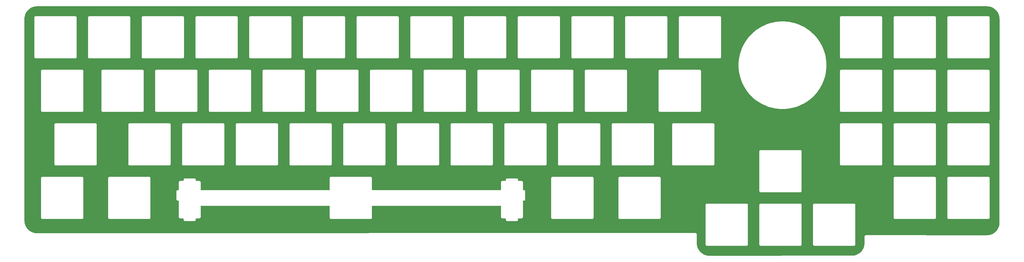
<source format=gbr>
%TF.GenerationSoftware,KiCad,Pcbnew,7.0.1*%
%TF.CreationDate,2023-04-18T10:43:34-07:00*%
%TF.ProjectId,switchplate,73776974-6368-4706-9c61-74652e6b6963,rev?*%
%TF.SameCoordinates,Original*%
%TF.FileFunction,Copper,L1,Top*%
%TF.FilePolarity,Positive*%
%FSLAX46Y46*%
G04 Gerber Fmt 4.6, Leading zero omitted, Abs format (unit mm)*
G04 Created by KiCad (PCBNEW 7.0.1) date 2023-04-18 10:43:34*
%MOMM*%
%LPD*%
G01*
G04 APERTURE LIST*
G04 APERTURE END LIST*
%TA.AperFunction,NonConductor*%
G36*
X307870089Y-55895507D02*
G01*
X307874729Y-55895597D01*
X308230126Y-55909197D01*
X308239900Y-55909959D01*
X308580517Y-55950136D01*
X308590291Y-55951687D01*
X308927540Y-56019135D01*
X308936695Y-56021331D01*
X309267581Y-56114121D01*
X309277069Y-56117199D01*
X309598724Y-56236069D01*
X309607600Y-56239748D01*
X309919249Y-56383321D01*
X309927900Y-56387726D01*
X310093707Y-56480534D01*
X310227938Y-56555668D01*
X310236303Y-56560795D01*
X310392283Y-56665104D01*
X310521765Y-56751692D01*
X310529473Y-56757289D01*
X310625732Y-56832990D01*
X310799634Y-56969752D01*
X310807280Y-56976283D01*
X311039439Y-57191497D01*
X311059392Y-57209993D01*
X311066026Y-57216627D01*
X311299692Y-57468673D01*
X311306231Y-57476328D01*
X311518675Y-57746492D01*
X311524275Y-57754207D01*
X311715184Y-58039673D01*
X311715188Y-58039678D01*
X311720317Y-58048046D01*
X311888227Y-58348033D01*
X311892648Y-58356713D01*
X312036228Y-58668380D01*
X312039914Y-58677275D01*
X312158790Y-58998902D01*
X312161875Y-59008413D01*
X312254645Y-59339270D01*
X312256842Y-59348431D01*
X312324281Y-59685645D01*
X312325836Y-59695440D01*
X312366001Y-60036042D01*
X312366764Y-60045830D01*
X312380376Y-60402124D01*
X312380466Y-60406884D01*
X312365533Y-132854316D01*
X312365534Y-132854322D01*
X312365531Y-132866133D01*
X312365412Y-132871537D01*
X312348560Y-133255642D01*
X312347614Y-133266420D01*
X312297700Y-133644889D01*
X312295819Y-133655543D01*
X312213106Y-134028222D01*
X312210304Y-134038672D01*
X312095415Y-134402737D01*
X312091712Y-134412903D01*
X311945528Y-134765563D01*
X311940953Y-134775366D01*
X311764588Y-135113937D01*
X311759176Y-135123306D01*
X311553966Y-135445221D01*
X311547758Y-135454081D01*
X311315274Y-135756877D01*
X311308317Y-135765163D01*
X311050320Y-136046545D01*
X311042667Y-136054193D01*
X310761130Y-136312010D01*
X310752840Y-136318962D01*
X310449893Y-136551264D01*
X310441029Y-136557466D01*
X310118987Y-136762477D01*
X310109615Y-136767883D01*
X309770941Y-136944035D01*
X309761134Y-136948604D01*
X309408391Y-137094566D01*
X309398223Y-137098263D01*
X309034082Y-137212927D01*
X309023631Y-137215723D01*
X308650903Y-137298205D01*
X308640248Y-137300080D01*
X308261727Y-137349762D01*
X308250948Y-137350700D01*
X307867339Y-137367292D01*
X307861937Y-137367408D01*
X307859143Y-137367407D01*
X307859113Y-137367407D01*
X265089321Y-137349536D01*
X265089062Y-137349500D01*
X265071961Y-137349500D01*
X265000309Y-137349500D01*
X265000259Y-137349499D01*
X264955756Y-137349481D01*
X264955490Y-137349500D01*
X264928038Y-137349500D01*
X264901974Y-137357152D01*
X264884644Y-137360919D01*
X264857744Y-137364776D01*
X264832795Y-137376157D01*
X264816272Y-137382316D01*
X264789946Y-137390047D01*
X264767084Y-137404738D01*
X264751520Y-137413232D01*
X264726806Y-137424507D01*
X264706069Y-137442460D01*
X264691951Y-137453024D01*
X264668871Y-137467857D01*
X264651081Y-137488387D01*
X264638538Y-137500925D01*
X264617994Y-137518711D01*
X264603150Y-137541788D01*
X264592582Y-137555899D01*
X264574623Y-137576626D01*
X264563337Y-137601338D01*
X264554834Y-137616902D01*
X264540134Y-137639755D01*
X264532395Y-137666070D01*
X264526230Y-137682589D01*
X264514834Y-137707543D01*
X264510968Y-137734431D01*
X264507195Y-137751760D01*
X264499529Y-137777829D01*
X264499517Y-137805817D01*
X264499500Y-137806081D01*
X264499500Y-137849790D01*
X264499463Y-137939453D01*
X264499500Y-137939710D01*
X264499500Y-140129777D01*
X264499382Y-140135184D01*
X264482626Y-140519107D01*
X264481684Y-140529880D01*
X264431895Y-140908199D01*
X264430018Y-140918849D01*
X264347455Y-141291396D01*
X264344657Y-141301842D01*
X264229946Y-141665783D01*
X264226248Y-141675945D01*
X264080270Y-142028494D01*
X264075701Y-142038296D01*
X263899559Y-142376790D01*
X263894154Y-142386156D01*
X263689187Y-142708019D01*
X263682986Y-142716879D01*
X263450753Y-143019662D01*
X263443803Y-143027948D01*
X263186078Y-143309339D01*
X263178433Y-143316987D01*
X262897166Y-143574858D01*
X262888884Y-143581812D01*
X262586217Y-143814196D01*
X262577360Y-143820401D01*
X262255607Y-144025524D01*
X262246255Y-144030928D01*
X261907828Y-144207251D01*
X261898034Y-144211822D01*
X261545558Y-144357976D01*
X261535398Y-144361679D01*
X261171511Y-144476572D01*
X261161066Y-144479375D01*
X260788572Y-144562122D01*
X260777923Y-144564005D01*
X260399615Y-144613985D01*
X260388842Y-144614932D01*
X260005449Y-144631856D01*
X260000042Y-144631977D01*
X209548125Y-144656987D01*
X209548122Y-144656987D01*
X209484955Y-144657018D01*
X209479545Y-144656903D01*
X209095340Y-144640314D01*
X209084581Y-144639377D01*
X208705974Y-144589708D01*
X208695338Y-144587837D01*
X208322527Y-144505354D01*
X208312074Y-144502558D01*
X207947874Y-144387886D01*
X207937704Y-144384189D01*
X207584887Y-144238202D01*
X207575078Y-144233632D01*
X207236341Y-144057445D01*
X207226968Y-144052038D01*
X206904872Y-143846985D01*
X206896006Y-143840781D01*
X206593011Y-143608424D01*
X206584720Y-143601471D01*
X206559655Y-143578515D01*
X206303134Y-143343581D01*
X206295500Y-143335950D01*
X206037468Y-143054489D01*
X206030511Y-143046202D01*
X205798013Y-142743338D01*
X205791804Y-142734475D01*
X205780590Y-142716879D01*
X205586588Y-142412478D01*
X205581180Y-142403113D01*
X205404816Y-142064449D01*
X205400246Y-142054654D01*
X205254079Y-141701902D01*
X205250379Y-141691739D01*
X205135526Y-141327597D01*
X205132726Y-141317153D01*
X205129330Y-141301842D01*
X205052746Y-140956509D01*
X205050055Y-140944374D01*
X205048176Y-140933718D01*
X205032306Y-140813217D01*
X205013044Y-140666960D01*
X208130486Y-140666960D01*
X208138176Y-140693152D01*
X208141933Y-140710425D01*
X208145821Y-140737456D01*
X208157159Y-140762282D01*
X208163340Y-140778856D01*
X208171031Y-140805048D01*
X208171032Y-140805050D01*
X208171033Y-140805052D01*
X208185796Y-140828024D01*
X208194269Y-140843542D01*
X208205608Y-140868371D01*
X208223481Y-140888997D01*
X208234083Y-140903161D01*
X208248841Y-140926126D01*
X208269473Y-140944004D01*
X208281978Y-140956509D01*
X208299858Y-140977142D01*
X208322822Y-140991900D01*
X208336988Y-141002504D01*
X208357611Y-141020375D01*
X208357612Y-141020375D01*
X208357613Y-141020376D01*
X208382441Y-141031714D01*
X208397963Y-141040191D01*
X208420930Y-141054951D01*
X208420932Y-141054951D01*
X208420933Y-141054952D01*
X208447121Y-141062641D01*
X208463699Y-141068825D01*
X208484177Y-141078176D01*
X208488529Y-141080164D01*
X208515556Y-141084050D01*
X208532835Y-141087809D01*
X208559025Y-141095499D01*
X208595187Y-141095499D01*
X208702947Y-141095499D01*
X222558002Y-141095499D01*
X222665762Y-141095499D01*
X222701923Y-141095499D01*
X222701924Y-141095499D01*
X222728119Y-141087807D01*
X222745389Y-141084050D01*
X222772420Y-141080164D01*
X222797250Y-141068823D01*
X222813828Y-141062641D01*
X222840014Y-141054953D01*
X222840016Y-141054952D01*
X222862983Y-141040191D01*
X222878509Y-141031714D01*
X222903332Y-141020378D01*
X222903332Y-141020377D01*
X222903336Y-141020376D01*
X222923975Y-141002490D01*
X222938118Y-140991904D01*
X222961091Y-140977142D01*
X222978971Y-140956506D01*
X222991470Y-140944007D01*
X223012106Y-140926127D01*
X223026868Y-140903154D01*
X223037454Y-140889011D01*
X223055340Y-140868372D01*
X223066677Y-140843545D01*
X223075157Y-140828017D01*
X223089916Y-140805052D01*
X223089918Y-140805048D01*
X223097605Y-140778864D01*
X223103787Y-140762286D01*
X223115128Y-140737456D01*
X223119014Y-140710425D01*
X223122772Y-140693152D01*
X223130463Y-140666960D01*
X227180458Y-140666960D01*
X227188148Y-140693152D01*
X227191905Y-140710425D01*
X227195793Y-140737456D01*
X227207131Y-140762282D01*
X227213312Y-140778856D01*
X227221003Y-140805048D01*
X227221004Y-140805050D01*
X227221005Y-140805052D01*
X227235768Y-140828024D01*
X227244241Y-140843542D01*
X227255580Y-140868371D01*
X227273453Y-140888997D01*
X227284055Y-140903161D01*
X227298813Y-140926126D01*
X227319445Y-140944004D01*
X227331950Y-140956509D01*
X227349830Y-140977142D01*
X227372794Y-140991900D01*
X227386960Y-141002504D01*
X227407583Y-141020375D01*
X227407584Y-141020375D01*
X227407585Y-141020376D01*
X227432413Y-141031714D01*
X227447935Y-141040191D01*
X227470902Y-141054951D01*
X227470904Y-141054951D01*
X227470905Y-141054952D01*
X227497093Y-141062641D01*
X227513671Y-141068825D01*
X227534149Y-141078176D01*
X227538501Y-141080164D01*
X227565528Y-141084050D01*
X227582807Y-141087809D01*
X227608997Y-141095499D01*
X227645159Y-141095499D01*
X227752919Y-141095499D01*
X241608997Y-141095499D01*
X241716757Y-141095499D01*
X241752918Y-141095499D01*
X241752919Y-141095499D01*
X241779114Y-141087807D01*
X241796384Y-141084050D01*
X241823415Y-141080164D01*
X241848245Y-141068823D01*
X241864823Y-141062641D01*
X241891009Y-141054953D01*
X241891011Y-141054952D01*
X241913978Y-141040191D01*
X241929504Y-141031714D01*
X241954327Y-141020378D01*
X241954327Y-141020377D01*
X241954331Y-141020376D01*
X241974970Y-141002490D01*
X241989113Y-140991904D01*
X242012086Y-140977142D01*
X242029966Y-140956506D01*
X242042465Y-140944007D01*
X242063101Y-140926127D01*
X242077863Y-140903154D01*
X242088449Y-140889011D01*
X242106335Y-140868372D01*
X242117672Y-140843545D01*
X242126152Y-140828017D01*
X242140911Y-140805052D01*
X242140913Y-140805048D01*
X242148600Y-140778864D01*
X242154782Y-140762286D01*
X242166123Y-140737456D01*
X242170009Y-140710425D01*
X242173767Y-140693152D01*
X242181458Y-140666960D01*
X246230477Y-140666960D01*
X246238167Y-140693152D01*
X246241924Y-140710425D01*
X246245812Y-140737456D01*
X246257150Y-140762282D01*
X246263331Y-140778856D01*
X246271022Y-140805048D01*
X246271023Y-140805050D01*
X246271024Y-140805052D01*
X246285787Y-140828024D01*
X246294260Y-140843542D01*
X246305599Y-140868371D01*
X246323472Y-140888997D01*
X246334074Y-140903161D01*
X246348832Y-140926126D01*
X246369464Y-140944004D01*
X246381969Y-140956509D01*
X246399849Y-140977142D01*
X246422813Y-140991900D01*
X246436979Y-141002504D01*
X246457602Y-141020375D01*
X246457603Y-141020375D01*
X246457604Y-141020376D01*
X246482432Y-141031714D01*
X246497954Y-141040191D01*
X246520921Y-141054951D01*
X246520923Y-141054951D01*
X246520924Y-141054952D01*
X246547112Y-141062641D01*
X246563690Y-141068825D01*
X246584168Y-141078176D01*
X246588520Y-141080164D01*
X246615547Y-141084050D01*
X246632826Y-141087809D01*
X246659016Y-141095499D01*
X246695178Y-141095499D01*
X246802938Y-141095499D01*
X260659016Y-141095499D01*
X260766776Y-141095499D01*
X260802937Y-141095499D01*
X260802938Y-141095499D01*
X260829133Y-141087807D01*
X260846403Y-141084050D01*
X260873434Y-141080164D01*
X260898264Y-141068823D01*
X260914842Y-141062641D01*
X260941028Y-141054953D01*
X260941030Y-141054952D01*
X260963997Y-141040191D01*
X260979523Y-141031714D01*
X261004346Y-141020378D01*
X261004346Y-141020377D01*
X261004350Y-141020376D01*
X261024989Y-141002490D01*
X261039132Y-140991904D01*
X261062105Y-140977142D01*
X261079985Y-140956506D01*
X261092484Y-140944007D01*
X261113120Y-140926127D01*
X261127882Y-140903154D01*
X261138468Y-140889011D01*
X261156354Y-140868372D01*
X261167691Y-140843545D01*
X261176171Y-140828017D01*
X261190930Y-140805052D01*
X261190932Y-140805048D01*
X261198619Y-140778864D01*
X261204801Y-140762286D01*
X261216142Y-140737456D01*
X261220028Y-140710425D01*
X261223786Y-140693152D01*
X261231477Y-140666960D01*
X261231477Y-140523038D01*
X261231477Y-131141966D01*
X274805458Y-131141966D01*
X274813148Y-131168158D01*
X274816905Y-131185431D01*
X274819219Y-131201517D01*
X274820793Y-131212462D01*
X274832131Y-131237288D01*
X274838312Y-131253862D01*
X274846003Y-131280054D01*
X274846004Y-131280056D01*
X274846005Y-131280058D01*
X274860768Y-131303030D01*
X274869241Y-131318548D01*
X274880580Y-131343377D01*
X274898453Y-131364003D01*
X274909055Y-131378167D01*
X274923813Y-131401132D01*
X274944445Y-131419010D01*
X274956950Y-131431515D01*
X274974830Y-131452148D01*
X274997794Y-131466906D01*
X275011960Y-131477510D01*
X275032583Y-131495381D01*
X275032584Y-131495381D01*
X275032585Y-131495382D01*
X275057413Y-131506720D01*
X275072935Y-131515197D01*
X275095902Y-131529957D01*
X275095904Y-131529957D01*
X275095905Y-131529958D01*
X275122093Y-131537647D01*
X275138671Y-131543831D01*
X275159149Y-131553182D01*
X275163501Y-131555170D01*
X275190528Y-131559056D01*
X275207807Y-131562815D01*
X275233997Y-131570505D01*
X275270159Y-131570505D01*
X275377919Y-131570505D01*
X289233997Y-131570505D01*
X289341757Y-131570505D01*
X289377918Y-131570505D01*
X289377919Y-131570505D01*
X289404114Y-131562813D01*
X289421384Y-131559056D01*
X289448415Y-131555170D01*
X289473245Y-131543829D01*
X289489823Y-131537647D01*
X289516009Y-131529959D01*
X289516011Y-131529958D01*
X289538978Y-131515197D01*
X289554504Y-131506720D01*
X289579327Y-131495384D01*
X289579327Y-131495383D01*
X289579331Y-131495382D01*
X289599970Y-131477496D01*
X289614113Y-131466910D01*
X289637086Y-131452148D01*
X289654966Y-131431512D01*
X289667465Y-131419013D01*
X289688101Y-131401133D01*
X289702863Y-131378160D01*
X289713449Y-131364017D01*
X289731335Y-131343378D01*
X289732649Y-131340502D01*
X289742673Y-131318551D01*
X289751152Y-131303023D01*
X289765911Y-131280058D01*
X289765913Y-131280054D01*
X289773600Y-131253870D01*
X289779782Y-131237292D01*
X289791123Y-131212462D01*
X289795009Y-131185431D01*
X289798767Y-131168158D01*
X289806458Y-131141966D01*
X293855477Y-131141966D01*
X293863167Y-131168158D01*
X293866924Y-131185431D01*
X293869238Y-131201517D01*
X293870812Y-131212462D01*
X293882150Y-131237288D01*
X293888331Y-131253862D01*
X293896022Y-131280054D01*
X293896023Y-131280056D01*
X293896024Y-131280058D01*
X293910787Y-131303030D01*
X293919260Y-131318548D01*
X293930599Y-131343377D01*
X293948472Y-131364003D01*
X293959074Y-131378167D01*
X293973832Y-131401132D01*
X293994464Y-131419010D01*
X294006969Y-131431515D01*
X294024849Y-131452148D01*
X294047813Y-131466906D01*
X294061979Y-131477510D01*
X294082602Y-131495381D01*
X294082603Y-131495381D01*
X294082604Y-131495382D01*
X294107432Y-131506720D01*
X294122954Y-131515197D01*
X294145921Y-131529957D01*
X294145923Y-131529957D01*
X294145924Y-131529958D01*
X294172112Y-131537647D01*
X294188690Y-131543831D01*
X294209168Y-131553182D01*
X294213520Y-131555170D01*
X294240547Y-131559056D01*
X294257826Y-131562815D01*
X294284016Y-131570505D01*
X294320178Y-131570505D01*
X294427938Y-131570505D01*
X308284016Y-131570505D01*
X308391776Y-131570505D01*
X308427937Y-131570505D01*
X308427938Y-131570505D01*
X308454133Y-131562813D01*
X308471403Y-131559056D01*
X308498434Y-131555170D01*
X308523264Y-131543829D01*
X308539842Y-131537647D01*
X308566028Y-131529959D01*
X308566030Y-131529958D01*
X308588997Y-131515197D01*
X308604523Y-131506720D01*
X308629346Y-131495384D01*
X308629346Y-131495383D01*
X308629350Y-131495382D01*
X308649989Y-131477496D01*
X308664132Y-131466910D01*
X308687105Y-131452148D01*
X308704985Y-131431512D01*
X308717484Y-131419013D01*
X308738120Y-131401133D01*
X308752882Y-131378160D01*
X308763468Y-131364017D01*
X308781354Y-131343378D01*
X308782668Y-131340502D01*
X308792692Y-131318551D01*
X308801171Y-131303023D01*
X308815930Y-131280058D01*
X308815932Y-131280054D01*
X308823619Y-131253870D01*
X308829801Y-131237292D01*
X308841142Y-131212462D01*
X308845028Y-131185431D01*
X308848786Y-131168158D01*
X308856477Y-131141966D01*
X308856477Y-130998044D01*
X308856477Y-117034206D01*
X308856477Y-116998044D01*
X308848786Y-116971849D01*
X308845027Y-116954571D01*
X308841142Y-116927548D01*
X308839154Y-116923196D01*
X308829803Y-116902718D01*
X308823619Y-116886140D01*
X308815929Y-116859949D01*
X308801169Y-116836982D01*
X308792690Y-116821455D01*
X308781353Y-116796630D01*
X308763482Y-116776007D01*
X308752878Y-116761841D01*
X308738120Y-116738877D01*
X308717487Y-116720997D01*
X308704982Y-116708492D01*
X308687104Y-116687860D01*
X308664139Y-116673102D01*
X308649975Y-116662500D01*
X308629349Y-116644627D01*
X308604520Y-116633288D01*
X308589002Y-116624815D01*
X308566030Y-116610052D01*
X308566028Y-116610051D01*
X308566026Y-116610050D01*
X308539834Y-116602359D01*
X308523265Y-116596179D01*
X308498434Y-116584840D01*
X308471403Y-116580952D01*
X308454130Y-116577195D01*
X308427938Y-116569505D01*
X308391776Y-116569505D01*
X294427938Y-116569505D01*
X294284016Y-116569505D01*
X294257821Y-116577195D01*
X294240544Y-116580953D01*
X294213518Y-116584839D01*
X294188688Y-116596179D01*
X294172117Y-116602360D01*
X294145924Y-116610051D01*
X294122956Y-116624811D01*
X294107440Y-116633283D01*
X294082606Y-116644625D01*
X294061975Y-116662502D01*
X294047819Y-116673099D01*
X294024848Y-116687862D01*
X294006969Y-116708495D01*
X293994467Y-116720997D01*
X293973834Y-116738876D01*
X293959071Y-116761847D01*
X293948474Y-116776003D01*
X293930597Y-116796634D01*
X293919255Y-116821468D01*
X293910783Y-116836984D01*
X293896023Y-116859952D01*
X293888332Y-116886145D01*
X293882151Y-116902716D01*
X293870811Y-116927546D01*
X293866925Y-116954572D01*
X293863167Y-116971849D01*
X293855477Y-116998044D01*
X293855477Y-131141966D01*
X289806458Y-131141966D01*
X289806458Y-130998044D01*
X289806458Y-117034206D01*
X289806458Y-116998044D01*
X289798767Y-116971849D01*
X289795008Y-116954571D01*
X289791123Y-116927548D01*
X289789135Y-116923196D01*
X289779784Y-116902718D01*
X289773600Y-116886140D01*
X289765910Y-116859949D01*
X289751150Y-116836982D01*
X289742671Y-116821455D01*
X289731334Y-116796630D01*
X289713463Y-116776007D01*
X289702859Y-116761841D01*
X289688101Y-116738877D01*
X289667468Y-116720997D01*
X289654963Y-116708492D01*
X289637085Y-116687860D01*
X289614120Y-116673102D01*
X289599956Y-116662500D01*
X289579330Y-116644627D01*
X289554501Y-116633288D01*
X289538983Y-116624815D01*
X289516011Y-116610052D01*
X289516009Y-116610051D01*
X289516007Y-116610050D01*
X289489815Y-116602359D01*
X289473246Y-116596179D01*
X289448415Y-116584840D01*
X289421384Y-116580952D01*
X289404111Y-116577195D01*
X289377919Y-116569505D01*
X289341757Y-116569505D01*
X275377919Y-116569505D01*
X275233997Y-116569505D01*
X275207802Y-116577195D01*
X275190525Y-116580953D01*
X275163499Y-116584839D01*
X275138669Y-116596179D01*
X275122098Y-116602360D01*
X275095905Y-116610051D01*
X275072937Y-116624811D01*
X275057421Y-116633283D01*
X275032587Y-116644625D01*
X275011956Y-116662502D01*
X274997800Y-116673099D01*
X274974829Y-116687862D01*
X274956950Y-116708495D01*
X274944448Y-116720997D01*
X274923815Y-116738876D01*
X274909052Y-116761847D01*
X274898455Y-116776003D01*
X274880578Y-116796634D01*
X274869236Y-116821468D01*
X274860764Y-116836984D01*
X274846004Y-116859952D01*
X274838313Y-116886145D01*
X274832132Y-116902716D01*
X274820792Y-116927546D01*
X274816906Y-116954572D01*
X274813148Y-116971849D01*
X274805458Y-116998044D01*
X274805458Y-131141966D01*
X261231477Y-131141966D01*
X261231477Y-126559200D01*
X261231477Y-126523038D01*
X261223786Y-126496843D01*
X261220027Y-126479565D01*
X261216142Y-126452542D01*
X261214154Y-126448190D01*
X261204803Y-126427712D01*
X261198619Y-126411134D01*
X261190929Y-126384943D01*
X261176169Y-126361976D01*
X261167690Y-126346449D01*
X261156353Y-126321624D01*
X261138482Y-126301001D01*
X261127878Y-126286835D01*
X261113120Y-126263871D01*
X261092487Y-126245991D01*
X261079982Y-126233486D01*
X261062104Y-126212854D01*
X261039139Y-126198096D01*
X261024975Y-126187494D01*
X261004349Y-126169621D01*
X260979520Y-126158282D01*
X260964002Y-126149809D01*
X260941030Y-126135046D01*
X260941028Y-126135045D01*
X260941026Y-126135044D01*
X260914834Y-126127353D01*
X260898265Y-126121173D01*
X260873434Y-126109834D01*
X260846403Y-126105946D01*
X260829130Y-126102189D01*
X260802938Y-126094499D01*
X260766776Y-126094499D01*
X246802938Y-126094499D01*
X246659016Y-126094499D01*
X246632821Y-126102189D01*
X246615544Y-126105947D01*
X246588518Y-126109833D01*
X246563688Y-126121173D01*
X246547117Y-126127354D01*
X246520924Y-126135045D01*
X246497956Y-126149805D01*
X246482440Y-126158277D01*
X246457606Y-126169619D01*
X246436975Y-126187496D01*
X246422819Y-126198093D01*
X246399848Y-126212856D01*
X246381969Y-126233489D01*
X246369467Y-126245991D01*
X246348834Y-126263870D01*
X246334071Y-126286841D01*
X246323474Y-126300997D01*
X246305597Y-126321628D01*
X246294255Y-126346462D01*
X246285783Y-126361978D01*
X246271023Y-126384946D01*
X246263332Y-126411139D01*
X246257151Y-126427710D01*
X246245811Y-126452540D01*
X246241925Y-126479566D01*
X246238167Y-126496843D01*
X246230477Y-126523038D01*
X246230477Y-140666960D01*
X242181458Y-140666960D01*
X242181458Y-140523038D01*
X242181458Y-126559200D01*
X242181458Y-126523038D01*
X242173767Y-126496843D01*
X242170008Y-126479565D01*
X242166123Y-126452542D01*
X242164135Y-126448190D01*
X242154784Y-126427712D01*
X242148600Y-126411134D01*
X242140910Y-126384943D01*
X242126150Y-126361976D01*
X242117671Y-126346449D01*
X242106334Y-126321624D01*
X242088463Y-126301001D01*
X242077859Y-126286835D01*
X242063101Y-126263871D01*
X242042468Y-126245991D01*
X242029963Y-126233486D01*
X242012085Y-126212854D01*
X241989120Y-126198096D01*
X241974956Y-126187494D01*
X241954330Y-126169621D01*
X241929501Y-126158282D01*
X241913983Y-126149809D01*
X241891011Y-126135046D01*
X241891009Y-126135045D01*
X241891007Y-126135044D01*
X241864815Y-126127353D01*
X241848246Y-126121173D01*
X241823415Y-126109834D01*
X241796384Y-126105946D01*
X241779111Y-126102189D01*
X241752919Y-126094499D01*
X241716757Y-126094499D01*
X227752919Y-126094499D01*
X227608997Y-126094499D01*
X227582802Y-126102189D01*
X227565525Y-126105947D01*
X227538499Y-126109833D01*
X227513669Y-126121173D01*
X227497098Y-126127354D01*
X227470905Y-126135045D01*
X227447937Y-126149805D01*
X227432421Y-126158277D01*
X227407587Y-126169619D01*
X227386956Y-126187496D01*
X227372800Y-126198093D01*
X227349829Y-126212856D01*
X227331950Y-126233489D01*
X227319448Y-126245991D01*
X227298815Y-126263870D01*
X227284052Y-126286841D01*
X227273455Y-126300997D01*
X227255578Y-126321628D01*
X227244236Y-126346462D01*
X227235764Y-126361978D01*
X227221004Y-126384946D01*
X227213313Y-126411139D01*
X227207132Y-126427710D01*
X227195792Y-126452540D01*
X227191906Y-126479566D01*
X227188148Y-126496843D01*
X227180458Y-126523038D01*
X227180458Y-140666960D01*
X223130463Y-140666960D01*
X223130463Y-140523038D01*
X223130463Y-126559200D01*
X223130463Y-126523038D01*
X223122772Y-126496843D01*
X223119013Y-126479565D01*
X223115128Y-126452542D01*
X223113140Y-126448190D01*
X223103789Y-126427712D01*
X223097605Y-126411134D01*
X223089915Y-126384943D01*
X223075155Y-126361976D01*
X223066676Y-126346449D01*
X223055339Y-126321624D01*
X223037468Y-126301001D01*
X223026864Y-126286835D01*
X223012106Y-126263871D01*
X222991473Y-126245991D01*
X222978968Y-126233486D01*
X222961090Y-126212854D01*
X222938125Y-126198096D01*
X222923961Y-126187494D01*
X222903335Y-126169621D01*
X222878506Y-126158282D01*
X222862988Y-126149809D01*
X222840016Y-126135046D01*
X222840014Y-126135045D01*
X222840012Y-126135044D01*
X222813820Y-126127353D01*
X222797251Y-126121173D01*
X222772420Y-126109834D01*
X222745389Y-126105946D01*
X222728116Y-126102189D01*
X222701924Y-126094499D01*
X222665762Y-126094499D01*
X208702947Y-126094499D01*
X208559025Y-126094499D01*
X208532830Y-126102189D01*
X208515553Y-126105947D01*
X208488527Y-126109833D01*
X208463697Y-126121173D01*
X208447126Y-126127354D01*
X208420933Y-126135045D01*
X208397965Y-126149805D01*
X208382449Y-126158277D01*
X208357615Y-126169619D01*
X208336984Y-126187496D01*
X208322828Y-126198093D01*
X208299857Y-126212856D01*
X208281978Y-126233489D01*
X208269476Y-126245991D01*
X208248843Y-126263870D01*
X208234080Y-126286841D01*
X208223483Y-126300997D01*
X208205606Y-126321628D01*
X208194264Y-126346462D01*
X208185792Y-126361978D01*
X208171032Y-126384946D01*
X208163341Y-126411139D01*
X208157160Y-126427710D01*
X208145820Y-126452540D01*
X208141934Y-126479566D01*
X208138176Y-126496843D01*
X208130486Y-126523038D01*
X208130486Y-140666960D01*
X205013044Y-140666960D01*
X204998319Y-140555154D01*
X204997378Y-140544415D01*
X204980617Y-140160678D01*
X204980500Y-140155268D01*
X204980500Y-137149618D01*
X204980538Y-137149346D01*
X204980519Y-137104712D01*
X204980500Y-137058610D01*
X204980500Y-137024201D01*
X204980500Y-137015311D01*
X204980481Y-137015054D01*
X204980470Y-136987829D01*
X204972806Y-136961770D01*
X204969030Y-136944427D01*
X204965165Y-136917544D01*
X204953771Y-136892595D01*
X204947602Y-136876065D01*
X204939865Y-136849755D01*
X204939865Y-136849754D01*
X204925159Y-136826893D01*
X204916662Y-136811339D01*
X204905377Y-136786627D01*
X204887413Y-136765895D01*
X204876846Y-136751785D01*
X204862005Y-136728712D01*
X204841466Y-136710930D01*
X204828916Y-136698386D01*
X204811128Y-136677857D01*
X204788050Y-136663025D01*
X204773935Y-136652463D01*
X204753195Y-136634508D01*
X204728476Y-136623231D01*
X204712908Y-136614735D01*
X204690053Y-136600047D01*
X204663730Y-136592317D01*
X204647218Y-136586163D01*
X204622254Y-136574775D01*
X204622252Y-136574774D01*
X204622251Y-136574774D01*
X204595359Y-136570919D01*
X204578026Y-136567152D01*
X204551962Y-136559500D01*
X204551961Y-136559500D01*
X204524510Y-136559500D01*
X204524243Y-136559481D01*
X204479870Y-136559499D01*
X204479819Y-136559500D01*
X204390534Y-136559500D01*
X204390271Y-136559537D01*
X-28924108Y-136657375D01*
X-28924112Y-136657375D01*
X-28987282Y-136657401D01*
X-28992690Y-136657285D01*
X-29376764Y-136640678D01*
X-29387541Y-136639740D01*
X-29766012Y-136590073D01*
X-29776666Y-136588199D01*
X-30149368Y-136505735D01*
X-30159819Y-136502939D01*
X-30523912Y-136388306D01*
X-30534079Y-136384610D01*
X-30886786Y-136238682D01*
X-30896592Y-136234115D01*
X-31235252Y-136057995D01*
X-31244623Y-136052589D01*
X-31566646Y-135847620D01*
X-31575510Y-135841419D01*
X-31878429Y-135609175D01*
X-31886719Y-135602225D01*
X-32168254Y-135344453D01*
X-32175906Y-135336807D01*
X-32433902Y-135055479D01*
X-32440859Y-135047194D01*
X-32673350Y-134744453D01*
X-32679558Y-134735594D01*
X-32884773Y-134413749D01*
X-32890186Y-134404383D01*
X-33066577Y-134065864D01*
X-33071153Y-134056061D01*
X-33217369Y-133703451D01*
X-33221072Y-133693287D01*
X-33335993Y-133329296D01*
X-33338797Y-133318848D01*
X-33421557Y-132946217D01*
X-33423440Y-132935564D01*
X-33473409Y-132557133D01*
X-33474356Y-132546357D01*
X-33491270Y-132162305D01*
X-33491390Y-132156896D01*
X-33491414Y-132093759D01*
X-33491414Y-132093710D01*
X-33491774Y-131141966D01*
X-27613501Y-131141966D01*
X-27605810Y-131168158D01*
X-27602052Y-131185431D01*
X-27598166Y-131212462D01*
X-27586825Y-131237292D01*
X-27580643Y-131253870D01*
X-27572956Y-131280054D01*
X-27572954Y-131280058D01*
X-27558195Y-131303023D01*
X-27549716Y-131318551D01*
X-27539692Y-131340502D01*
X-27538378Y-131343378D01*
X-27520492Y-131364017D01*
X-27509906Y-131378160D01*
X-27495144Y-131401133D01*
X-27474508Y-131419013D01*
X-27462009Y-131431512D01*
X-27444129Y-131452148D01*
X-27421156Y-131466910D01*
X-27407013Y-131477496D01*
X-27386374Y-131495382D01*
X-27386370Y-131495383D01*
X-27386370Y-131495384D01*
X-27361547Y-131506720D01*
X-27346021Y-131515197D01*
X-27323054Y-131529958D01*
X-27323052Y-131529959D01*
X-27296866Y-131537647D01*
X-27280288Y-131543829D01*
X-27255458Y-131555170D01*
X-27228427Y-131559056D01*
X-27211157Y-131562813D01*
X-27184962Y-131570505D01*
X-27148800Y-131570505D01*
X-27041040Y-131570505D01*
X-13184963Y-131570505D01*
X-13077203Y-131570505D01*
X-13041041Y-131570505D01*
X-13014851Y-131562815D01*
X-12997572Y-131559056D01*
X-12970545Y-131555170D01*
X-12966193Y-131553182D01*
X-12945715Y-131543831D01*
X-12929137Y-131537647D01*
X-12902949Y-131529958D01*
X-12902948Y-131529957D01*
X-12902946Y-131529957D01*
X-12879979Y-131515197D01*
X-12864457Y-131506720D01*
X-12839629Y-131495382D01*
X-12839628Y-131495381D01*
X-12839627Y-131495381D01*
X-12819004Y-131477510D01*
X-12804838Y-131466906D01*
X-12781874Y-131452148D01*
X-12763994Y-131431515D01*
X-12751489Y-131419010D01*
X-12730857Y-131401132D01*
X-12716099Y-131378167D01*
X-12705497Y-131364003D01*
X-12687624Y-131343377D01*
X-12676285Y-131318548D01*
X-12667812Y-131303030D01*
X-12653049Y-131280058D01*
X-12653048Y-131280056D01*
X-12653047Y-131280054D01*
X-12645356Y-131253862D01*
X-12639175Y-131237288D01*
X-12627837Y-131212462D01*
X-12626263Y-131201517D01*
X-12623949Y-131185431D01*
X-12620192Y-131168158D01*
X-12612502Y-131141966D01*
X-3801502Y-131141966D01*
X-3793811Y-131168158D01*
X-3790053Y-131185431D01*
X-3786167Y-131212462D01*
X-3774826Y-131237292D01*
X-3768644Y-131253870D01*
X-3760957Y-131280054D01*
X-3760955Y-131280058D01*
X-3746196Y-131303023D01*
X-3737717Y-131318551D01*
X-3727693Y-131340502D01*
X-3726379Y-131343378D01*
X-3708493Y-131364017D01*
X-3697907Y-131378160D01*
X-3683145Y-131401133D01*
X-3662509Y-131419013D01*
X-3650010Y-131431512D01*
X-3632130Y-131452148D01*
X-3609157Y-131466910D01*
X-3595014Y-131477496D01*
X-3574375Y-131495382D01*
X-3574371Y-131495383D01*
X-3574371Y-131495384D01*
X-3549548Y-131506720D01*
X-3534022Y-131515197D01*
X-3511055Y-131529958D01*
X-3511053Y-131529959D01*
X-3484867Y-131537647D01*
X-3468289Y-131543829D01*
X-3443459Y-131555170D01*
X-3416428Y-131559056D01*
X-3399158Y-131562813D01*
X-3372963Y-131570505D01*
X-3336801Y-131570505D01*
X-3229041Y-131570505D01*
X10627037Y-131570505D01*
X10734797Y-131570505D01*
X10770958Y-131570505D01*
X10770959Y-131570505D01*
X10797154Y-131562813D01*
X10814424Y-131559056D01*
X10841455Y-131555170D01*
X10866285Y-131543829D01*
X10882863Y-131537647D01*
X10909049Y-131529959D01*
X10909051Y-131529958D01*
X10932018Y-131515197D01*
X10947544Y-131506720D01*
X10972367Y-131495384D01*
X10972367Y-131495383D01*
X10972371Y-131495382D01*
X10993010Y-131477496D01*
X11007153Y-131466910D01*
X11030126Y-131452148D01*
X11048006Y-131431512D01*
X11060505Y-131419013D01*
X11081141Y-131401133D01*
X11095903Y-131378160D01*
X11106489Y-131364017D01*
X11124375Y-131343378D01*
X11125689Y-131340502D01*
X11135713Y-131318551D01*
X11144192Y-131303023D01*
X11158951Y-131280058D01*
X11158953Y-131280054D01*
X11166640Y-131253870D01*
X11172822Y-131237292D01*
X11184163Y-131212462D01*
X11188049Y-131185431D01*
X11191807Y-131168158D01*
X11199498Y-131141966D01*
X11199498Y-130998044D01*
X11199498Y-124641966D01*
X20429497Y-124641966D01*
X20437187Y-124668158D01*
X20440944Y-124685431D01*
X20444831Y-124712461D01*
X20444832Y-124712462D01*
X20456170Y-124737288D01*
X20462351Y-124753862D01*
X20470042Y-124780054D01*
X20470043Y-124780056D01*
X20470044Y-124780058D01*
X20484807Y-124803030D01*
X20493280Y-124818548D01*
X20504619Y-124843377D01*
X20522492Y-124864003D01*
X20533094Y-124878167D01*
X20547852Y-124901132D01*
X20568484Y-124919010D01*
X20580989Y-124931515D01*
X20598869Y-124952148D01*
X20621833Y-124966906D01*
X20635999Y-124977510D01*
X20656622Y-124995381D01*
X20656623Y-124995381D01*
X20656624Y-124995382D01*
X20681452Y-125006720D01*
X20696974Y-125015197D01*
X20719941Y-125029957D01*
X20719943Y-125029957D01*
X20719944Y-125029958D01*
X20746132Y-125037647D01*
X20762710Y-125043831D01*
X20783188Y-125053182D01*
X20787540Y-125055170D01*
X20814567Y-125059056D01*
X20831846Y-125062815D01*
X20858036Y-125070505D01*
X20894198Y-125070505D01*
X21001958Y-125070505D01*
X21131497Y-125070505D01*
X21193497Y-125087118D01*
X21238884Y-125132505D01*
X21255497Y-125194505D01*
X21255497Y-130911963D01*
X21263187Y-130938155D01*
X21266944Y-130955428D01*
X21270832Y-130982459D01*
X21277949Y-130998044D01*
X21282170Y-131007285D01*
X21288351Y-131023859D01*
X21296042Y-131050051D01*
X21296043Y-131050053D01*
X21296044Y-131050055D01*
X21310807Y-131073027D01*
X21319280Y-131088545D01*
X21330619Y-131113374D01*
X21348492Y-131134000D01*
X21359094Y-131148164D01*
X21373852Y-131171129D01*
X21394484Y-131189007D01*
X21406989Y-131201512D01*
X21424869Y-131222145D01*
X21447833Y-131236903D01*
X21461999Y-131247507D01*
X21482622Y-131265378D01*
X21482623Y-131265378D01*
X21482624Y-131265379D01*
X21507452Y-131276717D01*
X21522974Y-131285194D01*
X21545941Y-131299954D01*
X21545943Y-131299954D01*
X21545944Y-131299955D01*
X21572132Y-131307644D01*
X21588710Y-131313828D01*
X21599053Y-131318551D01*
X21613540Y-131325167D01*
X21640567Y-131329053D01*
X21657846Y-131332812D01*
X21684036Y-131340502D01*
X21720198Y-131340502D01*
X21827958Y-131340502D01*
X22856496Y-131340502D01*
X22918496Y-131357115D01*
X22963883Y-131402502D01*
X22980496Y-131464502D01*
X22980496Y-131891966D01*
X22988186Y-131918158D01*
X22991943Y-131935431D01*
X22995830Y-131962461D01*
X22995831Y-131962462D01*
X23007169Y-131987288D01*
X23013350Y-132003862D01*
X23021041Y-132030054D01*
X23021042Y-132030056D01*
X23021043Y-132030058D01*
X23035806Y-132053030D01*
X23044279Y-132068548D01*
X23055618Y-132093377D01*
X23073491Y-132114003D01*
X23084093Y-132128167D01*
X23098851Y-132151132D01*
X23119483Y-132169010D01*
X23131988Y-132181515D01*
X23149868Y-132202148D01*
X23172832Y-132216906D01*
X23186998Y-132227510D01*
X23207621Y-132245381D01*
X23207622Y-132245381D01*
X23207623Y-132245382D01*
X23232451Y-132256720D01*
X23247973Y-132265197D01*
X23270940Y-132279957D01*
X23270942Y-132279957D01*
X23270943Y-132279958D01*
X23297131Y-132287647D01*
X23313709Y-132293831D01*
X23334187Y-132303182D01*
X23338539Y-132305170D01*
X23365566Y-132309056D01*
X23382845Y-132312815D01*
X23409035Y-132320505D01*
X23445197Y-132320505D01*
X23552957Y-132320505D01*
X26709034Y-132320505D01*
X26816794Y-132320505D01*
X26852955Y-132320505D01*
X26852956Y-132320505D01*
X26879151Y-132312813D01*
X26896421Y-132309056D01*
X26923452Y-132305170D01*
X26948282Y-132293829D01*
X26964860Y-132287647D01*
X26991046Y-132279959D01*
X26991048Y-132279958D01*
X27014015Y-132265197D01*
X27029541Y-132256720D01*
X27054364Y-132245384D01*
X27054364Y-132245383D01*
X27054368Y-132245382D01*
X27075007Y-132227496D01*
X27089150Y-132216910D01*
X27112123Y-132202148D01*
X27130003Y-132181512D01*
X27142502Y-132169013D01*
X27163138Y-132151133D01*
X27177900Y-132128160D01*
X27188486Y-132114017D01*
X27206372Y-132093378D01*
X27217709Y-132068551D01*
X27226189Y-132053023D01*
X27240948Y-132030058D01*
X27240950Y-132030054D01*
X27248637Y-132003870D01*
X27254819Y-131987292D01*
X27266160Y-131962462D01*
X27270046Y-131935431D01*
X27273804Y-131918158D01*
X27281495Y-131891966D01*
X27281495Y-131748044D01*
X27281495Y-131464502D01*
X27298108Y-131402502D01*
X27343495Y-131357115D01*
X27405495Y-131340502D01*
X28577953Y-131340502D01*
X28577954Y-131340502D01*
X28604149Y-131332810D01*
X28621419Y-131329053D01*
X28648450Y-131325167D01*
X28673280Y-131313826D01*
X28689858Y-131307644D01*
X28716044Y-131299956D01*
X28716046Y-131299955D01*
X28739013Y-131285194D01*
X28754539Y-131276717D01*
X28779362Y-131265381D01*
X28779362Y-131265380D01*
X28779366Y-131265379D01*
X28800005Y-131247493D01*
X28814148Y-131236907D01*
X28837121Y-131222145D01*
X28855001Y-131201509D01*
X28867500Y-131189010D01*
X28888136Y-131171130D01*
X28902898Y-131148157D01*
X28913484Y-131134014D01*
X28931370Y-131113375D01*
X28942707Y-131088548D01*
X28951187Y-131073020D01*
X28965946Y-131050055D01*
X28965948Y-131050051D01*
X28973635Y-131023867D01*
X28979817Y-131007289D01*
X28991158Y-130982459D01*
X28995044Y-130955428D01*
X28998802Y-130938155D01*
X29006493Y-130911963D01*
X29006493Y-130768041D01*
X29006493Y-126994500D01*
X29023106Y-126932500D01*
X29068493Y-126887113D01*
X29130493Y-126870500D01*
X74656495Y-126870500D01*
X74718495Y-126887113D01*
X74763882Y-126932500D01*
X74780495Y-126994500D01*
X74780495Y-131141966D01*
X74788185Y-131168158D01*
X74791942Y-131185431D01*
X74794256Y-131201517D01*
X74795830Y-131212462D01*
X74807168Y-131237288D01*
X74813349Y-131253862D01*
X74821040Y-131280054D01*
X74821041Y-131280056D01*
X74821042Y-131280058D01*
X74835805Y-131303030D01*
X74844278Y-131318548D01*
X74855617Y-131343377D01*
X74873490Y-131364003D01*
X74884092Y-131378167D01*
X74898850Y-131401132D01*
X74919482Y-131419010D01*
X74931987Y-131431515D01*
X74949867Y-131452148D01*
X74972831Y-131466906D01*
X74986997Y-131477510D01*
X75007620Y-131495381D01*
X75007621Y-131495381D01*
X75007622Y-131495382D01*
X75032450Y-131506720D01*
X75047972Y-131515197D01*
X75070939Y-131529957D01*
X75070941Y-131529957D01*
X75070942Y-131529958D01*
X75097130Y-131537647D01*
X75113708Y-131543831D01*
X75134186Y-131553182D01*
X75138538Y-131555170D01*
X75165565Y-131559056D01*
X75182844Y-131562815D01*
X75209034Y-131570505D01*
X75245196Y-131570505D01*
X75352956Y-131570505D01*
X89209019Y-131570505D01*
X89316779Y-131570505D01*
X89352940Y-131570505D01*
X89352941Y-131570505D01*
X89379136Y-131562813D01*
X89396406Y-131559056D01*
X89423437Y-131555170D01*
X89448267Y-131543829D01*
X89464845Y-131537647D01*
X89491031Y-131529959D01*
X89491033Y-131529958D01*
X89514000Y-131515197D01*
X89529526Y-131506720D01*
X89554349Y-131495384D01*
X89554349Y-131495383D01*
X89554353Y-131495382D01*
X89574992Y-131477496D01*
X89589135Y-131466910D01*
X89612108Y-131452148D01*
X89629988Y-131431512D01*
X89642487Y-131419013D01*
X89663123Y-131401133D01*
X89677885Y-131378160D01*
X89688471Y-131364017D01*
X89706357Y-131343378D01*
X89707671Y-131340502D01*
X89717695Y-131318551D01*
X89726174Y-131303023D01*
X89740933Y-131280058D01*
X89740935Y-131280054D01*
X89748622Y-131253870D01*
X89754804Y-131237292D01*
X89766145Y-131212462D01*
X89770031Y-131185431D01*
X89773789Y-131168158D01*
X89781480Y-131141966D01*
X89781480Y-130998044D01*
X89781480Y-126994500D01*
X89798093Y-126932500D01*
X89843480Y-126887113D01*
X89905480Y-126870500D01*
X135431489Y-126870500D01*
X135493489Y-126887113D01*
X135538876Y-126932500D01*
X135555489Y-126994500D01*
X135555489Y-130911963D01*
X135563179Y-130938155D01*
X135566936Y-130955428D01*
X135570824Y-130982459D01*
X135577941Y-130998044D01*
X135582162Y-131007285D01*
X135588343Y-131023859D01*
X135596034Y-131050051D01*
X135596035Y-131050053D01*
X135596036Y-131050055D01*
X135610799Y-131073027D01*
X135619272Y-131088545D01*
X135630611Y-131113374D01*
X135648484Y-131134000D01*
X135659086Y-131148164D01*
X135673844Y-131171129D01*
X135694476Y-131189007D01*
X135706981Y-131201512D01*
X135724861Y-131222145D01*
X135747825Y-131236903D01*
X135761991Y-131247507D01*
X135782614Y-131265378D01*
X135782615Y-131265378D01*
X135782616Y-131265379D01*
X135807444Y-131276717D01*
X135822966Y-131285194D01*
X135845933Y-131299954D01*
X135845935Y-131299954D01*
X135845936Y-131299955D01*
X135872124Y-131307644D01*
X135888702Y-131313828D01*
X135899045Y-131318551D01*
X135913532Y-131325167D01*
X135940559Y-131329053D01*
X135957838Y-131332812D01*
X135984028Y-131340502D01*
X136020190Y-131340502D01*
X136127950Y-131340502D01*
X137156480Y-131340502D01*
X137218480Y-131357115D01*
X137263867Y-131402502D01*
X137280480Y-131464502D01*
X137280480Y-131891966D01*
X137288170Y-131918158D01*
X137291927Y-131935431D01*
X137295815Y-131962462D01*
X137307153Y-131987288D01*
X137313334Y-132003862D01*
X137321025Y-132030054D01*
X137321026Y-132030056D01*
X137321027Y-132030058D01*
X137335790Y-132053030D01*
X137344263Y-132068548D01*
X137355602Y-132093377D01*
X137373475Y-132114003D01*
X137384077Y-132128167D01*
X137398835Y-132151132D01*
X137419467Y-132169010D01*
X137431972Y-132181515D01*
X137449852Y-132202148D01*
X137472816Y-132216906D01*
X137486982Y-132227510D01*
X137507605Y-132245381D01*
X137507606Y-132245381D01*
X137507607Y-132245382D01*
X137532435Y-132256720D01*
X137547957Y-132265197D01*
X137570924Y-132279957D01*
X137570926Y-132279957D01*
X137570927Y-132279958D01*
X137597115Y-132287647D01*
X137613693Y-132293831D01*
X137634171Y-132303182D01*
X137638523Y-132305170D01*
X137665550Y-132309056D01*
X137682829Y-132312815D01*
X137709019Y-132320505D01*
X137745181Y-132320505D01*
X137852941Y-132320505D01*
X141009022Y-132320505D01*
X141116782Y-132320505D01*
X141152943Y-132320505D01*
X141152944Y-132320505D01*
X141179139Y-132312813D01*
X141196409Y-132309056D01*
X141223440Y-132305170D01*
X141248270Y-132293829D01*
X141264848Y-132287647D01*
X141291034Y-132279959D01*
X141291036Y-132279958D01*
X141314003Y-132265197D01*
X141329529Y-132256720D01*
X141354352Y-132245384D01*
X141354352Y-132245383D01*
X141354356Y-132245382D01*
X141374995Y-132227496D01*
X141389138Y-132216910D01*
X141412111Y-132202148D01*
X141429991Y-132181512D01*
X141442490Y-132169013D01*
X141463126Y-132151133D01*
X141477888Y-132128160D01*
X141488474Y-132114017D01*
X141506360Y-132093378D01*
X141517697Y-132068551D01*
X141526177Y-132053023D01*
X141540936Y-132030058D01*
X141540938Y-132030054D01*
X141548625Y-132003870D01*
X141554807Y-131987292D01*
X141566148Y-131962462D01*
X141570034Y-131935431D01*
X141573792Y-131918158D01*
X141581483Y-131891966D01*
X141581483Y-131748044D01*
X141581483Y-131464502D01*
X141598096Y-131402502D01*
X141643483Y-131357115D01*
X141705483Y-131340502D01*
X142877949Y-131340502D01*
X142877950Y-131340502D01*
X142904145Y-131332810D01*
X142921415Y-131329053D01*
X142948446Y-131325167D01*
X142973276Y-131313826D01*
X142989854Y-131307644D01*
X143016040Y-131299956D01*
X143016042Y-131299955D01*
X143039009Y-131285194D01*
X143054535Y-131276717D01*
X143079358Y-131265381D01*
X143079358Y-131265380D01*
X143079362Y-131265379D01*
X143100001Y-131247493D01*
X143114144Y-131236907D01*
X143137117Y-131222145D01*
X143154997Y-131201509D01*
X143167496Y-131189010D01*
X143188132Y-131171130D01*
X143202894Y-131148157D01*
X143207528Y-131141966D01*
X153361489Y-131141966D01*
X153369179Y-131168158D01*
X153372936Y-131185431D01*
X153375250Y-131201517D01*
X153376824Y-131212462D01*
X153388162Y-131237288D01*
X153394343Y-131253862D01*
X153402034Y-131280054D01*
X153402035Y-131280056D01*
X153402036Y-131280058D01*
X153416799Y-131303030D01*
X153425272Y-131318548D01*
X153436611Y-131343377D01*
X153454484Y-131364003D01*
X153465086Y-131378167D01*
X153479844Y-131401132D01*
X153500476Y-131419010D01*
X153512981Y-131431515D01*
X153530861Y-131452148D01*
X153553825Y-131466906D01*
X153567991Y-131477510D01*
X153588614Y-131495381D01*
X153588615Y-131495381D01*
X153588616Y-131495382D01*
X153613444Y-131506720D01*
X153628966Y-131515197D01*
X153651933Y-131529957D01*
X153651935Y-131529957D01*
X153651936Y-131529958D01*
X153678124Y-131537647D01*
X153694702Y-131543831D01*
X153715180Y-131553182D01*
X153719532Y-131555170D01*
X153746559Y-131559056D01*
X153763838Y-131562815D01*
X153790028Y-131570505D01*
X153826190Y-131570505D01*
X153933950Y-131570505D01*
X167790028Y-131570505D01*
X167897788Y-131570505D01*
X167933949Y-131570505D01*
X167933950Y-131570505D01*
X167960145Y-131562813D01*
X167977415Y-131559056D01*
X168004446Y-131555170D01*
X168029276Y-131543829D01*
X168045854Y-131537647D01*
X168072040Y-131529959D01*
X168072042Y-131529958D01*
X168095009Y-131515197D01*
X168110535Y-131506720D01*
X168135358Y-131495384D01*
X168135358Y-131495383D01*
X168135362Y-131495382D01*
X168156001Y-131477496D01*
X168170144Y-131466910D01*
X168193117Y-131452148D01*
X168210997Y-131431512D01*
X168223496Y-131419013D01*
X168244132Y-131401133D01*
X168258894Y-131378160D01*
X168269480Y-131364017D01*
X168287366Y-131343378D01*
X168288680Y-131340502D01*
X168298704Y-131318551D01*
X168307183Y-131303023D01*
X168321942Y-131280058D01*
X168321944Y-131280054D01*
X168329631Y-131253870D01*
X168335813Y-131237292D01*
X168347154Y-131212462D01*
X168351040Y-131185431D01*
X168354798Y-131168158D01*
X168362489Y-131141966D01*
X177173485Y-131141966D01*
X177181175Y-131168158D01*
X177184932Y-131185431D01*
X177187246Y-131201517D01*
X177188820Y-131212462D01*
X177200158Y-131237288D01*
X177206339Y-131253862D01*
X177214030Y-131280054D01*
X177214031Y-131280056D01*
X177214032Y-131280058D01*
X177228795Y-131303030D01*
X177237268Y-131318548D01*
X177248607Y-131343377D01*
X177266480Y-131364003D01*
X177277082Y-131378167D01*
X177291840Y-131401132D01*
X177312472Y-131419010D01*
X177324977Y-131431515D01*
X177342857Y-131452148D01*
X177365821Y-131466906D01*
X177379987Y-131477510D01*
X177400610Y-131495381D01*
X177400611Y-131495381D01*
X177400612Y-131495382D01*
X177425440Y-131506720D01*
X177440962Y-131515197D01*
X177463929Y-131529957D01*
X177463931Y-131529957D01*
X177463932Y-131529958D01*
X177490120Y-131537647D01*
X177506698Y-131543831D01*
X177527176Y-131553182D01*
X177531528Y-131555170D01*
X177558555Y-131559056D01*
X177575834Y-131562815D01*
X177602024Y-131570505D01*
X177638186Y-131570505D01*
X177745946Y-131570505D01*
X191602024Y-131570505D01*
X191709784Y-131570505D01*
X191745945Y-131570505D01*
X191745946Y-131570505D01*
X191772141Y-131562813D01*
X191789411Y-131559056D01*
X191816442Y-131555170D01*
X191841272Y-131543829D01*
X191857850Y-131537647D01*
X191884036Y-131529959D01*
X191884038Y-131529958D01*
X191907005Y-131515197D01*
X191922531Y-131506720D01*
X191947354Y-131495384D01*
X191947354Y-131495383D01*
X191947358Y-131495382D01*
X191967997Y-131477496D01*
X191982140Y-131466910D01*
X192005113Y-131452148D01*
X192022993Y-131431512D01*
X192035492Y-131419013D01*
X192056128Y-131401133D01*
X192070890Y-131378160D01*
X192081476Y-131364017D01*
X192099362Y-131343378D01*
X192100676Y-131340502D01*
X192110700Y-131318551D01*
X192119179Y-131303023D01*
X192133938Y-131280058D01*
X192133940Y-131280054D01*
X192141627Y-131253870D01*
X192147809Y-131237292D01*
X192159150Y-131212462D01*
X192163036Y-131185431D01*
X192166794Y-131168158D01*
X192174485Y-131141966D01*
X192174485Y-130998044D01*
X192174485Y-121616964D01*
X227180458Y-121616964D01*
X227188148Y-121643156D01*
X227191905Y-121660429D01*
X227193548Y-121671846D01*
X227195793Y-121687460D01*
X227207131Y-121712286D01*
X227213312Y-121728860D01*
X227221003Y-121755052D01*
X227221004Y-121755054D01*
X227221005Y-121755056D01*
X227235768Y-121778028D01*
X227244241Y-121793546D01*
X227255580Y-121818375D01*
X227273453Y-121839001D01*
X227284055Y-121853165D01*
X227298813Y-121876130D01*
X227319445Y-121894008D01*
X227331950Y-121906513D01*
X227349830Y-121927146D01*
X227372794Y-121941904D01*
X227386960Y-121952508D01*
X227407583Y-121970379D01*
X227407584Y-121970379D01*
X227407585Y-121970380D01*
X227432413Y-121981718D01*
X227447935Y-121990195D01*
X227470902Y-122004955D01*
X227470904Y-122004955D01*
X227470905Y-122004956D01*
X227497093Y-122012645D01*
X227513671Y-122018829D01*
X227534149Y-122028180D01*
X227538501Y-122030168D01*
X227565528Y-122034054D01*
X227582807Y-122037813D01*
X227608997Y-122045503D01*
X227645159Y-122045503D01*
X227752919Y-122045503D01*
X241608997Y-122045503D01*
X241716757Y-122045503D01*
X241752918Y-122045503D01*
X241752919Y-122045503D01*
X241779114Y-122037811D01*
X241796384Y-122034054D01*
X241823415Y-122030168D01*
X241848245Y-122018827D01*
X241864823Y-122012645D01*
X241891009Y-122004957D01*
X241891011Y-122004956D01*
X241913978Y-121990195D01*
X241929504Y-121981718D01*
X241954327Y-121970382D01*
X241954327Y-121970381D01*
X241954331Y-121970380D01*
X241974970Y-121952494D01*
X241989113Y-121941908D01*
X242012086Y-121927146D01*
X242029966Y-121906510D01*
X242042465Y-121894011D01*
X242063101Y-121876131D01*
X242077863Y-121853158D01*
X242088449Y-121839015D01*
X242106335Y-121818376D01*
X242117672Y-121793549D01*
X242126152Y-121778021D01*
X242140911Y-121755056D01*
X242140913Y-121755052D01*
X242148600Y-121728868D01*
X242154782Y-121712290D01*
X242166123Y-121687460D01*
X242170009Y-121660429D01*
X242173767Y-121643156D01*
X242181458Y-121616964D01*
X242181458Y-121473042D01*
X242181458Y-112091967D01*
X255755470Y-112091967D01*
X255763160Y-112118159D01*
X255766917Y-112135432D01*
X255770805Y-112162463D01*
X255782143Y-112187289D01*
X255788324Y-112203863D01*
X255796015Y-112230055D01*
X255796016Y-112230057D01*
X255796017Y-112230059D01*
X255810780Y-112253031D01*
X255819253Y-112268549D01*
X255830592Y-112293378D01*
X255848465Y-112314004D01*
X255859067Y-112328168D01*
X255873825Y-112351133D01*
X255894457Y-112369011D01*
X255906962Y-112381516D01*
X255924842Y-112402149D01*
X255947806Y-112416907D01*
X255961972Y-112427511D01*
X255982595Y-112445382D01*
X255982596Y-112445382D01*
X255982597Y-112445383D01*
X256007425Y-112456721D01*
X256022947Y-112465198D01*
X256045914Y-112479958D01*
X256045916Y-112479958D01*
X256045917Y-112479959D01*
X256072105Y-112487648D01*
X256088683Y-112493832D01*
X256109161Y-112503183D01*
X256113513Y-112505171D01*
X256140540Y-112509057D01*
X256157819Y-112512816D01*
X256184009Y-112520506D01*
X256220171Y-112520506D01*
X256327931Y-112520506D01*
X270184009Y-112520506D01*
X270291769Y-112520506D01*
X270327930Y-112520506D01*
X270327931Y-112520506D01*
X270354126Y-112512814D01*
X270371396Y-112509057D01*
X270398427Y-112505171D01*
X270423257Y-112493830D01*
X270439835Y-112487648D01*
X270466021Y-112479960D01*
X270466023Y-112479959D01*
X270488990Y-112465198D01*
X270504516Y-112456721D01*
X270529339Y-112445385D01*
X270529339Y-112445384D01*
X270529343Y-112445383D01*
X270549982Y-112427497D01*
X270564125Y-112416911D01*
X270587098Y-112402149D01*
X270604978Y-112381513D01*
X270617477Y-112369014D01*
X270638113Y-112351134D01*
X270652875Y-112328161D01*
X270663461Y-112314018D01*
X270681347Y-112293379D01*
X270692684Y-112268552D01*
X270701164Y-112253024D01*
X270715923Y-112230059D01*
X270715925Y-112230055D01*
X270723612Y-112203871D01*
X270729794Y-112187293D01*
X270741135Y-112162463D01*
X270745021Y-112135432D01*
X270748779Y-112118159D01*
X270756470Y-112091967D01*
X274805458Y-112091967D01*
X274813148Y-112118159D01*
X274816905Y-112135432D01*
X274820793Y-112162463D01*
X274832131Y-112187289D01*
X274838312Y-112203863D01*
X274846003Y-112230055D01*
X274846004Y-112230057D01*
X274846005Y-112230059D01*
X274860768Y-112253031D01*
X274869241Y-112268549D01*
X274880580Y-112293378D01*
X274898453Y-112314004D01*
X274909055Y-112328168D01*
X274923813Y-112351133D01*
X274944445Y-112369011D01*
X274956950Y-112381516D01*
X274974830Y-112402149D01*
X274997794Y-112416907D01*
X275011960Y-112427511D01*
X275032583Y-112445382D01*
X275032584Y-112445382D01*
X275032585Y-112445383D01*
X275057413Y-112456721D01*
X275072935Y-112465198D01*
X275095902Y-112479958D01*
X275095904Y-112479958D01*
X275095905Y-112479959D01*
X275122093Y-112487648D01*
X275138671Y-112493832D01*
X275159149Y-112503183D01*
X275163501Y-112505171D01*
X275190528Y-112509057D01*
X275207807Y-112512816D01*
X275233997Y-112520506D01*
X275270159Y-112520506D01*
X275377919Y-112520506D01*
X289233997Y-112520506D01*
X289341757Y-112520506D01*
X289377918Y-112520506D01*
X289377919Y-112520506D01*
X289404114Y-112512814D01*
X289421384Y-112509057D01*
X289448415Y-112505171D01*
X289473245Y-112493830D01*
X289489823Y-112487648D01*
X289516009Y-112479960D01*
X289516011Y-112479959D01*
X289538978Y-112465198D01*
X289554504Y-112456721D01*
X289579327Y-112445385D01*
X289579327Y-112445384D01*
X289579331Y-112445383D01*
X289599970Y-112427497D01*
X289614113Y-112416911D01*
X289637086Y-112402149D01*
X289654966Y-112381513D01*
X289667465Y-112369014D01*
X289688101Y-112351134D01*
X289702863Y-112328161D01*
X289713449Y-112314018D01*
X289731335Y-112293379D01*
X289742672Y-112268552D01*
X289751152Y-112253024D01*
X289765911Y-112230059D01*
X289765913Y-112230055D01*
X289773600Y-112203871D01*
X289779782Y-112187293D01*
X289791123Y-112162463D01*
X289795009Y-112135432D01*
X289798767Y-112118159D01*
X289806458Y-112091967D01*
X293855477Y-112091967D01*
X293863167Y-112118159D01*
X293866924Y-112135432D01*
X293870811Y-112162462D01*
X293870812Y-112162463D01*
X293882150Y-112187289D01*
X293888331Y-112203863D01*
X293896022Y-112230055D01*
X293896023Y-112230057D01*
X293896024Y-112230059D01*
X293910787Y-112253031D01*
X293919260Y-112268549D01*
X293930599Y-112293378D01*
X293948472Y-112314004D01*
X293959074Y-112328168D01*
X293973832Y-112351133D01*
X293994464Y-112369011D01*
X294006969Y-112381516D01*
X294024849Y-112402149D01*
X294047813Y-112416907D01*
X294061979Y-112427511D01*
X294082602Y-112445382D01*
X294082603Y-112445382D01*
X294082604Y-112445383D01*
X294107432Y-112456721D01*
X294122954Y-112465198D01*
X294145921Y-112479958D01*
X294145923Y-112479958D01*
X294145924Y-112479959D01*
X294172112Y-112487648D01*
X294188690Y-112493832D01*
X294209168Y-112503183D01*
X294213520Y-112505171D01*
X294240547Y-112509057D01*
X294257826Y-112512816D01*
X294284016Y-112520506D01*
X294320178Y-112520506D01*
X294427938Y-112520506D01*
X308284016Y-112520506D01*
X308391776Y-112520506D01*
X308427937Y-112520506D01*
X308427938Y-112520506D01*
X308454133Y-112512814D01*
X308471403Y-112509057D01*
X308498434Y-112505171D01*
X308523264Y-112493830D01*
X308539842Y-112487648D01*
X308566028Y-112479960D01*
X308566030Y-112479959D01*
X308588997Y-112465198D01*
X308604523Y-112456721D01*
X308629346Y-112445385D01*
X308629346Y-112445384D01*
X308629350Y-112445383D01*
X308649989Y-112427497D01*
X308664132Y-112416911D01*
X308687105Y-112402149D01*
X308704985Y-112381513D01*
X308717484Y-112369014D01*
X308738120Y-112351134D01*
X308752882Y-112328161D01*
X308763468Y-112314018D01*
X308781354Y-112293379D01*
X308792691Y-112268552D01*
X308801171Y-112253024D01*
X308815930Y-112230059D01*
X308815932Y-112230055D01*
X308823619Y-112203871D01*
X308829801Y-112187293D01*
X308841142Y-112162463D01*
X308845028Y-112135432D01*
X308848786Y-112118159D01*
X308856477Y-112091967D01*
X308856477Y-111948045D01*
X308856477Y-97984207D01*
X308856477Y-97948045D01*
X308848786Y-97921850D01*
X308845027Y-97904572D01*
X308841142Y-97877549D01*
X308839154Y-97873197D01*
X308829803Y-97852719D01*
X308823619Y-97836141D01*
X308815929Y-97809950D01*
X308801169Y-97786983D01*
X308792690Y-97771456D01*
X308781353Y-97746631D01*
X308763482Y-97726008D01*
X308752878Y-97711842D01*
X308738120Y-97688878D01*
X308717487Y-97670998D01*
X308704982Y-97658493D01*
X308687104Y-97637861D01*
X308664139Y-97623103D01*
X308649975Y-97612501D01*
X308629349Y-97594628D01*
X308604520Y-97583289D01*
X308589002Y-97574816D01*
X308566030Y-97560053D01*
X308566028Y-97560052D01*
X308566026Y-97560051D01*
X308539834Y-97552360D01*
X308523265Y-97546180D01*
X308498434Y-97534841D01*
X308471403Y-97530953D01*
X308454130Y-97527196D01*
X308427938Y-97519506D01*
X308391776Y-97519506D01*
X294427938Y-97519506D01*
X294284016Y-97519506D01*
X294257821Y-97527196D01*
X294240544Y-97530954D01*
X294213518Y-97534840D01*
X294188688Y-97546180D01*
X294172117Y-97552361D01*
X294145924Y-97560052D01*
X294122956Y-97574812D01*
X294107440Y-97583284D01*
X294082606Y-97594626D01*
X294061975Y-97612503D01*
X294047819Y-97623100D01*
X294024848Y-97637863D01*
X294006969Y-97658496D01*
X293994467Y-97670998D01*
X293973834Y-97688877D01*
X293959071Y-97711848D01*
X293948474Y-97726004D01*
X293930597Y-97746635D01*
X293919255Y-97771469D01*
X293910783Y-97786985D01*
X293896023Y-97809953D01*
X293888332Y-97836146D01*
X293882151Y-97852717D01*
X293870811Y-97877547D01*
X293866925Y-97904573D01*
X293863167Y-97921850D01*
X293855477Y-97948045D01*
X293855477Y-112091967D01*
X289806458Y-112091967D01*
X289806458Y-111948045D01*
X289806458Y-97984207D01*
X289806458Y-97948045D01*
X289798767Y-97921850D01*
X289795008Y-97904572D01*
X289791123Y-97877549D01*
X289789135Y-97873197D01*
X289779784Y-97852719D01*
X289773600Y-97836141D01*
X289765910Y-97809950D01*
X289751150Y-97786983D01*
X289742671Y-97771456D01*
X289731334Y-97746631D01*
X289713463Y-97726008D01*
X289702859Y-97711842D01*
X289688101Y-97688878D01*
X289667468Y-97670998D01*
X289654963Y-97658493D01*
X289637085Y-97637861D01*
X289614120Y-97623103D01*
X289599956Y-97612501D01*
X289579330Y-97594628D01*
X289554501Y-97583289D01*
X289538983Y-97574816D01*
X289516011Y-97560053D01*
X289516009Y-97560052D01*
X289516007Y-97560051D01*
X289489815Y-97552360D01*
X289473246Y-97546180D01*
X289448415Y-97534841D01*
X289421384Y-97530953D01*
X289404111Y-97527196D01*
X289377919Y-97519506D01*
X289341757Y-97519506D01*
X275377919Y-97519506D01*
X275233997Y-97519506D01*
X275207802Y-97527196D01*
X275190525Y-97530954D01*
X275163499Y-97534840D01*
X275138669Y-97546180D01*
X275122098Y-97552361D01*
X275095905Y-97560052D01*
X275072937Y-97574812D01*
X275057421Y-97583284D01*
X275032587Y-97594626D01*
X275011956Y-97612503D01*
X274997800Y-97623100D01*
X274974829Y-97637863D01*
X274956950Y-97658496D01*
X274944448Y-97670998D01*
X274923815Y-97688877D01*
X274909052Y-97711848D01*
X274898455Y-97726004D01*
X274880578Y-97746635D01*
X274869236Y-97771469D01*
X274860764Y-97786985D01*
X274846004Y-97809953D01*
X274838313Y-97836146D01*
X274832132Y-97852717D01*
X274820792Y-97877547D01*
X274816906Y-97904573D01*
X274813148Y-97921850D01*
X274805458Y-97948045D01*
X274805458Y-112091967D01*
X270756470Y-112091967D01*
X270756470Y-111948045D01*
X270756470Y-97984207D01*
X270756470Y-97948045D01*
X270748779Y-97921850D01*
X270745020Y-97904572D01*
X270741135Y-97877549D01*
X270739147Y-97873197D01*
X270729796Y-97852719D01*
X270723612Y-97836141D01*
X270715922Y-97809950D01*
X270701162Y-97786983D01*
X270692683Y-97771456D01*
X270681346Y-97746631D01*
X270663475Y-97726008D01*
X270652871Y-97711842D01*
X270638113Y-97688878D01*
X270617480Y-97670998D01*
X270604975Y-97658493D01*
X270587097Y-97637861D01*
X270564132Y-97623103D01*
X270549968Y-97612501D01*
X270529342Y-97594628D01*
X270504513Y-97583289D01*
X270488995Y-97574816D01*
X270466023Y-97560053D01*
X270466021Y-97560052D01*
X270466019Y-97560051D01*
X270439827Y-97552360D01*
X270423258Y-97546180D01*
X270398427Y-97534841D01*
X270371396Y-97530953D01*
X270354123Y-97527196D01*
X270327931Y-97519506D01*
X270291769Y-97519506D01*
X256327931Y-97519506D01*
X256184009Y-97519506D01*
X256157814Y-97527196D01*
X256140537Y-97530954D01*
X256113511Y-97534840D01*
X256088681Y-97546180D01*
X256072110Y-97552361D01*
X256045917Y-97560052D01*
X256022949Y-97574812D01*
X256007433Y-97583284D01*
X255982599Y-97594626D01*
X255961968Y-97612503D01*
X255947812Y-97623100D01*
X255924841Y-97637863D01*
X255906962Y-97658496D01*
X255894460Y-97670998D01*
X255873827Y-97688877D01*
X255859064Y-97711848D01*
X255848467Y-97726004D01*
X255830590Y-97746635D01*
X255819248Y-97771469D01*
X255810776Y-97786985D01*
X255796016Y-97809953D01*
X255788325Y-97836146D01*
X255782144Y-97852717D01*
X255770804Y-97877547D01*
X255766918Y-97904573D01*
X255763160Y-97921850D01*
X255755470Y-97948045D01*
X255755470Y-112091967D01*
X242181458Y-112091967D01*
X242181458Y-107509208D01*
X242181458Y-107473046D01*
X242173767Y-107446851D01*
X242170008Y-107429573D01*
X242166123Y-107402550D01*
X242164135Y-107398198D01*
X242154784Y-107377720D01*
X242148600Y-107361142D01*
X242140910Y-107334951D01*
X242126150Y-107311984D01*
X242117671Y-107296457D01*
X242106334Y-107271632D01*
X242088463Y-107251009D01*
X242077859Y-107236843D01*
X242063101Y-107213879D01*
X242042468Y-107195999D01*
X242029963Y-107183494D01*
X242012085Y-107162862D01*
X241989120Y-107148104D01*
X241974956Y-107137502D01*
X241954330Y-107119629D01*
X241929501Y-107108290D01*
X241913983Y-107099817D01*
X241891011Y-107085054D01*
X241891009Y-107085053D01*
X241891007Y-107085052D01*
X241864815Y-107077361D01*
X241848246Y-107071181D01*
X241823415Y-107059842D01*
X241796384Y-107055954D01*
X241779111Y-107052197D01*
X241752919Y-107044507D01*
X241716757Y-107044507D01*
X227752919Y-107044507D01*
X227608997Y-107044507D01*
X227582802Y-107052197D01*
X227565525Y-107055955D01*
X227538499Y-107059841D01*
X227513669Y-107071181D01*
X227497098Y-107077362D01*
X227470905Y-107085053D01*
X227447937Y-107099813D01*
X227432421Y-107108285D01*
X227407587Y-107119627D01*
X227386956Y-107137504D01*
X227372800Y-107148101D01*
X227349829Y-107162864D01*
X227331950Y-107183497D01*
X227319448Y-107195999D01*
X227298815Y-107213878D01*
X227284052Y-107236849D01*
X227273455Y-107251005D01*
X227255578Y-107271636D01*
X227244236Y-107296470D01*
X227235764Y-107311986D01*
X227221004Y-107334954D01*
X227213313Y-107361147D01*
X227207132Y-107377718D01*
X227195792Y-107402548D01*
X227191906Y-107429574D01*
X227188148Y-107446851D01*
X227180458Y-107473046D01*
X227180458Y-121616964D01*
X192174485Y-121616964D01*
X192174485Y-117034206D01*
X192174485Y-116998044D01*
X192166794Y-116971849D01*
X192163035Y-116954571D01*
X192159150Y-116927548D01*
X192157162Y-116923196D01*
X192147811Y-116902718D01*
X192141627Y-116886140D01*
X192133937Y-116859949D01*
X192119177Y-116836982D01*
X192110698Y-116821455D01*
X192099361Y-116796630D01*
X192081490Y-116776007D01*
X192070886Y-116761841D01*
X192056128Y-116738877D01*
X192035495Y-116720997D01*
X192022990Y-116708492D01*
X192005112Y-116687860D01*
X191982147Y-116673102D01*
X191967983Y-116662500D01*
X191947357Y-116644627D01*
X191922528Y-116633288D01*
X191907010Y-116624815D01*
X191884038Y-116610052D01*
X191884036Y-116610051D01*
X191884034Y-116610050D01*
X191857842Y-116602359D01*
X191841273Y-116596179D01*
X191816442Y-116584840D01*
X191789411Y-116580952D01*
X191772138Y-116577195D01*
X191745946Y-116569505D01*
X191709784Y-116569505D01*
X177745946Y-116569505D01*
X177602024Y-116569505D01*
X177575829Y-116577195D01*
X177558552Y-116580953D01*
X177531526Y-116584839D01*
X177506696Y-116596179D01*
X177490125Y-116602360D01*
X177463932Y-116610051D01*
X177440964Y-116624811D01*
X177425448Y-116633283D01*
X177400614Y-116644625D01*
X177379983Y-116662502D01*
X177365827Y-116673099D01*
X177342856Y-116687862D01*
X177324977Y-116708495D01*
X177312475Y-116720997D01*
X177291842Y-116738876D01*
X177277079Y-116761847D01*
X177266482Y-116776003D01*
X177248605Y-116796634D01*
X177237263Y-116821468D01*
X177228791Y-116836984D01*
X177214031Y-116859952D01*
X177206340Y-116886145D01*
X177200159Y-116902716D01*
X177188819Y-116927546D01*
X177184933Y-116954572D01*
X177181175Y-116971849D01*
X177173485Y-116998044D01*
X177173485Y-131141966D01*
X168362489Y-131141966D01*
X168362489Y-130998044D01*
X168362489Y-117034206D01*
X168362489Y-116998044D01*
X168354798Y-116971849D01*
X168351039Y-116954571D01*
X168347154Y-116927548D01*
X168345166Y-116923196D01*
X168335815Y-116902718D01*
X168329631Y-116886140D01*
X168321941Y-116859949D01*
X168307181Y-116836982D01*
X168298702Y-116821455D01*
X168287365Y-116796630D01*
X168269494Y-116776007D01*
X168258890Y-116761841D01*
X168244132Y-116738877D01*
X168223499Y-116720997D01*
X168210994Y-116708492D01*
X168193116Y-116687860D01*
X168170151Y-116673102D01*
X168155987Y-116662500D01*
X168135361Y-116644627D01*
X168110532Y-116633288D01*
X168095014Y-116624815D01*
X168072042Y-116610052D01*
X168072040Y-116610051D01*
X168072038Y-116610050D01*
X168045846Y-116602359D01*
X168029277Y-116596179D01*
X168004446Y-116584840D01*
X167977415Y-116580952D01*
X167960142Y-116577195D01*
X167933950Y-116569505D01*
X167897788Y-116569505D01*
X153933950Y-116569505D01*
X153790028Y-116569505D01*
X153763833Y-116577195D01*
X153746556Y-116580953D01*
X153719530Y-116584839D01*
X153694700Y-116596179D01*
X153678129Y-116602360D01*
X153651936Y-116610051D01*
X153628968Y-116624811D01*
X153613452Y-116633283D01*
X153588618Y-116644625D01*
X153567987Y-116662502D01*
X153553831Y-116673099D01*
X153530860Y-116687862D01*
X153512981Y-116708495D01*
X153500479Y-116720997D01*
X153479846Y-116738876D01*
X153465083Y-116761847D01*
X153454486Y-116776003D01*
X153436609Y-116796634D01*
X153425267Y-116821468D01*
X153416795Y-116836984D01*
X153402035Y-116859952D01*
X153394344Y-116886145D01*
X153388163Y-116902716D01*
X153376823Y-116927546D01*
X153372937Y-116954572D01*
X153369179Y-116971849D01*
X153361489Y-116998044D01*
X153361489Y-131141966D01*
X143207528Y-131141966D01*
X143213480Y-131134014D01*
X143231366Y-131113375D01*
X143242703Y-131088548D01*
X143251183Y-131073020D01*
X143265942Y-131050055D01*
X143265944Y-131050051D01*
X143273631Y-131023867D01*
X143279813Y-131007289D01*
X143291154Y-130982459D01*
X143295040Y-130955428D01*
X143298798Y-130938155D01*
X143306489Y-130911963D01*
X143306489Y-130768041D01*
X143306489Y-125194505D01*
X143323102Y-125132505D01*
X143368489Y-125087118D01*
X143430489Y-125070505D01*
X143702946Y-125070505D01*
X143702947Y-125070505D01*
X143729142Y-125062813D01*
X143746412Y-125059056D01*
X143773443Y-125055170D01*
X143798273Y-125043829D01*
X143814851Y-125037647D01*
X143841037Y-125029959D01*
X143841039Y-125029958D01*
X143864006Y-125015197D01*
X143879532Y-125006720D01*
X143904355Y-124995384D01*
X143904355Y-124995383D01*
X143904359Y-124995382D01*
X143924998Y-124977496D01*
X143939141Y-124966910D01*
X143962114Y-124952148D01*
X143979994Y-124931512D01*
X143992493Y-124919013D01*
X144013129Y-124901133D01*
X144027891Y-124878160D01*
X144038477Y-124864017D01*
X144056363Y-124843378D01*
X144067700Y-124818551D01*
X144076180Y-124803023D01*
X144090939Y-124780058D01*
X144090941Y-124780054D01*
X144098628Y-124753870D01*
X144104810Y-124737292D01*
X144116151Y-124712462D01*
X144120037Y-124685431D01*
X144123795Y-124668158D01*
X144131486Y-124641966D01*
X144131486Y-124498044D01*
X144131486Y-121734203D01*
X144131486Y-121698041D01*
X144123795Y-121671846D01*
X144120036Y-121654568D01*
X144119618Y-121651661D01*
X144116151Y-121627545D01*
X144111318Y-121616963D01*
X144104812Y-121602715D01*
X144098628Y-121586137D01*
X144090938Y-121559946D01*
X144076178Y-121536979D01*
X144067699Y-121521452D01*
X144056362Y-121496627D01*
X144038491Y-121476004D01*
X144027887Y-121461838D01*
X144013129Y-121438874D01*
X143992496Y-121420994D01*
X143979991Y-121408489D01*
X143962113Y-121387857D01*
X143939148Y-121373099D01*
X143924984Y-121362497D01*
X143904358Y-121344624D01*
X143879529Y-121333285D01*
X143864011Y-121324812D01*
X143841039Y-121310049D01*
X143841037Y-121310048D01*
X143841035Y-121310047D01*
X143814843Y-121302356D01*
X143798274Y-121296176D01*
X143773443Y-121284837D01*
X143746412Y-121280949D01*
X143729139Y-121277192D01*
X143702947Y-121269502D01*
X143666785Y-121269502D01*
X143430489Y-121269502D01*
X143368489Y-121252889D01*
X143323102Y-121207502D01*
X143306489Y-121145502D01*
X143306489Y-118468045D01*
X143298800Y-118441859D01*
X143295039Y-118424572D01*
X143291154Y-118397549D01*
X143289166Y-118393197D01*
X143279815Y-118372719D01*
X143273631Y-118356141D01*
X143265941Y-118329950D01*
X143251181Y-118306983D01*
X143242702Y-118291456D01*
X143231365Y-118266631D01*
X143213494Y-118246008D01*
X143202890Y-118231842D01*
X143188132Y-118208878D01*
X143167499Y-118190998D01*
X143154994Y-118178493D01*
X143137116Y-118157861D01*
X143114151Y-118143103D01*
X143099987Y-118132501D01*
X143079361Y-118114628D01*
X143054532Y-118103289D01*
X143039014Y-118094816D01*
X143016042Y-118080053D01*
X143016040Y-118080052D01*
X143016038Y-118080051D01*
X142989846Y-118072360D01*
X142973277Y-118066180D01*
X142948446Y-118054841D01*
X142921415Y-118050953D01*
X142904142Y-118047196D01*
X142877950Y-118039506D01*
X142841788Y-118039506D01*
X141705483Y-118039506D01*
X141643483Y-118022893D01*
X141598096Y-117977506D01*
X141581483Y-117915506D01*
X141581483Y-117548039D01*
X141573794Y-117521853D01*
X141570033Y-117504566D01*
X141566148Y-117477543D01*
X141564160Y-117473191D01*
X141554809Y-117452713D01*
X141548625Y-117436135D01*
X141540935Y-117409944D01*
X141526175Y-117386977D01*
X141517696Y-117371450D01*
X141506359Y-117346625D01*
X141488488Y-117326002D01*
X141477884Y-117311836D01*
X141463126Y-117288872D01*
X141442493Y-117270992D01*
X141429988Y-117258487D01*
X141412110Y-117237855D01*
X141389145Y-117223097D01*
X141374981Y-117212495D01*
X141354355Y-117194622D01*
X141329526Y-117183283D01*
X141314008Y-117174810D01*
X141291036Y-117160047D01*
X141291034Y-117160046D01*
X141291032Y-117160045D01*
X141264840Y-117152354D01*
X141248271Y-117146174D01*
X141223440Y-117134835D01*
X141196409Y-117130947D01*
X141179136Y-117127190D01*
X141152944Y-117119500D01*
X141116782Y-117119500D01*
X137852941Y-117119500D01*
X137709019Y-117119500D01*
X137682824Y-117127190D01*
X137665547Y-117130948D01*
X137638521Y-117134834D01*
X137613691Y-117146174D01*
X137597120Y-117152355D01*
X137570927Y-117160046D01*
X137547959Y-117174806D01*
X137532443Y-117183278D01*
X137507609Y-117194620D01*
X137486978Y-117212497D01*
X137472822Y-117223094D01*
X137449851Y-117237857D01*
X137431972Y-117258490D01*
X137419470Y-117270992D01*
X137398837Y-117288871D01*
X137384074Y-117311842D01*
X137373477Y-117325998D01*
X137355600Y-117346629D01*
X137344258Y-117371463D01*
X137335786Y-117386979D01*
X137321026Y-117409947D01*
X137313335Y-117436140D01*
X137307154Y-117452711D01*
X137295814Y-117477541D01*
X137291928Y-117504567D01*
X137288170Y-117521844D01*
X137280480Y-117548039D01*
X137280480Y-117915506D01*
X137263867Y-117977506D01*
X137218480Y-118022893D01*
X137156480Y-118039506D01*
X135984028Y-118039506D01*
X135957833Y-118047196D01*
X135940556Y-118050954D01*
X135913530Y-118054840D01*
X135888700Y-118066180D01*
X135872129Y-118072361D01*
X135845936Y-118080052D01*
X135822968Y-118094812D01*
X135807452Y-118103284D01*
X135782618Y-118114626D01*
X135761987Y-118132503D01*
X135747831Y-118143100D01*
X135724860Y-118157863D01*
X135706981Y-118178496D01*
X135694479Y-118190998D01*
X135673846Y-118208877D01*
X135659083Y-118231848D01*
X135648486Y-118246004D01*
X135630609Y-118266635D01*
X135619267Y-118291469D01*
X135610795Y-118306985D01*
X135596035Y-118329953D01*
X135588344Y-118356146D01*
X135582163Y-118372717D01*
X135570823Y-118397547D01*
X135566937Y-118424573D01*
X135563179Y-118441850D01*
X135555489Y-118468045D01*
X135555489Y-121145502D01*
X135538876Y-121207502D01*
X135493489Y-121252889D01*
X135431489Y-121269502D01*
X89905480Y-121269502D01*
X89843480Y-121252889D01*
X89798093Y-121207502D01*
X89781480Y-121145502D01*
X89781480Y-116998044D01*
X89773791Y-116971858D01*
X89770030Y-116954571D01*
X89766145Y-116927548D01*
X89764157Y-116923196D01*
X89754806Y-116902718D01*
X89748622Y-116886140D01*
X89740932Y-116859949D01*
X89726172Y-116836982D01*
X89717693Y-116821455D01*
X89706356Y-116796630D01*
X89688485Y-116776007D01*
X89677881Y-116761841D01*
X89663123Y-116738877D01*
X89642490Y-116720997D01*
X89629985Y-116708492D01*
X89612107Y-116687860D01*
X89589142Y-116673102D01*
X89574978Y-116662500D01*
X89554352Y-116644627D01*
X89529523Y-116633288D01*
X89514005Y-116624815D01*
X89491033Y-116610052D01*
X89491031Y-116610051D01*
X89491029Y-116610050D01*
X89464837Y-116602359D01*
X89448268Y-116596179D01*
X89423437Y-116584840D01*
X89396406Y-116580952D01*
X89379133Y-116577195D01*
X89352941Y-116569505D01*
X89316779Y-116569505D01*
X75352956Y-116569505D01*
X75209034Y-116569505D01*
X75182839Y-116577195D01*
X75165562Y-116580953D01*
X75138536Y-116584839D01*
X75113706Y-116596179D01*
X75097135Y-116602360D01*
X75070942Y-116610051D01*
X75047974Y-116624811D01*
X75032458Y-116633283D01*
X75007624Y-116644625D01*
X74986993Y-116662502D01*
X74972837Y-116673099D01*
X74949866Y-116687862D01*
X74931987Y-116708495D01*
X74919485Y-116720997D01*
X74898852Y-116738876D01*
X74884089Y-116761847D01*
X74873492Y-116776003D01*
X74855615Y-116796634D01*
X74844273Y-116821468D01*
X74835801Y-116836984D01*
X74821041Y-116859952D01*
X74813350Y-116886145D01*
X74807169Y-116902716D01*
X74795829Y-116927546D01*
X74791943Y-116954572D01*
X74788185Y-116971849D01*
X74780495Y-116998044D01*
X74780495Y-121145502D01*
X74763882Y-121207502D01*
X74718495Y-121252889D01*
X74656495Y-121269502D01*
X29130493Y-121269502D01*
X29068493Y-121252889D01*
X29023106Y-121207502D01*
X29006493Y-121145502D01*
X29006493Y-118468045D01*
X28998804Y-118441859D01*
X28995043Y-118424572D01*
X28991158Y-118397549D01*
X28989170Y-118393197D01*
X28979819Y-118372719D01*
X28973635Y-118356141D01*
X28965945Y-118329950D01*
X28951185Y-118306983D01*
X28942706Y-118291456D01*
X28931369Y-118266631D01*
X28913498Y-118246008D01*
X28902894Y-118231842D01*
X28888136Y-118208878D01*
X28867503Y-118190998D01*
X28854998Y-118178493D01*
X28837120Y-118157861D01*
X28814155Y-118143103D01*
X28799991Y-118132501D01*
X28779365Y-118114628D01*
X28754536Y-118103289D01*
X28739018Y-118094816D01*
X28716046Y-118080053D01*
X28716044Y-118080052D01*
X28716042Y-118080051D01*
X28689850Y-118072360D01*
X28673281Y-118066180D01*
X28648450Y-118054841D01*
X28621419Y-118050953D01*
X28604146Y-118047196D01*
X28577954Y-118039506D01*
X28541792Y-118039506D01*
X27405495Y-118039506D01*
X27343495Y-118022893D01*
X27298108Y-117977506D01*
X27281495Y-117915506D01*
X27281495Y-117548039D01*
X27273806Y-117521853D01*
X27270045Y-117504566D01*
X27266160Y-117477543D01*
X27264172Y-117473191D01*
X27254821Y-117452713D01*
X27248637Y-117436135D01*
X27240947Y-117409944D01*
X27226187Y-117386977D01*
X27217708Y-117371450D01*
X27206371Y-117346625D01*
X27188500Y-117326002D01*
X27177896Y-117311836D01*
X27163138Y-117288872D01*
X27142505Y-117270992D01*
X27130000Y-117258487D01*
X27112122Y-117237855D01*
X27089157Y-117223097D01*
X27074993Y-117212495D01*
X27054367Y-117194622D01*
X27029538Y-117183283D01*
X27014020Y-117174810D01*
X26991048Y-117160047D01*
X26991046Y-117160046D01*
X26991044Y-117160045D01*
X26964852Y-117152354D01*
X26948283Y-117146174D01*
X26923452Y-117134835D01*
X26896421Y-117130947D01*
X26879148Y-117127190D01*
X26852956Y-117119500D01*
X26816794Y-117119500D01*
X23552957Y-117119500D01*
X23409035Y-117119500D01*
X23382840Y-117127190D01*
X23365563Y-117130948D01*
X23338537Y-117134834D01*
X23313707Y-117146174D01*
X23297136Y-117152355D01*
X23270943Y-117160046D01*
X23247975Y-117174806D01*
X23232459Y-117183278D01*
X23207625Y-117194620D01*
X23186994Y-117212497D01*
X23172838Y-117223094D01*
X23149867Y-117237857D01*
X23131988Y-117258490D01*
X23119486Y-117270992D01*
X23098853Y-117288871D01*
X23084090Y-117311842D01*
X23073493Y-117325998D01*
X23055616Y-117346629D01*
X23044274Y-117371463D01*
X23035802Y-117386979D01*
X23021042Y-117409947D01*
X23013351Y-117436140D01*
X23007170Y-117452711D01*
X22995830Y-117477541D01*
X22991944Y-117504567D01*
X22988186Y-117521844D01*
X22980496Y-117548039D01*
X22980496Y-117915506D01*
X22963883Y-117977506D01*
X22918496Y-118022893D01*
X22856496Y-118039506D01*
X21684036Y-118039506D01*
X21657841Y-118047196D01*
X21640564Y-118050954D01*
X21613538Y-118054840D01*
X21588708Y-118066180D01*
X21572137Y-118072361D01*
X21545944Y-118080052D01*
X21522976Y-118094812D01*
X21507460Y-118103284D01*
X21482626Y-118114626D01*
X21461995Y-118132503D01*
X21447839Y-118143100D01*
X21424868Y-118157863D01*
X21406989Y-118178496D01*
X21394487Y-118190998D01*
X21373854Y-118208877D01*
X21359091Y-118231848D01*
X21348494Y-118246004D01*
X21330617Y-118266635D01*
X21319275Y-118291469D01*
X21310803Y-118306985D01*
X21296043Y-118329953D01*
X21288352Y-118356146D01*
X21282171Y-118372717D01*
X21270831Y-118397547D01*
X21266945Y-118424573D01*
X21263187Y-118441850D01*
X21255497Y-118468045D01*
X21255497Y-121145502D01*
X21238884Y-121207502D01*
X21193497Y-121252889D01*
X21131497Y-121269502D01*
X20858036Y-121269502D01*
X20831841Y-121277192D01*
X20814564Y-121280950D01*
X20787538Y-121284836D01*
X20762708Y-121296176D01*
X20746137Y-121302357D01*
X20719944Y-121310048D01*
X20696976Y-121324808D01*
X20681460Y-121333280D01*
X20656626Y-121344622D01*
X20635995Y-121362499D01*
X20621839Y-121373096D01*
X20598868Y-121387859D01*
X20580989Y-121408492D01*
X20568487Y-121420994D01*
X20547854Y-121438873D01*
X20533091Y-121461844D01*
X20522494Y-121476000D01*
X20504617Y-121496631D01*
X20493275Y-121521465D01*
X20484803Y-121536981D01*
X20470043Y-121559949D01*
X20462352Y-121586142D01*
X20456171Y-121602713D01*
X20444831Y-121627543D01*
X20440945Y-121654569D01*
X20437187Y-121671846D01*
X20429497Y-121698041D01*
X20429497Y-124641966D01*
X11199498Y-124641966D01*
X11199498Y-117034206D01*
X11199498Y-116998044D01*
X11191807Y-116971849D01*
X11188048Y-116954571D01*
X11184163Y-116927548D01*
X11182175Y-116923196D01*
X11172824Y-116902718D01*
X11166640Y-116886140D01*
X11158950Y-116859949D01*
X11144190Y-116836982D01*
X11135711Y-116821455D01*
X11124374Y-116796630D01*
X11106503Y-116776007D01*
X11095899Y-116761841D01*
X11081141Y-116738877D01*
X11060508Y-116720997D01*
X11048003Y-116708492D01*
X11030125Y-116687860D01*
X11007160Y-116673102D01*
X10992996Y-116662500D01*
X10972370Y-116644627D01*
X10947541Y-116633288D01*
X10932023Y-116624815D01*
X10909051Y-116610052D01*
X10909049Y-116610051D01*
X10909047Y-116610050D01*
X10882855Y-116602359D01*
X10866286Y-116596179D01*
X10841455Y-116584840D01*
X10814424Y-116580952D01*
X10797151Y-116577195D01*
X10770959Y-116569505D01*
X10734797Y-116569505D01*
X-3229041Y-116569505D01*
X-3372963Y-116569505D01*
X-3399155Y-116577195D01*
X-3416428Y-116580952D01*
X-3443459Y-116584840D01*
X-3468290Y-116596179D01*
X-3484859Y-116602359D01*
X-3511051Y-116610050D01*
X-3511053Y-116610051D01*
X-3511055Y-116610052D01*
X-3534027Y-116624815D01*
X-3549545Y-116633288D01*
X-3574374Y-116644627D01*
X-3595000Y-116662500D01*
X-3609164Y-116673102D01*
X-3632129Y-116687860D01*
X-3650007Y-116708492D01*
X-3662512Y-116720997D01*
X-3683145Y-116738877D01*
X-3697903Y-116761841D01*
X-3708507Y-116776007D01*
X-3726378Y-116796630D01*
X-3737715Y-116821455D01*
X-3746194Y-116836982D01*
X-3760954Y-116859949D01*
X-3768644Y-116886140D01*
X-3774828Y-116902718D01*
X-3784179Y-116923196D01*
X-3786167Y-116927548D01*
X-3790052Y-116954571D01*
X-3793811Y-116971849D01*
X-3801502Y-116998044D01*
X-3801502Y-117034206D01*
X-3801502Y-130998044D01*
X-3801502Y-131141966D01*
X-12612502Y-131141966D01*
X-12612502Y-116998044D01*
X-12620192Y-116971849D01*
X-12623950Y-116954572D01*
X-12627836Y-116927546D01*
X-12639176Y-116902716D01*
X-12645357Y-116886145D01*
X-12653048Y-116859952D01*
X-12667808Y-116836984D01*
X-12676280Y-116821468D01*
X-12687622Y-116796634D01*
X-12705499Y-116776003D01*
X-12716096Y-116761847D01*
X-12730859Y-116738876D01*
X-12751492Y-116720997D01*
X-12763994Y-116708495D01*
X-12781873Y-116687862D01*
X-12804844Y-116673099D01*
X-12819000Y-116662502D01*
X-12839631Y-116644625D01*
X-12864465Y-116633283D01*
X-12879981Y-116624811D01*
X-12902949Y-116610051D01*
X-12929142Y-116602360D01*
X-12945713Y-116596179D01*
X-12970543Y-116584839D01*
X-12997569Y-116580953D01*
X-13014846Y-116577195D01*
X-13041041Y-116569505D01*
X-13077203Y-116569505D01*
X-27041040Y-116569505D01*
X-27184962Y-116569505D01*
X-27211154Y-116577195D01*
X-27228427Y-116580952D01*
X-27255458Y-116584840D01*
X-27280289Y-116596179D01*
X-27296858Y-116602359D01*
X-27323050Y-116610050D01*
X-27323052Y-116610051D01*
X-27323054Y-116610052D01*
X-27346026Y-116624815D01*
X-27361544Y-116633288D01*
X-27386373Y-116644627D01*
X-27406999Y-116662500D01*
X-27421163Y-116673102D01*
X-27444128Y-116687860D01*
X-27462006Y-116708492D01*
X-27474511Y-116720997D01*
X-27495144Y-116738877D01*
X-27509902Y-116761841D01*
X-27520506Y-116776007D01*
X-27538377Y-116796630D01*
X-27549714Y-116821455D01*
X-27558193Y-116836982D01*
X-27572953Y-116859949D01*
X-27580643Y-116886140D01*
X-27586827Y-116902718D01*
X-27596178Y-116923196D01*
X-27598166Y-116927548D01*
X-27602051Y-116954571D01*
X-27605810Y-116971849D01*
X-27613501Y-116998044D01*
X-27613501Y-117034206D01*
X-27613501Y-130998044D01*
X-27613501Y-131141966D01*
X-33491774Y-131141966D01*
X-33498970Y-112091967D01*
X-22851501Y-112091967D01*
X-22843810Y-112118159D01*
X-22840052Y-112135432D01*
X-22836166Y-112162463D01*
X-22824825Y-112187293D01*
X-22818643Y-112203871D01*
X-22810956Y-112230055D01*
X-22810954Y-112230059D01*
X-22796195Y-112253024D01*
X-22787715Y-112268552D01*
X-22776378Y-112293379D01*
X-22758492Y-112314018D01*
X-22747906Y-112328161D01*
X-22733144Y-112351134D01*
X-22712508Y-112369014D01*
X-22700009Y-112381513D01*
X-22682129Y-112402149D01*
X-22659156Y-112416911D01*
X-22645013Y-112427497D01*
X-22624374Y-112445383D01*
X-22624370Y-112445384D01*
X-22624370Y-112445385D01*
X-22599547Y-112456721D01*
X-22584021Y-112465198D01*
X-22561054Y-112479959D01*
X-22561052Y-112479960D01*
X-22534866Y-112487648D01*
X-22518288Y-112493830D01*
X-22493458Y-112505171D01*
X-22466427Y-112509057D01*
X-22449157Y-112512814D01*
X-22422962Y-112520506D01*
X-22386800Y-112520506D01*
X-22279040Y-112520506D01*
X-8422962Y-112520506D01*
X-8315202Y-112520506D01*
X-8279040Y-112520506D01*
X-8252850Y-112512816D01*
X-8235571Y-112509057D01*
X-8208544Y-112505171D01*
X-8204192Y-112503183D01*
X-8183714Y-112493832D01*
X-8167136Y-112487648D01*
X-8140948Y-112479959D01*
X-8140947Y-112479958D01*
X-8140945Y-112479958D01*
X-8117978Y-112465198D01*
X-8102456Y-112456721D01*
X-8077628Y-112445383D01*
X-8077627Y-112445382D01*
X-8077626Y-112445382D01*
X-8057003Y-112427511D01*
X-8042837Y-112416907D01*
X-8019873Y-112402149D01*
X-8001993Y-112381516D01*
X-7989488Y-112369011D01*
X-7968856Y-112351133D01*
X-7954098Y-112328168D01*
X-7943496Y-112314004D01*
X-7925623Y-112293378D01*
X-7914284Y-112268549D01*
X-7905811Y-112253031D01*
X-7891048Y-112230059D01*
X-7891047Y-112230057D01*
X-7891046Y-112230055D01*
X-7883355Y-112203863D01*
X-7877174Y-112187289D01*
X-7865836Y-112162463D01*
X-7861948Y-112135432D01*
X-7858191Y-112118159D01*
X-7850501Y-112091967D01*
X3342495Y-112091967D01*
X3350185Y-112118159D01*
X3353942Y-112135432D01*
X3357830Y-112162463D01*
X3369168Y-112187289D01*
X3375349Y-112203863D01*
X3383040Y-112230055D01*
X3383041Y-112230057D01*
X3383042Y-112230059D01*
X3397805Y-112253031D01*
X3406278Y-112268549D01*
X3417617Y-112293378D01*
X3435490Y-112314004D01*
X3446092Y-112328168D01*
X3460850Y-112351133D01*
X3481482Y-112369011D01*
X3493987Y-112381516D01*
X3511867Y-112402149D01*
X3534831Y-112416907D01*
X3548997Y-112427511D01*
X3569620Y-112445382D01*
X3569621Y-112445382D01*
X3569622Y-112445383D01*
X3594450Y-112456721D01*
X3609972Y-112465198D01*
X3632939Y-112479958D01*
X3632941Y-112479958D01*
X3632942Y-112479959D01*
X3659130Y-112487648D01*
X3675708Y-112493832D01*
X3696186Y-112503183D01*
X3700538Y-112505171D01*
X3727565Y-112509057D01*
X3744844Y-112512816D01*
X3771034Y-112520506D01*
X3807196Y-112520506D01*
X3914956Y-112520506D01*
X17771034Y-112520506D01*
X17878794Y-112520506D01*
X17914955Y-112520506D01*
X17914956Y-112520506D01*
X17941151Y-112512814D01*
X17958421Y-112509057D01*
X17985452Y-112505171D01*
X18010282Y-112493830D01*
X18026860Y-112487648D01*
X18053046Y-112479960D01*
X18053048Y-112479959D01*
X18076015Y-112465198D01*
X18091541Y-112456721D01*
X18116364Y-112445385D01*
X18116364Y-112445384D01*
X18116368Y-112445383D01*
X18137007Y-112427497D01*
X18151150Y-112416911D01*
X18174123Y-112402149D01*
X18192003Y-112381513D01*
X18204502Y-112369014D01*
X18225138Y-112351134D01*
X18239900Y-112328161D01*
X18250486Y-112314018D01*
X18268372Y-112293379D01*
X18279709Y-112268552D01*
X18288189Y-112253024D01*
X18302948Y-112230059D01*
X18302950Y-112230055D01*
X18310637Y-112203871D01*
X18316819Y-112187293D01*
X18328160Y-112162463D01*
X18332046Y-112135432D01*
X18335804Y-112118159D01*
X18343495Y-112091967D01*
X22392494Y-112091967D01*
X22400184Y-112118159D01*
X22403941Y-112135432D01*
X22407829Y-112162463D01*
X22419167Y-112187289D01*
X22425348Y-112203863D01*
X22433039Y-112230055D01*
X22433040Y-112230057D01*
X22433041Y-112230059D01*
X22447804Y-112253031D01*
X22456277Y-112268549D01*
X22467616Y-112293378D01*
X22485489Y-112314004D01*
X22496091Y-112328168D01*
X22510849Y-112351133D01*
X22531481Y-112369011D01*
X22543986Y-112381516D01*
X22561866Y-112402149D01*
X22584830Y-112416907D01*
X22598996Y-112427511D01*
X22619619Y-112445382D01*
X22619620Y-112445382D01*
X22619621Y-112445383D01*
X22644449Y-112456721D01*
X22659971Y-112465198D01*
X22682938Y-112479958D01*
X22682940Y-112479958D01*
X22682941Y-112479959D01*
X22709129Y-112487648D01*
X22725707Y-112493832D01*
X22746185Y-112503183D01*
X22750537Y-112505171D01*
X22777564Y-112509057D01*
X22794843Y-112512816D01*
X22821033Y-112520506D01*
X22857195Y-112520506D01*
X22964955Y-112520506D01*
X36821033Y-112520506D01*
X36928793Y-112520506D01*
X36964954Y-112520506D01*
X36964955Y-112520506D01*
X36991150Y-112512814D01*
X37008420Y-112509057D01*
X37035451Y-112505171D01*
X37060281Y-112493830D01*
X37076859Y-112487648D01*
X37103045Y-112479960D01*
X37103047Y-112479959D01*
X37126014Y-112465198D01*
X37141540Y-112456721D01*
X37166363Y-112445385D01*
X37166363Y-112445384D01*
X37166367Y-112445383D01*
X37187006Y-112427497D01*
X37201149Y-112416911D01*
X37224122Y-112402149D01*
X37242002Y-112381513D01*
X37254501Y-112369014D01*
X37275137Y-112351134D01*
X37289899Y-112328161D01*
X37300485Y-112314018D01*
X37318371Y-112293379D01*
X37329708Y-112268552D01*
X37338188Y-112253024D01*
X37352947Y-112230059D01*
X37352949Y-112230055D01*
X37360636Y-112203871D01*
X37366818Y-112187293D01*
X37378159Y-112162463D01*
X37382045Y-112135432D01*
X37385803Y-112118159D01*
X37393494Y-112091967D01*
X41442490Y-112091967D01*
X41450180Y-112118159D01*
X41453937Y-112135432D01*
X41457825Y-112162463D01*
X41469163Y-112187289D01*
X41475344Y-112203863D01*
X41483035Y-112230055D01*
X41483036Y-112230057D01*
X41483037Y-112230059D01*
X41497800Y-112253031D01*
X41506273Y-112268549D01*
X41517612Y-112293378D01*
X41535485Y-112314004D01*
X41546087Y-112328168D01*
X41560845Y-112351133D01*
X41581477Y-112369011D01*
X41593982Y-112381516D01*
X41611862Y-112402149D01*
X41634826Y-112416907D01*
X41648992Y-112427511D01*
X41669615Y-112445382D01*
X41669616Y-112445382D01*
X41669617Y-112445383D01*
X41694445Y-112456721D01*
X41709967Y-112465198D01*
X41732934Y-112479958D01*
X41732936Y-112479958D01*
X41732937Y-112479959D01*
X41759125Y-112487648D01*
X41775703Y-112493832D01*
X41796181Y-112503183D01*
X41800533Y-112505171D01*
X41827560Y-112509057D01*
X41844839Y-112512816D01*
X41871029Y-112520506D01*
X41907191Y-112520506D01*
X42014951Y-112520506D01*
X55871029Y-112520506D01*
X55978789Y-112520506D01*
X56014950Y-112520506D01*
X56014951Y-112520506D01*
X56041146Y-112512814D01*
X56058416Y-112509057D01*
X56085447Y-112505171D01*
X56110277Y-112493830D01*
X56126855Y-112487648D01*
X56153041Y-112479960D01*
X56153043Y-112479959D01*
X56176010Y-112465198D01*
X56191536Y-112456721D01*
X56216359Y-112445385D01*
X56216359Y-112445384D01*
X56216363Y-112445383D01*
X56237002Y-112427497D01*
X56251145Y-112416911D01*
X56274118Y-112402149D01*
X56291998Y-112381513D01*
X56304497Y-112369014D01*
X56325133Y-112351134D01*
X56339895Y-112328161D01*
X56350481Y-112314018D01*
X56368367Y-112293379D01*
X56379704Y-112268552D01*
X56388184Y-112253024D01*
X56402943Y-112230059D01*
X56402945Y-112230055D01*
X56410632Y-112203871D01*
X56416814Y-112187293D01*
X56428155Y-112162463D01*
X56432041Y-112135432D01*
X56435799Y-112118159D01*
X56443490Y-112091967D01*
X60492493Y-112091967D01*
X60500183Y-112118159D01*
X60503940Y-112135432D01*
X60507828Y-112162463D01*
X60519166Y-112187289D01*
X60525347Y-112203863D01*
X60533038Y-112230055D01*
X60533039Y-112230057D01*
X60533040Y-112230059D01*
X60547803Y-112253031D01*
X60556276Y-112268549D01*
X60567615Y-112293378D01*
X60585488Y-112314004D01*
X60596090Y-112328168D01*
X60610848Y-112351133D01*
X60631480Y-112369011D01*
X60643985Y-112381516D01*
X60661865Y-112402149D01*
X60684829Y-112416907D01*
X60698995Y-112427511D01*
X60719618Y-112445382D01*
X60719619Y-112445382D01*
X60719620Y-112445383D01*
X60744448Y-112456721D01*
X60759970Y-112465198D01*
X60782937Y-112479958D01*
X60782939Y-112479958D01*
X60782940Y-112479959D01*
X60809128Y-112487648D01*
X60825706Y-112493832D01*
X60846184Y-112503183D01*
X60850536Y-112505171D01*
X60877563Y-112509057D01*
X60894842Y-112512816D01*
X60921032Y-112520506D01*
X60957194Y-112520506D01*
X61064954Y-112520506D01*
X74921032Y-112520506D01*
X75028792Y-112520506D01*
X75064953Y-112520506D01*
X75064954Y-112520506D01*
X75091149Y-112512814D01*
X75108419Y-112509057D01*
X75135450Y-112505171D01*
X75160280Y-112493830D01*
X75176858Y-112487648D01*
X75203044Y-112479960D01*
X75203046Y-112479959D01*
X75226013Y-112465198D01*
X75241539Y-112456721D01*
X75266362Y-112445385D01*
X75266362Y-112445384D01*
X75266366Y-112445383D01*
X75287005Y-112427497D01*
X75301148Y-112416911D01*
X75324121Y-112402149D01*
X75342001Y-112381513D01*
X75354500Y-112369014D01*
X75375136Y-112351134D01*
X75389898Y-112328161D01*
X75400484Y-112314018D01*
X75418370Y-112293379D01*
X75429707Y-112268552D01*
X75438187Y-112253024D01*
X75452946Y-112230059D01*
X75452948Y-112230055D01*
X75460635Y-112203871D01*
X75466817Y-112187293D01*
X75478158Y-112162463D01*
X75482044Y-112135432D01*
X75485802Y-112118159D01*
X75493493Y-112091967D01*
X79542496Y-112091967D01*
X79550186Y-112118159D01*
X79553943Y-112135432D01*
X79557831Y-112162463D01*
X79569169Y-112187289D01*
X79575350Y-112203863D01*
X79583041Y-112230055D01*
X79583042Y-112230057D01*
X79583043Y-112230059D01*
X79597806Y-112253031D01*
X79606279Y-112268549D01*
X79617618Y-112293378D01*
X79635491Y-112314004D01*
X79646093Y-112328168D01*
X79660851Y-112351133D01*
X79681483Y-112369011D01*
X79693988Y-112381516D01*
X79711868Y-112402149D01*
X79734832Y-112416907D01*
X79748998Y-112427511D01*
X79769621Y-112445382D01*
X79769622Y-112445382D01*
X79769623Y-112445383D01*
X79794451Y-112456721D01*
X79809973Y-112465198D01*
X79832940Y-112479958D01*
X79832942Y-112479958D01*
X79832943Y-112479959D01*
X79859131Y-112487648D01*
X79875709Y-112493832D01*
X79896187Y-112503183D01*
X79900539Y-112505171D01*
X79927566Y-112509057D01*
X79944845Y-112512816D01*
X79971035Y-112520506D01*
X80007197Y-112520506D01*
X80114957Y-112520506D01*
X93971027Y-112520506D01*
X94078787Y-112520506D01*
X94114948Y-112520506D01*
X94114949Y-112520506D01*
X94141144Y-112512814D01*
X94158414Y-112509057D01*
X94185445Y-112505171D01*
X94210275Y-112493830D01*
X94226853Y-112487648D01*
X94253039Y-112479960D01*
X94253041Y-112479959D01*
X94276008Y-112465198D01*
X94291534Y-112456721D01*
X94316357Y-112445385D01*
X94316357Y-112445384D01*
X94316361Y-112445383D01*
X94337000Y-112427497D01*
X94351143Y-112416911D01*
X94374116Y-112402149D01*
X94391996Y-112381513D01*
X94404495Y-112369014D01*
X94425131Y-112351134D01*
X94439893Y-112328161D01*
X94450479Y-112314018D01*
X94468365Y-112293379D01*
X94479702Y-112268552D01*
X94488182Y-112253024D01*
X94502941Y-112230059D01*
X94502943Y-112230055D01*
X94510630Y-112203871D01*
X94516812Y-112187293D01*
X94528153Y-112162463D01*
X94532039Y-112135432D01*
X94535797Y-112118159D01*
X94543488Y-112091967D01*
X98592491Y-112091967D01*
X98600181Y-112118159D01*
X98603938Y-112135432D01*
X98607826Y-112162463D01*
X98619164Y-112187289D01*
X98625345Y-112203863D01*
X98633036Y-112230055D01*
X98633037Y-112230057D01*
X98633038Y-112230059D01*
X98647801Y-112253031D01*
X98656274Y-112268549D01*
X98667613Y-112293378D01*
X98685486Y-112314004D01*
X98696088Y-112328168D01*
X98710846Y-112351133D01*
X98731478Y-112369011D01*
X98743983Y-112381516D01*
X98761863Y-112402149D01*
X98784827Y-112416907D01*
X98798993Y-112427511D01*
X98819616Y-112445382D01*
X98819617Y-112445382D01*
X98819618Y-112445383D01*
X98844446Y-112456721D01*
X98859968Y-112465198D01*
X98882935Y-112479958D01*
X98882937Y-112479958D01*
X98882938Y-112479959D01*
X98909126Y-112487648D01*
X98925704Y-112493832D01*
X98946182Y-112503183D01*
X98950534Y-112505171D01*
X98977561Y-112509057D01*
X98994840Y-112512816D01*
X99021030Y-112520506D01*
X99057192Y-112520506D01*
X99164952Y-112520506D01*
X113021030Y-112520506D01*
X113128790Y-112520506D01*
X113164951Y-112520506D01*
X113164952Y-112520506D01*
X113191147Y-112512814D01*
X113208417Y-112509057D01*
X113235448Y-112505171D01*
X113260278Y-112493830D01*
X113276856Y-112487648D01*
X113303042Y-112479960D01*
X113303044Y-112479959D01*
X113326011Y-112465198D01*
X113341537Y-112456721D01*
X113366360Y-112445385D01*
X113366360Y-112445384D01*
X113366364Y-112445383D01*
X113387003Y-112427497D01*
X113401146Y-112416911D01*
X113424119Y-112402149D01*
X113441999Y-112381513D01*
X113454498Y-112369014D01*
X113475134Y-112351134D01*
X113489896Y-112328161D01*
X113500482Y-112314018D01*
X113518368Y-112293379D01*
X113529705Y-112268552D01*
X113538185Y-112253024D01*
X113552944Y-112230059D01*
X113552946Y-112230055D01*
X113560633Y-112203871D01*
X113566815Y-112187293D01*
X113578156Y-112162463D01*
X113582042Y-112135432D01*
X113585800Y-112118159D01*
X113593491Y-112091967D01*
X117642479Y-112091967D01*
X117650169Y-112118159D01*
X117653926Y-112135432D01*
X117657814Y-112162463D01*
X117669152Y-112187289D01*
X117675333Y-112203863D01*
X117683024Y-112230055D01*
X117683025Y-112230057D01*
X117683026Y-112230059D01*
X117697789Y-112253031D01*
X117706262Y-112268549D01*
X117717601Y-112293378D01*
X117735474Y-112314004D01*
X117746076Y-112328168D01*
X117760834Y-112351133D01*
X117781466Y-112369011D01*
X117793971Y-112381516D01*
X117811851Y-112402149D01*
X117834815Y-112416907D01*
X117848981Y-112427511D01*
X117869604Y-112445382D01*
X117869605Y-112445382D01*
X117869606Y-112445383D01*
X117894434Y-112456721D01*
X117909956Y-112465198D01*
X117932923Y-112479958D01*
X117932925Y-112479958D01*
X117932926Y-112479959D01*
X117959114Y-112487648D01*
X117975692Y-112493832D01*
X117996170Y-112503183D01*
X118000522Y-112505171D01*
X118027549Y-112509057D01*
X118044828Y-112512816D01*
X118071018Y-112520506D01*
X118107180Y-112520506D01*
X118214940Y-112520506D01*
X132071018Y-112520506D01*
X132178778Y-112520506D01*
X132214939Y-112520506D01*
X132214940Y-112520506D01*
X132241135Y-112512814D01*
X132258405Y-112509057D01*
X132285436Y-112505171D01*
X132310266Y-112493830D01*
X132326844Y-112487648D01*
X132353030Y-112479960D01*
X132353032Y-112479959D01*
X132375999Y-112465198D01*
X132391525Y-112456721D01*
X132416348Y-112445385D01*
X132416348Y-112445384D01*
X132416352Y-112445383D01*
X132436991Y-112427497D01*
X132451134Y-112416911D01*
X132474107Y-112402149D01*
X132491987Y-112381513D01*
X132504486Y-112369014D01*
X132525122Y-112351134D01*
X132539884Y-112328161D01*
X132550470Y-112314018D01*
X132568356Y-112293379D01*
X132579693Y-112268552D01*
X132588173Y-112253024D01*
X132602932Y-112230059D01*
X132602934Y-112230055D01*
X132610621Y-112203871D01*
X132616803Y-112187293D01*
X132628144Y-112162463D01*
X132632030Y-112135432D01*
X132635788Y-112118159D01*
X132643479Y-112091967D01*
X136692482Y-112091967D01*
X136700172Y-112118159D01*
X136703929Y-112135432D01*
X136707817Y-112162463D01*
X136719155Y-112187289D01*
X136725336Y-112203863D01*
X136733027Y-112230055D01*
X136733028Y-112230057D01*
X136733029Y-112230059D01*
X136747792Y-112253031D01*
X136756265Y-112268549D01*
X136767604Y-112293378D01*
X136785477Y-112314004D01*
X136796079Y-112328168D01*
X136810837Y-112351133D01*
X136831469Y-112369011D01*
X136843974Y-112381516D01*
X136861854Y-112402149D01*
X136884818Y-112416907D01*
X136898984Y-112427511D01*
X136919607Y-112445382D01*
X136919608Y-112445382D01*
X136919609Y-112445383D01*
X136944437Y-112456721D01*
X136959959Y-112465198D01*
X136982926Y-112479958D01*
X136982928Y-112479958D01*
X136982929Y-112479959D01*
X137009117Y-112487648D01*
X137025695Y-112493832D01*
X137046173Y-112503183D01*
X137050525Y-112505171D01*
X137077552Y-112509057D01*
X137094831Y-112512816D01*
X137121021Y-112520506D01*
X137157183Y-112520506D01*
X137264943Y-112520506D01*
X151121021Y-112520506D01*
X151228781Y-112520506D01*
X151264942Y-112520506D01*
X151264943Y-112520506D01*
X151291138Y-112512814D01*
X151308408Y-112509057D01*
X151335439Y-112505171D01*
X151360269Y-112493830D01*
X151376847Y-112487648D01*
X151403033Y-112479960D01*
X151403035Y-112479959D01*
X151426002Y-112465198D01*
X151441528Y-112456721D01*
X151466351Y-112445385D01*
X151466351Y-112445384D01*
X151466355Y-112445383D01*
X151486994Y-112427497D01*
X151501137Y-112416911D01*
X151524110Y-112402149D01*
X151541990Y-112381513D01*
X151554489Y-112369014D01*
X151575125Y-112351134D01*
X151589887Y-112328161D01*
X151600473Y-112314018D01*
X151618359Y-112293379D01*
X151629696Y-112268552D01*
X151638176Y-112253024D01*
X151652935Y-112230059D01*
X151652937Y-112230055D01*
X151660624Y-112203871D01*
X151666806Y-112187293D01*
X151678147Y-112162463D01*
X151682033Y-112135432D01*
X151685791Y-112118159D01*
X151693482Y-112091967D01*
X155742485Y-112091967D01*
X155750175Y-112118159D01*
X155753932Y-112135432D01*
X155757820Y-112162463D01*
X155769158Y-112187289D01*
X155775339Y-112203863D01*
X155783030Y-112230055D01*
X155783031Y-112230057D01*
X155783032Y-112230059D01*
X155797795Y-112253031D01*
X155806268Y-112268549D01*
X155817607Y-112293378D01*
X155835480Y-112314004D01*
X155846082Y-112328168D01*
X155860840Y-112351133D01*
X155881472Y-112369011D01*
X155893977Y-112381516D01*
X155911857Y-112402149D01*
X155934821Y-112416907D01*
X155948987Y-112427511D01*
X155969610Y-112445382D01*
X155969611Y-112445382D01*
X155969612Y-112445383D01*
X155994440Y-112456721D01*
X156009962Y-112465198D01*
X156032929Y-112479958D01*
X156032931Y-112479958D01*
X156032932Y-112479959D01*
X156059120Y-112487648D01*
X156075698Y-112493832D01*
X156096176Y-112503183D01*
X156100528Y-112505171D01*
X156127555Y-112509057D01*
X156144834Y-112512816D01*
X156171024Y-112520506D01*
X156207186Y-112520506D01*
X156314946Y-112520506D01*
X170171024Y-112520506D01*
X170278784Y-112520506D01*
X170314945Y-112520506D01*
X170314946Y-112520506D01*
X170341141Y-112512814D01*
X170358411Y-112509057D01*
X170385442Y-112505171D01*
X170410272Y-112493830D01*
X170426850Y-112487648D01*
X170453036Y-112479960D01*
X170453038Y-112479959D01*
X170476005Y-112465198D01*
X170491531Y-112456721D01*
X170516354Y-112445385D01*
X170516354Y-112445384D01*
X170516358Y-112445383D01*
X170536997Y-112427497D01*
X170551140Y-112416911D01*
X170574113Y-112402149D01*
X170591993Y-112381513D01*
X170604492Y-112369014D01*
X170625128Y-112351134D01*
X170639890Y-112328161D01*
X170650476Y-112314018D01*
X170668362Y-112293379D01*
X170679699Y-112268552D01*
X170688179Y-112253024D01*
X170702938Y-112230059D01*
X170702940Y-112230055D01*
X170710627Y-112203871D01*
X170716809Y-112187293D01*
X170728150Y-112162463D01*
X170732036Y-112135432D01*
X170735794Y-112118159D01*
X170743485Y-112091967D01*
X174792488Y-112091967D01*
X174800178Y-112118159D01*
X174803935Y-112135432D01*
X174807823Y-112162463D01*
X174819161Y-112187289D01*
X174825342Y-112203863D01*
X174833033Y-112230055D01*
X174833034Y-112230057D01*
X174833035Y-112230059D01*
X174847798Y-112253031D01*
X174856271Y-112268549D01*
X174867610Y-112293378D01*
X174885483Y-112314004D01*
X174896085Y-112328168D01*
X174910843Y-112351133D01*
X174931475Y-112369011D01*
X174943980Y-112381516D01*
X174961860Y-112402149D01*
X174984824Y-112416907D01*
X174998990Y-112427511D01*
X175019613Y-112445382D01*
X175019614Y-112445382D01*
X175019615Y-112445383D01*
X175044443Y-112456721D01*
X175059965Y-112465198D01*
X175082932Y-112479958D01*
X175082934Y-112479958D01*
X175082935Y-112479959D01*
X175109123Y-112487648D01*
X175125701Y-112493832D01*
X175146179Y-112503183D01*
X175150531Y-112505171D01*
X175177558Y-112509057D01*
X175194837Y-112512816D01*
X175221027Y-112520506D01*
X175257189Y-112520506D01*
X175364949Y-112520506D01*
X189221027Y-112520506D01*
X189328787Y-112520506D01*
X189364948Y-112520506D01*
X189364949Y-112520506D01*
X189391144Y-112512814D01*
X189408414Y-112509057D01*
X189435445Y-112505171D01*
X189460275Y-112493830D01*
X189476853Y-112487648D01*
X189503039Y-112479960D01*
X189503041Y-112479959D01*
X189526008Y-112465198D01*
X189541534Y-112456721D01*
X189566357Y-112445385D01*
X189566357Y-112445384D01*
X189566361Y-112445383D01*
X189587000Y-112427497D01*
X189601143Y-112416911D01*
X189624116Y-112402149D01*
X189641996Y-112381513D01*
X189654495Y-112369014D01*
X189675131Y-112351134D01*
X189689893Y-112328161D01*
X189700479Y-112314018D01*
X189718365Y-112293379D01*
X189729702Y-112268552D01*
X189738182Y-112253024D01*
X189752941Y-112230059D01*
X189752943Y-112230055D01*
X189760630Y-112203871D01*
X189766812Y-112187293D01*
X189778153Y-112162463D01*
X189782039Y-112135432D01*
X189785797Y-112118159D01*
X189793488Y-112091967D01*
X196223488Y-112091967D01*
X196231178Y-112118159D01*
X196234935Y-112135432D01*
X196238823Y-112162463D01*
X196250161Y-112187289D01*
X196256342Y-112203863D01*
X196264033Y-112230055D01*
X196264034Y-112230057D01*
X196264035Y-112230059D01*
X196278798Y-112253031D01*
X196287271Y-112268549D01*
X196298610Y-112293378D01*
X196316483Y-112314004D01*
X196327085Y-112328168D01*
X196341843Y-112351133D01*
X196362475Y-112369011D01*
X196374980Y-112381516D01*
X196392860Y-112402149D01*
X196415824Y-112416907D01*
X196429990Y-112427511D01*
X196450613Y-112445382D01*
X196450614Y-112445382D01*
X196450615Y-112445383D01*
X196475443Y-112456721D01*
X196490965Y-112465198D01*
X196513932Y-112479958D01*
X196513934Y-112479958D01*
X196513935Y-112479959D01*
X196540123Y-112487648D01*
X196556701Y-112493832D01*
X196577179Y-112503183D01*
X196581531Y-112505171D01*
X196608558Y-112509057D01*
X196625837Y-112512816D01*
X196652027Y-112520506D01*
X196688189Y-112520506D01*
X196795949Y-112520506D01*
X210652027Y-112520506D01*
X210759787Y-112520506D01*
X210795948Y-112520506D01*
X210795949Y-112520506D01*
X210822144Y-112512814D01*
X210839414Y-112509057D01*
X210866445Y-112505171D01*
X210891275Y-112493830D01*
X210907853Y-112487648D01*
X210934039Y-112479960D01*
X210934041Y-112479959D01*
X210957008Y-112465198D01*
X210972534Y-112456721D01*
X210997357Y-112445385D01*
X210997357Y-112445384D01*
X210997361Y-112445383D01*
X211018000Y-112427497D01*
X211032143Y-112416911D01*
X211055116Y-112402149D01*
X211072996Y-112381513D01*
X211085495Y-112369014D01*
X211106131Y-112351134D01*
X211120893Y-112328161D01*
X211131479Y-112314018D01*
X211149365Y-112293379D01*
X211160702Y-112268552D01*
X211169182Y-112253024D01*
X211183941Y-112230059D01*
X211183943Y-112230055D01*
X211191630Y-112203871D01*
X211197812Y-112187293D01*
X211209153Y-112162463D01*
X211213039Y-112135432D01*
X211216797Y-112118159D01*
X211224488Y-112091967D01*
X211224488Y-111948045D01*
X211224488Y-97984207D01*
X211224488Y-97948045D01*
X211216797Y-97921850D01*
X211213038Y-97904572D01*
X211209153Y-97877549D01*
X211207165Y-97873197D01*
X211197814Y-97852719D01*
X211191630Y-97836141D01*
X211183940Y-97809950D01*
X211169180Y-97786983D01*
X211160701Y-97771456D01*
X211149364Y-97746631D01*
X211131493Y-97726008D01*
X211120889Y-97711842D01*
X211106131Y-97688878D01*
X211085498Y-97670998D01*
X211072993Y-97658493D01*
X211055115Y-97637861D01*
X211032150Y-97623103D01*
X211017986Y-97612501D01*
X210997360Y-97594628D01*
X210972531Y-97583289D01*
X210957013Y-97574816D01*
X210934041Y-97560053D01*
X210934039Y-97560052D01*
X210934037Y-97560051D01*
X210907845Y-97552360D01*
X210891276Y-97546180D01*
X210866445Y-97534841D01*
X210839414Y-97530953D01*
X210822141Y-97527196D01*
X210795949Y-97519506D01*
X210759787Y-97519506D01*
X196795949Y-97519506D01*
X196652027Y-97519506D01*
X196625832Y-97527196D01*
X196608555Y-97530954D01*
X196581529Y-97534840D01*
X196556699Y-97546180D01*
X196540128Y-97552361D01*
X196513935Y-97560052D01*
X196490967Y-97574812D01*
X196475451Y-97583284D01*
X196450617Y-97594626D01*
X196429986Y-97612503D01*
X196415830Y-97623100D01*
X196392859Y-97637863D01*
X196374980Y-97658496D01*
X196362478Y-97670998D01*
X196341845Y-97688877D01*
X196327082Y-97711848D01*
X196316485Y-97726004D01*
X196298608Y-97746635D01*
X196287266Y-97771469D01*
X196278794Y-97786985D01*
X196264034Y-97809953D01*
X196256343Y-97836146D01*
X196250162Y-97852717D01*
X196238822Y-97877547D01*
X196234936Y-97904573D01*
X196231178Y-97921850D01*
X196223488Y-97948045D01*
X196223488Y-112091967D01*
X189793488Y-112091967D01*
X189793488Y-111948045D01*
X189793488Y-97984207D01*
X189793488Y-97948045D01*
X189785797Y-97921850D01*
X189782038Y-97904572D01*
X189778153Y-97877549D01*
X189776165Y-97873197D01*
X189766814Y-97852719D01*
X189760630Y-97836141D01*
X189752940Y-97809950D01*
X189738180Y-97786983D01*
X189729701Y-97771456D01*
X189718364Y-97746631D01*
X189700493Y-97726008D01*
X189689889Y-97711842D01*
X189675131Y-97688878D01*
X189654498Y-97670998D01*
X189641993Y-97658493D01*
X189624115Y-97637861D01*
X189601150Y-97623103D01*
X189586986Y-97612501D01*
X189566360Y-97594628D01*
X189541531Y-97583289D01*
X189526013Y-97574816D01*
X189503041Y-97560053D01*
X189503039Y-97560052D01*
X189503037Y-97560051D01*
X189476845Y-97552360D01*
X189460276Y-97546180D01*
X189435445Y-97534841D01*
X189408414Y-97530953D01*
X189391141Y-97527196D01*
X189364949Y-97519506D01*
X189328787Y-97519506D01*
X175364949Y-97519506D01*
X175221027Y-97519506D01*
X175194832Y-97527196D01*
X175177555Y-97530954D01*
X175150529Y-97534840D01*
X175125699Y-97546180D01*
X175109128Y-97552361D01*
X175082935Y-97560052D01*
X175059967Y-97574812D01*
X175044451Y-97583284D01*
X175019617Y-97594626D01*
X174998986Y-97612503D01*
X174984830Y-97623100D01*
X174961859Y-97637863D01*
X174943980Y-97658496D01*
X174931478Y-97670998D01*
X174910845Y-97688877D01*
X174896082Y-97711848D01*
X174885485Y-97726004D01*
X174867608Y-97746635D01*
X174856266Y-97771469D01*
X174847794Y-97786985D01*
X174833034Y-97809953D01*
X174825343Y-97836146D01*
X174819162Y-97852717D01*
X174807822Y-97877547D01*
X174803936Y-97904573D01*
X174800178Y-97921850D01*
X174792488Y-97948045D01*
X174792488Y-112091967D01*
X170743485Y-112091967D01*
X170743485Y-111948045D01*
X170743485Y-97984207D01*
X170743485Y-97948045D01*
X170735794Y-97921850D01*
X170732035Y-97904572D01*
X170728150Y-97877549D01*
X170726162Y-97873197D01*
X170716811Y-97852719D01*
X170710627Y-97836141D01*
X170702937Y-97809950D01*
X170688177Y-97786983D01*
X170679698Y-97771456D01*
X170668361Y-97746631D01*
X170650490Y-97726008D01*
X170639886Y-97711842D01*
X170625128Y-97688878D01*
X170604495Y-97670998D01*
X170591990Y-97658493D01*
X170574112Y-97637861D01*
X170551147Y-97623103D01*
X170536983Y-97612501D01*
X170516357Y-97594628D01*
X170491528Y-97583289D01*
X170476010Y-97574816D01*
X170453038Y-97560053D01*
X170453036Y-97560052D01*
X170453034Y-97560051D01*
X170426842Y-97552360D01*
X170410273Y-97546180D01*
X170385442Y-97534841D01*
X170358411Y-97530953D01*
X170341138Y-97527196D01*
X170314946Y-97519506D01*
X170278784Y-97519506D01*
X156314946Y-97519506D01*
X156171024Y-97519506D01*
X156144829Y-97527196D01*
X156127552Y-97530954D01*
X156100526Y-97534840D01*
X156075696Y-97546180D01*
X156059125Y-97552361D01*
X156032932Y-97560052D01*
X156009964Y-97574812D01*
X155994448Y-97583284D01*
X155969614Y-97594626D01*
X155948983Y-97612503D01*
X155934827Y-97623100D01*
X155911856Y-97637863D01*
X155893977Y-97658496D01*
X155881475Y-97670998D01*
X155860842Y-97688877D01*
X155846079Y-97711848D01*
X155835482Y-97726004D01*
X155817605Y-97746635D01*
X155806263Y-97771469D01*
X155797791Y-97786985D01*
X155783031Y-97809953D01*
X155775340Y-97836146D01*
X155769159Y-97852717D01*
X155757819Y-97877547D01*
X155753933Y-97904573D01*
X155750175Y-97921850D01*
X155742485Y-97948045D01*
X155742485Y-112091967D01*
X151693482Y-112091967D01*
X151693482Y-111948045D01*
X151693482Y-97984207D01*
X151693482Y-97948045D01*
X151685791Y-97921850D01*
X151682032Y-97904572D01*
X151678147Y-97877549D01*
X151676159Y-97873197D01*
X151666808Y-97852719D01*
X151660624Y-97836141D01*
X151652934Y-97809950D01*
X151638174Y-97786983D01*
X151629695Y-97771456D01*
X151618358Y-97746631D01*
X151600487Y-97726008D01*
X151589883Y-97711842D01*
X151575125Y-97688878D01*
X151554492Y-97670998D01*
X151541987Y-97658493D01*
X151524109Y-97637861D01*
X151501144Y-97623103D01*
X151486980Y-97612501D01*
X151466354Y-97594628D01*
X151441525Y-97583289D01*
X151426007Y-97574816D01*
X151403035Y-97560053D01*
X151403033Y-97560052D01*
X151403031Y-97560051D01*
X151376839Y-97552360D01*
X151360270Y-97546180D01*
X151335439Y-97534841D01*
X151308408Y-97530953D01*
X151291135Y-97527196D01*
X151264943Y-97519506D01*
X151228781Y-97519506D01*
X137264943Y-97519506D01*
X137121021Y-97519506D01*
X137094826Y-97527196D01*
X137077549Y-97530954D01*
X137050523Y-97534840D01*
X137025693Y-97546180D01*
X137009122Y-97552361D01*
X136982929Y-97560052D01*
X136959961Y-97574812D01*
X136944445Y-97583284D01*
X136919611Y-97594626D01*
X136898980Y-97612503D01*
X136884824Y-97623100D01*
X136861853Y-97637863D01*
X136843974Y-97658496D01*
X136831472Y-97670998D01*
X136810839Y-97688877D01*
X136796076Y-97711848D01*
X136785479Y-97726004D01*
X136767602Y-97746635D01*
X136756260Y-97771469D01*
X136747788Y-97786985D01*
X136733028Y-97809953D01*
X136725337Y-97836146D01*
X136719156Y-97852717D01*
X136707816Y-97877547D01*
X136703930Y-97904573D01*
X136700172Y-97921850D01*
X136692482Y-97948045D01*
X136692482Y-112091967D01*
X132643479Y-112091967D01*
X132643479Y-111948045D01*
X132643479Y-97984207D01*
X132643479Y-97948045D01*
X132635788Y-97921850D01*
X132632029Y-97904572D01*
X132628144Y-97877549D01*
X132626156Y-97873197D01*
X132616805Y-97852719D01*
X132610621Y-97836141D01*
X132602931Y-97809950D01*
X132588171Y-97786983D01*
X132579692Y-97771456D01*
X132568355Y-97746631D01*
X132550484Y-97726008D01*
X132539880Y-97711842D01*
X132525122Y-97688878D01*
X132504489Y-97670998D01*
X132491984Y-97658493D01*
X132474106Y-97637861D01*
X132451141Y-97623103D01*
X132436977Y-97612501D01*
X132416351Y-97594628D01*
X132391522Y-97583289D01*
X132376004Y-97574816D01*
X132353032Y-97560053D01*
X132353030Y-97560052D01*
X132353028Y-97560051D01*
X132326836Y-97552360D01*
X132310267Y-97546180D01*
X132285436Y-97534841D01*
X132258405Y-97530953D01*
X132241132Y-97527196D01*
X132214940Y-97519506D01*
X132178778Y-97519506D01*
X118214940Y-97519506D01*
X118071018Y-97519506D01*
X118044823Y-97527196D01*
X118027546Y-97530954D01*
X118000520Y-97534840D01*
X117975690Y-97546180D01*
X117959119Y-97552361D01*
X117932926Y-97560052D01*
X117909958Y-97574812D01*
X117894442Y-97583284D01*
X117869608Y-97594626D01*
X117848977Y-97612503D01*
X117834821Y-97623100D01*
X117811850Y-97637863D01*
X117793971Y-97658496D01*
X117781469Y-97670998D01*
X117760836Y-97688877D01*
X117746073Y-97711848D01*
X117735476Y-97726004D01*
X117717599Y-97746635D01*
X117706257Y-97771469D01*
X117697785Y-97786985D01*
X117683025Y-97809953D01*
X117675334Y-97836146D01*
X117669153Y-97852717D01*
X117657813Y-97877547D01*
X117653927Y-97904573D01*
X117650169Y-97921850D01*
X117642479Y-97948045D01*
X117642479Y-112091967D01*
X113593491Y-112091967D01*
X113593491Y-111948045D01*
X113593491Y-97984207D01*
X113593491Y-97948045D01*
X113585800Y-97921850D01*
X113582041Y-97904572D01*
X113578156Y-97877549D01*
X113576168Y-97873197D01*
X113566817Y-97852719D01*
X113560633Y-97836141D01*
X113552943Y-97809950D01*
X113538183Y-97786983D01*
X113529704Y-97771456D01*
X113518367Y-97746631D01*
X113500496Y-97726008D01*
X113489892Y-97711842D01*
X113475134Y-97688878D01*
X113454501Y-97670998D01*
X113441996Y-97658493D01*
X113424118Y-97637861D01*
X113401153Y-97623103D01*
X113386989Y-97612501D01*
X113366363Y-97594628D01*
X113341534Y-97583289D01*
X113326016Y-97574816D01*
X113303044Y-97560053D01*
X113303042Y-97560052D01*
X113303040Y-97560051D01*
X113276848Y-97552360D01*
X113260279Y-97546180D01*
X113235448Y-97534841D01*
X113208417Y-97530953D01*
X113191144Y-97527196D01*
X113164952Y-97519506D01*
X113128790Y-97519506D01*
X99164952Y-97519506D01*
X99021030Y-97519506D01*
X98994835Y-97527196D01*
X98977558Y-97530954D01*
X98950532Y-97534840D01*
X98925702Y-97546180D01*
X98909131Y-97552361D01*
X98882938Y-97560052D01*
X98859970Y-97574812D01*
X98844454Y-97583284D01*
X98819620Y-97594626D01*
X98798989Y-97612503D01*
X98784833Y-97623100D01*
X98761862Y-97637863D01*
X98743983Y-97658496D01*
X98731481Y-97670998D01*
X98710848Y-97688877D01*
X98696085Y-97711848D01*
X98685488Y-97726004D01*
X98667611Y-97746635D01*
X98656269Y-97771469D01*
X98647797Y-97786985D01*
X98633037Y-97809953D01*
X98625346Y-97836146D01*
X98619165Y-97852717D01*
X98607825Y-97877547D01*
X98603939Y-97904573D01*
X98600181Y-97921850D01*
X98592491Y-97948045D01*
X98592491Y-112091967D01*
X94543488Y-112091967D01*
X94543488Y-111948045D01*
X94543488Y-97984207D01*
X94543488Y-97948045D01*
X94535797Y-97921850D01*
X94532038Y-97904572D01*
X94528153Y-97877549D01*
X94526165Y-97873197D01*
X94516814Y-97852719D01*
X94510630Y-97836141D01*
X94502940Y-97809950D01*
X94488180Y-97786983D01*
X94479701Y-97771456D01*
X94468364Y-97746631D01*
X94450493Y-97726008D01*
X94439889Y-97711842D01*
X94425131Y-97688878D01*
X94404498Y-97670998D01*
X94391993Y-97658493D01*
X94374115Y-97637861D01*
X94351150Y-97623103D01*
X94336986Y-97612501D01*
X94316360Y-97594628D01*
X94291531Y-97583289D01*
X94276013Y-97574816D01*
X94253041Y-97560053D01*
X94253039Y-97560052D01*
X94253037Y-97560051D01*
X94226845Y-97552360D01*
X94210276Y-97546180D01*
X94185445Y-97534841D01*
X94158414Y-97530953D01*
X94141141Y-97527196D01*
X94114949Y-97519506D01*
X94078787Y-97519506D01*
X80114957Y-97519506D01*
X79971035Y-97519506D01*
X79944840Y-97527196D01*
X79927563Y-97530954D01*
X79900537Y-97534840D01*
X79875707Y-97546180D01*
X79859136Y-97552361D01*
X79832943Y-97560052D01*
X79809975Y-97574812D01*
X79794459Y-97583284D01*
X79769625Y-97594626D01*
X79748994Y-97612503D01*
X79734838Y-97623100D01*
X79711867Y-97637863D01*
X79693988Y-97658496D01*
X79681486Y-97670998D01*
X79660853Y-97688877D01*
X79646090Y-97711848D01*
X79635493Y-97726004D01*
X79617616Y-97746635D01*
X79606274Y-97771469D01*
X79597802Y-97786985D01*
X79583042Y-97809953D01*
X79575351Y-97836146D01*
X79569170Y-97852717D01*
X79557830Y-97877547D01*
X79553944Y-97904573D01*
X79550186Y-97921850D01*
X79542496Y-97948045D01*
X79542496Y-112091967D01*
X75493493Y-112091967D01*
X75493493Y-111948045D01*
X75493493Y-97984207D01*
X75493493Y-97948045D01*
X75485802Y-97921850D01*
X75482043Y-97904572D01*
X75478158Y-97877549D01*
X75476170Y-97873197D01*
X75466819Y-97852719D01*
X75460635Y-97836141D01*
X75452945Y-97809950D01*
X75438185Y-97786983D01*
X75429706Y-97771456D01*
X75418369Y-97746631D01*
X75400498Y-97726008D01*
X75389894Y-97711842D01*
X75375136Y-97688878D01*
X75354503Y-97670998D01*
X75341998Y-97658493D01*
X75324120Y-97637861D01*
X75301155Y-97623103D01*
X75286991Y-97612501D01*
X75266365Y-97594628D01*
X75241536Y-97583289D01*
X75226018Y-97574816D01*
X75203046Y-97560053D01*
X75203044Y-97560052D01*
X75203042Y-97560051D01*
X75176850Y-97552360D01*
X75160281Y-97546180D01*
X75135450Y-97534841D01*
X75108419Y-97530953D01*
X75091146Y-97527196D01*
X75064954Y-97519506D01*
X75028792Y-97519506D01*
X61064954Y-97519506D01*
X60921032Y-97519506D01*
X60894837Y-97527196D01*
X60877560Y-97530954D01*
X60850534Y-97534840D01*
X60825704Y-97546180D01*
X60809133Y-97552361D01*
X60782940Y-97560052D01*
X60759972Y-97574812D01*
X60744456Y-97583284D01*
X60719622Y-97594626D01*
X60698991Y-97612503D01*
X60684835Y-97623100D01*
X60661864Y-97637863D01*
X60643985Y-97658496D01*
X60631483Y-97670998D01*
X60610850Y-97688877D01*
X60596087Y-97711848D01*
X60585490Y-97726004D01*
X60567613Y-97746635D01*
X60556271Y-97771469D01*
X60547799Y-97786985D01*
X60533039Y-97809953D01*
X60525348Y-97836146D01*
X60519167Y-97852717D01*
X60507827Y-97877547D01*
X60503941Y-97904573D01*
X60500183Y-97921850D01*
X60492493Y-97948045D01*
X60492493Y-112091967D01*
X56443490Y-112091967D01*
X56443490Y-111948045D01*
X56443490Y-97984207D01*
X56443490Y-97948045D01*
X56435799Y-97921850D01*
X56432040Y-97904572D01*
X56428155Y-97877549D01*
X56426167Y-97873197D01*
X56416816Y-97852719D01*
X56410632Y-97836141D01*
X56402942Y-97809950D01*
X56388182Y-97786983D01*
X56379703Y-97771456D01*
X56368366Y-97746631D01*
X56350495Y-97726008D01*
X56339891Y-97711842D01*
X56325133Y-97688878D01*
X56304500Y-97670998D01*
X56291995Y-97658493D01*
X56274117Y-97637861D01*
X56251152Y-97623103D01*
X56236988Y-97612501D01*
X56216362Y-97594628D01*
X56191533Y-97583289D01*
X56176015Y-97574816D01*
X56153043Y-97560053D01*
X56153041Y-97560052D01*
X56153039Y-97560051D01*
X56126847Y-97552360D01*
X56110278Y-97546180D01*
X56085447Y-97534841D01*
X56058416Y-97530953D01*
X56041143Y-97527196D01*
X56014951Y-97519506D01*
X55978789Y-97519506D01*
X42014951Y-97519506D01*
X41871029Y-97519506D01*
X41844834Y-97527196D01*
X41827557Y-97530954D01*
X41800531Y-97534840D01*
X41775701Y-97546180D01*
X41759130Y-97552361D01*
X41732937Y-97560052D01*
X41709969Y-97574812D01*
X41694453Y-97583284D01*
X41669619Y-97594626D01*
X41648988Y-97612503D01*
X41634832Y-97623100D01*
X41611861Y-97637863D01*
X41593982Y-97658496D01*
X41581480Y-97670998D01*
X41560847Y-97688877D01*
X41546084Y-97711848D01*
X41535487Y-97726004D01*
X41517610Y-97746635D01*
X41506268Y-97771469D01*
X41497796Y-97786985D01*
X41483036Y-97809953D01*
X41475345Y-97836146D01*
X41469164Y-97852717D01*
X41457824Y-97877547D01*
X41453938Y-97904573D01*
X41450180Y-97921850D01*
X41442490Y-97948045D01*
X41442490Y-112091967D01*
X37393494Y-112091967D01*
X37393494Y-111948045D01*
X37393494Y-97984207D01*
X37393494Y-97948045D01*
X37385803Y-97921850D01*
X37382044Y-97904572D01*
X37378159Y-97877549D01*
X37376171Y-97873197D01*
X37366820Y-97852719D01*
X37360636Y-97836141D01*
X37352946Y-97809950D01*
X37338186Y-97786983D01*
X37329707Y-97771456D01*
X37318370Y-97746631D01*
X37300499Y-97726008D01*
X37289895Y-97711842D01*
X37275137Y-97688878D01*
X37254504Y-97670998D01*
X37241999Y-97658493D01*
X37224121Y-97637861D01*
X37201156Y-97623103D01*
X37186992Y-97612501D01*
X37166366Y-97594628D01*
X37141537Y-97583289D01*
X37126019Y-97574816D01*
X37103047Y-97560053D01*
X37103045Y-97560052D01*
X37103043Y-97560051D01*
X37076851Y-97552360D01*
X37060282Y-97546180D01*
X37035451Y-97534841D01*
X37008420Y-97530953D01*
X36991147Y-97527196D01*
X36964955Y-97519506D01*
X36928793Y-97519506D01*
X22964955Y-97519506D01*
X22821033Y-97519506D01*
X22794838Y-97527196D01*
X22777561Y-97530954D01*
X22750535Y-97534840D01*
X22725705Y-97546180D01*
X22709134Y-97552361D01*
X22682941Y-97560052D01*
X22659973Y-97574812D01*
X22644457Y-97583284D01*
X22619623Y-97594626D01*
X22598992Y-97612503D01*
X22584836Y-97623100D01*
X22561865Y-97637863D01*
X22543986Y-97658496D01*
X22531484Y-97670998D01*
X22510851Y-97688877D01*
X22496088Y-97711848D01*
X22485491Y-97726004D01*
X22467614Y-97746635D01*
X22456272Y-97771469D01*
X22447800Y-97786985D01*
X22433040Y-97809953D01*
X22425349Y-97836146D01*
X22419168Y-97852717D01*
X22407828Y-97877547D01*
X22403942Y-97904573D01*
X22400184Y-97921850D01*
X22392494Y-97948045D01*
X22392494Y-112091967D01*
X18343495Y-112091967D01*
X18343495Y-111948045D01*
X18343495Y-97984207D01*
X18343495Y-97948045D01*
X18335804Y-97921850D01*
X18332045Y-97904572D01*
X18328160Y-97877549D01*
X18326172Y-97873197D01*
X18316821Y-97852719D01*
X18310637Y-97836141D01*
X18302947Y-97809950D01*
X18288187Y-97786983D01*
X18279708Y-97771456D01*
X18268371Y-97746631D01*
X18250500Y-97726008D01*
X18239896Y-97711842D01*
X18225138Y-97688878D01*
X18204505Y-97670998D01*
X18192000Y-97658493D01*
X18174122Y-97637861D01*
X18151157Y-97623103D01*
X18136993Y-97612501D01*
X18116367Y-97594628D01*
X18091538Y-97583289D01*
X18076020Y-97574816D01*
X18053048Y-97560053D01*
X18053046Y-97560052D01*
X18053044Y-97560051D01*
X18026852Y-97552360D01*
X18010283Y-97546180D01*
X17985452Y-97534841D01*
X17958421Y-97530953D01*
X17941148Y-97527196D01*
X17914956Y-97519506D01*
X17878794Y-97519506D01*
X3914956Y-97519506D01*
X3771034Y-97519506D01*
X3744839Y-97527196D01*
X3727562Y-97530954D01*
X3700536Y-97534840D01*
X3675706Y-97546180D01*
X3659135Y-97552361D01*
X3632942Y-97560052D01*
X3609974Y-97574812D01*
X3594458Y-97583284D01*
X3569624Y-97594626D01*
X3548993Y-97612503D01*
X3534837Y-97623100D01*
X3511866Y-97637863D01*
X3493987Y-97658496D01*
X3481485Y-97670998D01*
X3460852Y-97688877D01*
X3446089Y-97711848D01*
X3435492Y-97726004D01*
X3417615Y-97746635D01*
X3406273Y-97771469D01*
X3397801Y-97786985D01*
X3383041Y-97809953D01*
X3375350Y-97836146D01*
X3369169Y-97852717D01*
X3357829Y-97877547D01*
X3353943Y-97904573D01*
X3350185Y-97921850D01*
X3342495Y-97948045D01*
X3342495Y-112091967D01*
X-7850501Y-112091967D01*
X-7850501Y-97948045D01*
X-7858191Y-97921850D01*
X-7861949Y-97904573D01*
X-7865835Y-97877547D01*
X-7877175Y-97852717D01*
X-7883356Y-97836146D01*
X-7891047Y-97809953D01*
X-7905807Y-97786985D01*
X-7914279Y-97771469D01*
X-7925621Y-97746635D01*
X-7943498Y-97726004D01*
X-7954095Y-97711848D01*
X-7968858Y-97688877D01*
X-7989491Y-97670998D01*
X-8001993Y-97658496D01*
X-8019872Y-97637863D01*
X-8042843Y-97623100D01*
X-8056999Y-97612503D01*
X-8077630Y-97594626D01*
X-8102464Y-97583284D01*
X-8117980Y-97574812D01*
X-8140948Y-97560052D01*
X-8167141Y-97552361D01*
X-8183712Y-97546180D01*
X-8208542Y-97534840D01*
X-8235568Y-97530954D01*
X-8252845Y-97527196D01*
X-8279040Y-97519506D01*
X-8315202Y-97519506D01*
X-22279040Y-97519506D01*
X-22422962Y-97519506D01*
X-22449154Y-97527196D01*
X-22466427Y-97530953D01*
X-22493458Y-97534841D01*
X-22518289Y-97546180D01*
X-22534858Y-97552360D01*
X-22561050Y-97560051D01*
X-22561052Y-97560052D01*
X-22561054Y-97560053D01*
X-22584026Y-97574816D01*
X-22599544Y-97583289D01*
X-22624373Y-97594628D01*
X-22644999Y-97612501D01*
X-22659163Y-97623103D01*
X-22682128Y-97637861D01*
X-22700006Y-97658493D01*
X-22712511Y-97670998D01*
X-22733144Y-97688878D01*
X-22747902Y-97711842D01*
X-22758506Y-97726008D01*
X-22776377Y-97746631D01*
X-22787714Y-97771456D01*
X-22796193Y-97786983D01*
X-22810953Y-97809950D01*
X-22818643Y-97836141D01*
X-22824827Y-97852719D01*
X-22834178Y-97873197D01*
X-22836166Y-97877549D01*
X-22840051Y-97904572D01*
X-22843810Y-97921850D01*
X-22851501Y-97948045D01*
X-22851501Y-97984207D01*
X-22851501Y-111948045D01*
X-22851501Y-112091967D01*
X-33498970Y-112091967D01*
X-33506167Y-93041967D01*
X-27613501Y-93041967D01*
X-27605810Y-93068159D01*
X-27602052Y-93085432D01*
X-27598166Y-93112463D01*
X-27586825Y-93137293D01*
X-27580643Y-93153871D01*
X-27572956Y-93180055D01*
X-27572954Y-93180059D01*
X-27558195Y-93203024D01*
X-27549715Y-93218552D01*
X-27538378Y-93243379D01*
X-27520492Y-93264018D01*
X-27509906Y-93278161D01*
X-27495144Y-93301134D01*
X-27474508Y-93319014D01*
X-27462009Y-93331513D01*
X-27444129Y-93352149D01*
X-27421156Y-93366911D01*
X-27407013Y-93377497D01*
X-27386374Y-93395383D01*
X-27386370Y-93395384D01*
X-27386370Y-93395385D01*
X-27361547Y-93406721D01*
X-27346021Y-93415198D01*
X-27323054Y-93429959D01*
X-27323052Y-93429960D01*
X-27296866Y-93437648D01*
X-27280288Y-93443830D01*
X-27255458Y-93455171D01*
X-27228427Y-93459057D01*
X-27211157Y-93462814D01*
X-27184962Y-93470506D01*
X-27148800Y-93470506D01*
X-27041040Y-93470506D01*
X-13184963Y-93470506D01*
X-13077203Y-93470506D01*
X-13041041Y-93470506D01*
X-13014851Y-93462816D01*
X-12997572Y-93459057D01*
X-12970545Y-93455171D01*
X-12966193Y-93453183D01*
X-12945715Y-93443832D01*
X-12929137Y-93437648D01*
X-12902949Y-93429959D01*
X-12902948Y-93429958D01*
X-12902946Y-93429958D01*
X-12879979Y-93415198D01*
X-12864457Y-93406721D01*
X-12839629Y-93395383D01*
X-12839628Y-93395382D01*
X-12839627Y-93395382D01*
X-12819004Y-93377511D01*
X-12804838Y-93366907D01*
X-12781874Y-93352149D01*
X-12763994Y-93331516D01*
X-12751489Y-93319011D01*
X-12730857Y-93301133D01*
X-12716099Y-93278168D01*
X-12705497Y-93264004D01*
X-12687624Y-93243378D01*
X-12676285Y-93218549D01*
X-12667812Y-93203031D01*
X-12653049Y-93180059D01*
X-12653048Y-93180057D01*
X-12653047Y-93180055D01*
X-12645356Y-93153863D01*
X-12639175Y-93137289D01*
X-12627837Y-93112463D01*
X-12627836Y-93112462D01*
X-12623949Y-93085432D01*
X-12620192Y-93068159D01*
X-12612502Y-93041967D01*
X-6182503Y-93041967D01*
X-6174812Y-93068159D01*
X-6171054Y-93085432D01*
X-6167168Y-93112463D01*
X-6155827Y-93137293D01*
X-6149645Y-93153871D01*
X-6141958Y-93180055D01*
X-6141956Y-93180059D01*
X-6127197Y-93203024D01*
X-6118717Y-93218552D01*
X-6107380Y-93243379D01*
X-6089494Y-93264018D01*
X-6078908Y-93278161D01*
X-6064146Y-93301134D01*
X-6043510Y-93319014D01*
X-6031011Y-93331513D01*
X-6013131Y-93352149D01*
X-5990158Y-93366911D01*
X-5976015Y-93377497D01*
X-5955376Y-93395383D01*
X-5955372Y-93395384D01*
X-5955372Y-93395385D01*
X-5930549Y-93406721D01*
X-5915023Y-93415198D01*
X-5892056Y-93429959D01*
X-5892054Y-93429960D01*
X-5865868Y-93437648D01*
X-5849290Y-93443830D01*
X-5824460Y-93455171D01*
X-5797429Y-93459057D01*
X-5780159Y-93462814D01*
X-5753964Y-93470506D01*
X-5717802Y-93470506D01*
X-5610042Y-93470506D01*
X8246036Y-93470506D01*
X8353796Y-93470506D01*
X8389957Y-93470506D01*
X8389958Y-93470506D01*
X8416153Y-93462814D01*
X8433423Y-93459057D01*
X8460454Y-93455171D01*
X8485284Y-93443830D01*
X8501862Y-93437648D01*
X8528048Y-93429960D01*
X8528050Y-93429959D01*
X8551017Y-93415198D01*
X8566543Y-93406721D01*
X8591366Y-93395385D01*
X8591366Y-93395384D01*
X8591370Y-93395383D01*
X8612009Y-93377497D01*
X8626152Y-93366911D01*
X8649125Y-93352149D01*
X8667005Y-93331513D01*
X8679504Y-93319014D01*
X8700140Y-93301134D01*
X8714902Y-93278161D01*
X8725488Y-93264018D01*
X8743374Y-93243379D01*
X8754711Y-93218552D01*
X8763191Y-93203024D01*
X8777950Y-93180059D01*
X8777952Y-93180055D01*
X8785639Y-93153871D01*
X8791821Y-93137293D01*
X8803162Y-93112463D01*
X8807048Y-93085432D01*
X8810806Y-93068159D01*
X8818497Y-93041967D01*
X12867497Y-93041967D01*
X12875187Y-93068159D01*
X12878944Y-93085432D01*
X12882831Y-93112462D01*
X12882832Y-93112463D01*
X12894170Y-93137289D01*
X12900351Y-93153863D01*
X12908042Y-93180055D01*
X12908043Y-93180057D01*
X12908044Y-93180059D01*
X12922807Y-93203031D01*
X12931280Y-93218549D01*
X12942619Y-93243378D01*
X12960492Y-93264004D01*
X12971094Y-93278168D01*
X12985852Y-93301133D01*
X13006484Y-93319011D01*
X13018989Y-93331516D01*
X13036869Y-93352149D01*
X13059833Y-93366907D01*
X13073999Y-93377511D01*
X13094622Y-93395382D01*
X13094623Y-93395382D01*
X13094624Y-93395383D01*
X13119452Y-93406721D01*
X13134974Y-93415198D01*
X13157941Y-93429958D01*
X13157943Y-93429958D01*
X13157944Y-93429959D01*
X13184132Y-93437648D01*
X13200710Y-93443832D01*
X13221188Y-93453183D01*
X13225540Y-93455171D01*
X13252567Y-93459057D01*
X13269846Y-93462816D01*
X13296036Y-93470506D01*
X13332198Y-93470506D01*
X13439958Y-93470506D01*
X27296032Y-93470506D01*
X27403792Y-93470506D01*
X27439953Y-93470506D01*
X27439954Y-93470506D01*
X27466149Y-93462814D01*
X27483419Y-93459057D01*
X27510450Y-93455171D01*
X27535280Y-93443830D01*
X27551858Y-93437648D01*
X27578044Y-93429960D01*
X27578046Y-93429959D01*
X27601013Y-93415198D01*
X27616539Y-93406721D01*
X27641362Y-93395385D01*
X27641362Y-93395384D01*
X27641366Y-93395383D01*
X27662005Y-93377497D01*
X27676148Y-93366911D01*
X27699121Y-93352149D01*
X27717001Y-93331513D01*
X27729500Y-93319014D01*
X27750136Y-93301134D01*
X27764898Y-93278161D01*
X27775484Y-93264018D01*
X27793370Y-93243379D01*
X27804707Y-93218552D01*
X27813187Y-93203024D01*
X27827946Y-93180059D01*
X27827948Y-93180055D01*
X27835635Y-93153871D01*
X27841817Y-93137293D01*
X27853158Y-93112463D01*
X27857044Y-93085432D01*
X27860802Y-93068159D01*
X27868493Y-93041967D01*
X31917496Y-93041967D01*
X31925186Y-93068159D01*
X31928943Y-93085432D01*
X31932831Y-93112463D01*
X31944169Y-93137289D01*
X31950350Y-93153863D01*
X31958041Y-93180055D01*
X31958042Y-93180057D01*
X31958043Y-93180059D01*
X31972806Y-93203031D01*
X31981279Y-93218549D01*
X31992618Y-93243378D01*
X32010491Y-93264004D01*
X32021093Y-93278168D01*
X32035851Y-93301133D01*
X32056483Y-93319011D01*
X32068988Y-93331516D01*
X32086868Y-93352149D01*
X32109832Y-93366907D01*
X32123998Y-93377511D01*
X32144621Y-93395382D01*
X32144622Y-93395382D01*
X32144623Y-93395383D01*
X32169451Y-93406721D01*
X32184973Y-93415198D01*
X32207940Y-93429958D01*
X32207942Y-93429958D01*
X32207943Y-93429959D01*
X32234131Y-93437648D01*
X32250709Y-93443832D01*
X32271187Y-93453183D01*
X32275539Y-93455171D01*
X32302566Y-93459057D01*
X32319845Y-93462816D01*
X32346035Y-93470506D01*
X32382197Y-93470506D01*
X32489957Y-93470506D01*
X46346035Y-93470506D01*
X46453795Y-93470506D01*
X46489956Y-93470506D01*
X46489957Y-93470506D01*
X46516152Y-93462814D01*
X46533422Y-93459057D01*
X46560453Y-93455171D01*
X46585283Y-93443830D01*
X46601861Y-93437648D01*
X46628047Y-93429960D01*
X46628049Y-93429959D01*
X46651016Y-93415198D01*
X46666542Y-93406721D01*
X46691365Y-93395385D01*
X46691365Y-93395384D01*
X46691369Y-93395383D01*
X46712008Y-93377497D01*
X46726151Y-93366911D01*
X46749124Y-93352149D01*
X46767004Y-93331513D01*
X46779503Y-93319014D01*
X46800139Y-93301134D01*
X46814901Y-93278161D01*
X46825487Y-93264018D01*
X46843373Y-93243379D01*
X46854710Y-93218552D01*
X46863190Y-93203024D01*
X46877949Y-93180059D01*
X46877951Y-93180055D01*
X46885638Y-93153871D01*
X46891820Y-93137293D01*
X46903161Y-93112463D01*
X46907047Y-93085432D01*
X46910805Y-93068159D01*
X46918496Y-93041967D01*
X50967491Y-93041967D01*
X50975181Y-93068159D01*
X50978938Y-93085432D01*
X50982826Y-93112463D01*
X50994164Y-93137289D01*
X51000345Y-93153863D01*
X51008036Y-93180055D01*
X51008037Y-93180057D01*
X51008038Y-93180059D01*
X51022801Y-93203031D01*
X51031274Y-93218549D01*
X51042613Y-93243378D01*
X51060486Y-93264004D01*
X51071088Y-93278168D01*
X51085846Y-93301133D01*
X51106478Y-93319011D01*
X51118983Y-93331516D01*
X51136863Y-93352149D01*
X51159827Y-93366907D01*
X51173993Y-93377511D01*
X51194616Y-93395382D01*
X51194617Y-93395382D01*
X51194618Y-93395383D01*
X51219446Y-93406721D01*
X51234968Y-93415198D01*
X51257935Y-93429958D01*
X51257937Y-93429958D01*
X51257938Y-93429959D01*
X51284126Y-93437648D01*
X51300704Y-93443832D01*
X51321182Y-93453183D01*
X51325534Y-93455171D01*
X51352561Y-93459057D01*
X51369840Y-93462816D01*
X51396030Y-93470506D01*
X51432192Y-93470506D01*
X51539952Y-93470506D01*
X65396030Y-93470506D01*
X65503790Y-93470506D01*
X65539951Y-93470506D01*
X65539952Y-93470506D01*
X65566147Y-93462814D01*
X65583417Y-93459057D01*
X65610448Y-93455171D01*
X65635278Y-93443830D01*
X65651856Y-93437648D01*
X65678042Y-93429960D01*
X65678044Y-93429959D01*
X65701011Y-93415198D01*
X65716537Y-93406721D01*
X65741360Y-93395385D01*
X65741360Y-93395384D01*
X65741364Y-93395383D01*
X65762003Y-93377497D01*
X65776146Y-93366911D01*
X65799119Y-93352149D01*
X65816999Y-93331513D01*
X65829498Y-93319014D01*
X65850134Y-93301134D01*
X65864896Y-93278161D01*
X65875482Y-93264018D01*
X65893368Y-93243379D01*
X65904705Y-93218552D01*
X65913185Y-93203024D01*
X65927944Y-93180059D01*
X65927946Y-93180055D01*
X65935633Y-93153871D01*
X65941815Y-93137293D01*
X65953156Y-93112463D01*
X65957042Y-93085432D01*
X65960800Y-93068159D01*
X65968491Y-93041967D01*
X70017494Y-93041967D01*
X70025184Y-93068159D01*
X70028941Y-93085432D01*
X70032829Y-93112463D01*
X70044167Y-93137289D01*
X70050348Y-93153863D01*
X70058039Y-93180055D01*
X70058040Y-93180057D01*
X70058041Y-93180059D01*
X70072804Y-93203031D01*
X70081277Y-93218549D01*
X70092616Y-93243378D01*
X70110489Y-93264004D01*
X70121091Y-93278168D01*
X70135849Y-93301133D01*
X70156481Y-93319011D01*
X70168986Y-93331516D01*
X70186866Y-93352149D01*
X70209830Y-93366907D01*
X70223996Y-93377511D01*
X70244619Y-93395382D01*
X70244620Y-93395382D01*
X70244621Y-93395383D01*
X70269449Y-93406721D01*
X70284971Y-93415198D01*
X70307938Y-93429958D01*
X70307940Y-93429958D01*
X70307941Y-93429959D01*
X70334129Y-93437648D01*
X70350707Y-93443832D01*
X70371185Y-93453183D01*
X70375537Y-93455171D01*
X70402564Y-93459057D01*
X70419843Y-93462816D01*
X70446033Y-93470506D01*
X70482195Y-93470506D01*
X70589955Y-93470506D01*
X84446033Y-93470506D01*
X84553793Y-93470506D01*
X84589954Y-93470506D01*
X84589955Y-93470506D01*
X84616150Y-93462814D01*
X84633420Y-93459057D01*
X84660451Y-93455171D01*
X84685281Y-93443830D01*
X84701859Y-93437648D01*
X84728045Y-93429960D01*
X84728047Y-93429959D01*
X84751014Y-93415198D01*
X84766540Y-93406721D01*
X84791363Y-93395385D01*
X84791363Y-93395384D01*
X84791367Y-93395383D01*
X84812006Y-93377497D01*
X84826149Y-93366911D01*
X84849122Y-93352149D01*
X84867002Y-93331513D01*
X84879501Y-93319014D01*
X84900137Y-93301134D01*
X84914899Y-93278161D01*
X84925485Y-93264018D01*
X84943371Y-93243379D01*
X84954708Y-93218552D01*
X84963188Y-93203024D01*
X84977947Y-93180059D01*
X84977949Y-93180055D01*
X84985636Y-93153871D01*
X84991818Y-93137293D01*
X85003159Y-93112463D01*
X85007045Y-93085432D01*
X85010803Y-93068159D01*
X85018494Y-93041967D01*
X89066490Y-93041967D01*
X89074180Y-93068159D01*
X89077937Y-93085432D01*
X89081824Y-93112462D01*
X89081825Y-93112463D01*
X89093163Y-93137289D01*
X89099344Y-93153863D01*
X89107035Y-93180055D01*
X89107036Y-93180057D01*
X89107037Y-93180059D01*
X89121800Y-93203031D01*
X89130273Y-93218549D01*
X89141612Y-93243378D01*
X89159485Y-93264004D01*
X89170087Y-93278168D01*
X89184845Y-93301133D01*
X89205477Y-93319011D01*
X89217982Y-93331516D01*
X89235862Y-93352149D01*
X89258826Y-93366907D01*
X89272992Y-93377511D01*
X89293615Y-93395382D01*
X89293616Y-93395382D01*
X89293617Y-93395383D01*
X89318445Y-93406721D01*
X89333967Y-93415198D01*
X89356934Y-93429958D01*
X89356936Y-93429958D01*
X89356937Y-93429959D01*
X89383125Y-93437648D01*
X89399703Y-93443832D01*
X89420181Y-93453183D01*
X89424533Y-93455171D01*
X89451560Y-93459057D01*
X89468839Y-93462816D01*
X89495029Y-93470506D01*
X89531191Y-93470506D01*
X89638951Y-93470506D01*
X103496021Y-93470506D01*
X103603781Y-93470506D01*
X103639942Y-93470506D01*
X103639943Y-93470506D01*
X103666138Y-93462814D01*
X103683408Y-93459057D01*
X103710439Y-93455171D01*
X103735269Y-93443830D01*
X103751847Y-93437648D01*
X103778033Y-93429960D01*
X103778035Y-93429959D01*
X103801002Y-93415198D01*
X103816528Y-93406721D01*
X103841351Y-93395385D01*
X103841351Y-93395384D01*
X103841355Y-93395383D01*
X103861994Y-93377497D01*
X103876137Y-93366911D01*
X103899110Y-93352149D01*
X103916990Y-93331513D01*
X103929489Y-93319014D01*
X103950125Y-93301134D01*
X103964887Y-93278161D01*
X103975473Y-93264018D01*
X103993359Y-93243379D01*
X104004696Y-93218552D01*
X104013176Y-93203024D01*
X104027935Y-93180059D01*
X104027937Y-93180055D01*
X104035624Y-93153871D01*
X104041806Y-93137293D01*
X104053147Y-93112463D01*
X104057033Y-93085432D01*
X104060791Y-93068159D01*
X104068482Y-93041967D01*
X108117485Y-93041967D01*
X108125175Y-93068159D01*
X108128932Y-93085432D01*
X108132819Y-93112462D01*
X108132820Y-93112463D01*
X108144158Y-93137289D01*
X108150339Y-93153863D01*
X108158030Y-93180055D01*
X108158031Y-93180057D01*
X108158032Y-93180059D01*
X108172795Y-93203031D01*
X108181268Y-93218549D01*
X108192607Y-93243378D01*
X108210480Y-93264004D01*
X108221082Y-93278168D01*
X108235840Y-93301133D01*
X108256472Y-93319011D01*
X108268977Y-93331516D01*
X108286857Y-93352149D01*
X108309821Y-93366907D01*
X108323987Y-93377511D01*
X108344610Y-93395382D01*
X108344611Y-93395382D01*
X108344612Y-93395383D01*
X108369440Y-93406721D01*
X108384962Y-93415198D01*
X108407929Y-93429958D01*
X108407931Y-93429958D01*
X108407932Y-93429959D01*
X108434120Y-93437648D01*
X108450698Y-93443832D01*
X108471176Y-93453183D01*
X108475528Y-93455171D01*
X108502555Y-93459057D01*
X108519834Y-93462816D01*
X108546024Y-93470506D01*
X108582186Y-93470506D01*
X108689946Y-93470506D01*
X122546024Y-93470506D01*
X122653784Y-93470506D01*
X122689945Y-93470506D01*
X122689946Y-93470506D01*
X122716141Y-93462814D01*
X122733411Y-93459057D01*
X122760442Y-93455171D01*
X122785272Y-93443830D01*
X122801850Y-93437648D01*
X122828036Y-93429960D01*
X122828038Y-93429959D01*
X122851005Y-93415198D01*
X122866531Y-93406721D01*
X122891354Y-93395385D01*
X122891354Y-93395384D01*
X122891358Y-93395383D01*
X122911997Y-93377497D01*
X122926140Y-93366911D01*
X122949113Y-93352149D01*
X122966993Y-93331513D01*
X122979492Y-93319014D01*
X123000128Y-93301134D01*
X123014890Y-93278161D01*
X123025476Y-93264018D01*
X123043362Y-93243379D01*
X123054699Y-93218552D01*
X123063179Y-93203024D01*
X123077938Y-93180059D01*
X123077940Y-93180055D01*
X123085627Y-93153871D01*
X123091809Y-93137293D01*
X123103150Y-93112463D01*
X123107036Y-93085432D01*
X123110794Y-93068159D01*
X123118485Y-93041967D01*
X127167488Y-93041967D01*
X127175178Y-93068159D01*
X127178935Y-93085432D01*
X127182822Y-93112462D01*
X127182823Y-93112463D01*
X127194161Y-93137289D01*
X127200342Y-93153863D01*
X127208033Y-93180055D01*
X127208034Y-93180057D01*
X127208035Y-93180059D01*
X127222798Y-93203031D01*
X127231271Y-93218549D01*
X127242610Y-93243378D01*
X127260483Y-93264004D01*
X127271085Y-93278168D01*
X127285843Y-93301133D01*
X127306475Y-93319011D01*
X127318980Y-93331516D01*
X127336860Y-93352149D01*
X127359824Y-93366907D01*
X127373990Y-93377511D01*
X127394613Y-93395382D01*
X127394614Y-93395382D01*
X127394615Y-93395383D01*
X127419443Y-93406721D01*
X127434965Y-93415198D01*
X127457932Y-93429958D01*
X127457934Y-93429958D01*
X127457935Y-93429959D01*
X127484123Y-93437648D01*
X127500701Y-93443832D01*
X127521179Y-93453183D01*
X127525531Y-93455171D01*
X127552558Y-93459057D01*
X127569837Y-93462816D01*
X127596027Y-93470506D01*
X127632189Y-93470506D01*
X127739949Y-93470506D01*
X141596027Y-93470506D01*
X141703787Y-93470506D01*
X141739948Y-93470506D01*
X141739949Y-93470506D01*
X141766144Y-93462814D01*
X141783414Y-93459057D01*
X141810445Y-93455171D01*
X141835275Y-93443830D01*
X141851853Y-93437648D01*
X141878039Y-93429960D01*
X141878041Y-93429959D01*
X141901008Y-93415198D01*
X141916534Y-93406721D01*
X141941357Y-93395385D01*
X141941357Y-93395384D01*
X141941361Y-93395383D01*
X141962000Y-93377497D01*
X141976143Y-93366911D01*
X141999116Y-93352149D01*
X142016996Y-93331513D01*
X142029495Y-93319014D01*
X142050131Y-93301134D01*
X142064893Y-93278161D01*
X142075479Y-93264018D01*
X142093365Y-93243379D01*
X142104702Y-93218552D01*
X142113182Y-93203024D01*
X142127941Y-93180059D01*
X142127943Y-93180055D01*
X142135630Y-93153871D01*
X142141812Y-93137293D01*
X142153153Y-93112463D01*
X142157039Y-93085432D01*
X142160797Y-93068159D01*
X142168488Y-93041967D01*
X146217491Y-93041967D01*
X146225181Y-93068159D01*
X146228938Y-93085432D01*
X146232825Y-93112462D01*
X146232826Y-93112463D01*
X146244164Y-93137289D01*
X146250345Y-93153863D01*
X146258036Y-93180055D01*
X146258037Y-93180057D01*
X146258038Y-93180059D01*
X146272801Y-93203031D01*
X146281274Y-93218549D01*
X146292613Y-93243378D01*
X146310486Y-93264004D01*
X146321088Y-93278168D01*
X146335846Y-93301133D01*
X146356478Y-93319011D01*
X146368983Y-93331516D01*
X146386863Y-93352149D01*
X146409827Y-93366907D01*
X146423993Y-93377511D01*
X146444616Y-93395382D01*
X146444617Y-93395382D01*
X146444618Y-93395383D01*
X146469446Y-93406721D01*
X146484968Y-93415198D01*
X146507935Y-93429958D01*
X146507937Y-93429958D01*
X146507938Y-93429959D01*
X146534126Y-93437648D01*
X146550704Y-93443832D01*
X146571182Y-93453183D01*
X146575534Y-93455171D01*
X146602561Y-93459057D01*
X146619840Y-93462816D01*
X146646030Y-93470506D01*
X146682192Y-93470506D01*
X146789952Y-93470506D01*
X160646030Y-93470506D01*
X160753790Y-93470506D01*
X160789951Y-93470506D01*
X160789952Y-93470506D01*
X160816147Y-93462814D01*
X160833417Y-93459057D01*
X160860448Y-93455171D01*
X160885278Y-93443830D01*
X160901856Y-93437648D01*
X160928042Y-93429960D01*
X160928044Y-93429959D01*
X160951011Y-93415198D01*
X160966537Y-93406721D01*
X160991360Y-93395385D01*
X160991360Y-93395384D01*
X160991364Y-93395383D01*
X161012003Y-93377497D01*
X161026146Y-93366911D01*
X161049119Y-93352149D01*
X161066999Y-93331513D01*
X161079498Y-93319014D01*
X161100134Y-93301134D01*
X161114896Y-93278161D01*
X161125482Y-93264018D01*
X161143368Y-93243379D01*
X161154705Y-93218552D01*
X161163185Y-93203024D01*
X161177944Y-93180059D01*
X161177946Y-93180055D01*
X161185633Y-93153871D01*
X161191815Y-93137293D01*
X161203156Y-93112463D01*
X161207042Y-93085432D01*
X161210800Y-93068159D01*
X161218491Y-93041967D01*
X165267479Y-93041967D01*
X165275169Y-93068159D01*
X165278926Y-93085432D01*
X165282813Y-93112462D01*
X165282814Y-93112463D01*
X165294152Y-93137289D01*
X165300333Y-93153863D01*
X165308024Y-93180055D01*
X165308025Y-93180057D01*
X165308026Y-93180059D01*
X165322789Y-93203031D01*
X165331262Y-93218549D01*
X165342601Y-93243378D01*
X165360474Y-93264004D01*
X165371076Y-93278168D01*
X165385834Y-93301133D01*
X165406466Y-93319011D01*
X165418971Y-93331516D01*
X165436851Y-93352149D01*
X165459815Y-93366907D01*
X165473981Y-93377511D01*
X165494604Y-93395382D01*
X165494605Y-93395382D01*
X165494606Y-93395383D01*
X165519434Y-93406721D01*
X165534956Y-93415198D01*
X165557923Y-93429958D01*
X165557925Y-93429958D01*
X165557926Y-93429959D01*
X165584114Y-93437648D01*
X165600692Y-93443832D01*
X165621170Y-93453183D01*
X165625522Y-93455171D01*
X165652549Y-93459057D01*
X165669828Y-93462816D01*
X165696018Y-93470506D01*
X165732180Y-93470506D01*
X165839940Y-93470506D01*
X179696018Y-93470506D01*
X179803778Y-93470506D01*
X179839939Y-93470506D01*
X179839940Y-93470506D01*
X179866135Y-93462814D01*
X179883405Y-93459057D01*
X179910436Y-93455171D01*
X179935266Y-93443830D01*
X179951844Y-93437648D01*
X179978030Y-93429960D01*
X179978032Y-93429959D01*
X180000999Y-93415198D01*
X180016525Y-93406721D01*
X180041348Y-93395385D01*
X180041348Y-93395384D01*
X180041352Y-93395383D01*
X180061991Y-93377497D01*
X180076134Y-93366911D01*
X180099107Y-93352149D01*
X180116987Y-93331513D01*
X180129486Y-93319014D01*
X180150122Y-93301134D01*
X180164884Y-93278161D01*
X180175470Y-93264018D01*
X180193356Y-93243379D01*
X180204693Y-93218552D01*
X180213173Y-93203024D01*
X180227932Y-93180059D01*
X180227934Y-93180055D01*
X180235621Y-93153871D01*
X180241803Y-93137293D01*
X180253144Y-93112463D01*
X180257030Y-93085432D01*
X180260788Y-93068159D01*
X180268479Y-93041967D01*
X191461479Y-93041967D01*
X191469169Y-93068159D01*
X191472926Y-93085432D01*
X191476813Y-93112462D01*
X191476814Y-93112463D01*
X191488152Y-93137289D01*
X191494333Y-93153863D01*
X191502024Y-93180055D01*
X191502025Y-93180057D01*
X191502026Y-93180059D01*
X191516789Y-93203031D01*
X191525262Y-93218549D01*
X191536601Y-93243378D01*
X191554474Y-93264004D01*
X191565076Y-93278168D01*
X191579834Y-93301133D01*
X191600466Y-93319011D01*
X191612971Y-93331516D01*
X191630851Y-93352149D01*
X191653815Y-93366907D01*
X191667981Y-93377511D01*
X191688604Y-93395382D01*
X191688605Y-93395382D01*
X191688606Y-93395383D01*
X191713434Y-93406721D01*
X191728956Y-93415198D01*
X191751923Y-93429958D01*
X191751925Y-93429958D01*
X191751926Y-93429959D01*
X191778114Y-93437648D01*
X191794692Y-93443832D01*
X191815170Y-93453183D01*
X191819522Y-93455171D01*
X191846549Y-93459057D01*
X191863828Y-93462816D01*
X191890018Y-93470506D01*
X191926180Y-93470506D01*
X192033940Y-93470506D01*
X205890018Y-93470506D01*
X205997778Y-93470506D01*
X206033939Y-93470506D01*
X206033940Y-93470506D01*
X206060135Y-93462814D01*
X206077405Y-93459057D01*
X206104436Y-93455171D01*
X206129266Y-93443830D01*
X206145844Y-93437648D01*
X206172030Y-93429960D01*
X206172032Y-93429959D01*
X206194999Y-93415198D01*
X206210525Y-93406721D01*
X206235348Y-93395385D01*
X206235348Y-93395384D01*
X206235352Y-93395383D01*
X206255991Y-93377497D01*
X206270134Y-93366911D01*
X206293107Y-93352149D01*
X206310987Y-93331513D01*
X206323486Y-93319014D01*
X206344122Y-93301134D01*
X206358884Y-93278161D01*
X206369470Y-93264018D01*
X206387356Y-93243379D01*
X206398693Y-93218552D01*
X206407173Y-93203024D01*
X206421932Y-93180059D01*
X206421934Y-93180055D01*
X206429621Y-93153871D01*
X206435803Y-93137293D01*
X206447144Y-93112463D01*
X206451030Y-93085432D01*
X206454788Y-93068159D01*
X206462479Y-93041967D01*
X255755470Y-93041967D01*
X255763160Y-93068159D01*
X255766917Y-93085432D01*
X255770804Y-93112462D01*
X255770805Y-93112463D01*
X255782143Y-93137289D01*
X255788324Y-93153863D01*
X255796015Y-93180055D01*
X255796016Y-93180057D01*
X255796017Y-93180059D01*
X255810780Y-93203031D01*
X255819253Y-93218549D01*
X255830592Y-93243378D01*
X255848465Y-93264004D01*
X255859067Y-93278168D01*
X255873825Y-93301133D01*
X255894457Y-93319011D01*
X255906962Y-93331516D01*
X255924842Y-93352149D01*
X255947806Y-93366907D01*
X255961972Y-93377511D01*
X255982595Y-93395382D01*
X255982596Y-93395382D01*
X255982597Y-93395383D01*
X256007425Y-93406721D01*
X256022947Y-93415198D01*
X256045914Y-93429958D01*
X256045916Y-93429958D01*
X256045917Y-93429959D01*
X256072105Y-93437648D01*
X256088683Y-93443832D01*
X256109161Y-93453183D01*
X256113513Y-93455171D01*
X256140540Y-93459057D01*
X256157819Y-93462816D01*
X256184009Y-93470506D01*
X256220171Y-93470506D01*
X256327931Y-93470506D01*
X270184009Y-93470506D01*
X270291769Y-93470506D01*
X270327930Y-93470506D01*
X270327931Y-93470506D01*
X270354126Y-93462814D01*
X270371396Y-93459057D01*
X270398427Y-93455171D01*
X270423257Y-93443830D01*
X270439835Y-93437648D01*
X270466021Y-93429960D01*
X270466023Y-93429959D01*
X270488990Y-93415198D01*
X270504516Y-93406721D01*
X270529339Y-93395385D01*
X270529339Y-93395384D01*
X270529343Y-93395383D01*
X270549982Y-93377497D01*
X270564125Y-93366911D01*
X270587098Y-93352149D01*
X270604978Y-93331513D01*
X270617477Y-93319014D01*
X270638113Y-93301134D01*
X270652875Y-93278161D01*
X270663461Y-93264018D01*
X270681347Y-93243379D01*
X270692684Y-93218552D01*
X270701164Y-93203024D01*
X270715923Y-93180059D01*
X270715925Y-93180055D01*
X270723612Y-93153871D01*
X270729794Y-93137293D01*
X270741135Y-93112463D01*
X270745021Y-93085432D01*
X270748779Y-93068159D01*
X270756470Y-93041967D01*
X274805458Y-93041967D01*
X274813148Y-93068159D01*
X274816905Y-93085432D01*
X274820792Y-93112462D01*
X274820793Y-93112463D01*
X274832131Y-93137289D01*
X274838312Y-93153863D01*
X274846003Y-93180055D01*
X274846004Y-93180057D01*
X274846005Y-93180059D01*
X274860768Y-93203031D01*
X274869241Y-93218549D01*
X274880580Y-93243378D01*
X274898453Y-93264004D01*
X274909055Y-93278168D01*
X274923813Y-93301133D01*
X274944445Y-93319011D01*
X274956950Y-93331516D01*
X274974830Y-93352149D01*
X274997794Y-93366907D01*
X275011960Y-93377511D01*
X275032583Y-93395382D01*
X275032584Y-93395382D01*
X275032585Y-93395383D01*
X275057413Y-93406721D01*
X275072935Y-93415198D01*
X275095902Y-93429958D01*
X275095904Y-93429958D01*
X275095905Y-93429959D01*
X275122093Y-93437648D01*
X275138671Y-93443832D01*
X275159149Y-93453183D01*
X275163501Y-93455171D01*
X275190528Y-93459057D01*
X275207807Y-93462816D01*
X275233997Y-93470506D01*
X275270159Y-93470506D01*
X275377919Y-93470506D01*
X289233997Y-93470506D01*
X289341757Y-93470506D01*
X289377918Y-93470506D01*
X289377919Y-93470506D01*
X289404114Y-93462814D01*
X289421384Y-93459057D01*
X289448415Y-93455171D01*
X289473245Y-93443830D01*
X289489823Y-93437648D01*
X289516009Y-93429960D01*
X289516011Y-93429959D01*
X289538978Y-93415198D01*
X289554504Y-93406721D01*
X289579327Y-93395385D01*
X289579327Y-93395384D01*
X289579331Y-93395383D01*
X289599970Y-93377497D01*
X289614113Y-93366911D01*
X289637086Y-93352149D01*
X289654966Y-93331513D01*
X289667465Y-93319014D01*
X289688101Y-93301134D01*
X289702863Y-93278161D01*
X289713449Y-93264018D01*
X289731335Y-93243379D01*
X289742672Y-93218552D01*
X289751152Y-93203024D01*
X289765911Y-93180059D01*
X289765913Y-93180055D01*
X289773600Y-93153871D01*
X289779782Y-93137293D01*
X289791123Y-93112463D01*
X289795009Y-93085432D01*
X289798767Y-93068159D01*
X289806458Y-93041967D01*
X293855477Y-93041967D01*
X293863167Y-93068159D01*
X293866924Y-93085432D01*
X293870811Y-93112462D01*
X293870812Y-93112463D01*
X293882150Y-93137289D01*
X293888331Y-93153863D01*
X293896022Y-93180055D01*
X293896023Y-93180057D01*
X293896024Y-93180059D01*
X293910787Y-93203031D01*
X293919260Y-93218549D01*
X293930599Y-93243378D01*
X293948472Y-93264004D01*
X293959074Y-93278168D01*
X293973832Y-93301133D01*
X293994464Y-93319011D01*
X294006969Y-93331516D01*
X294024849Y-93352149D01*
X294047813Y-93366907D01*
X294061979Y-93377511D01*
X294082602Y-93395382D01*
X294082603Y-93395382D01*
X294082604Y-93395383D01*
X294107432Y-93406721D01*
X294122954Y-93415198D01*
X294145921Y-93429958D01*
X294145923Y-93429958D01*
X294145924Y-93429959D01*
X294172112Y-93437648D01*
X294188690Y-93443832D01*
X294209168Y-93453183D01*
X294213520Y-93455171D01*
X294240547Y-93459057D01*
X294257826Y-93462816D01*
X294284016Y-93470506D01*
X294320178Y-93470506D01*
X294427938Y-93470506D01*
X308284016Y-93470506D01*
X308391776Y-93470506D01*
X308427937Y-93470506D01*
X308427938Y-93470506D01*
X308454133Y-93462814D01*
X308471403Y-93459057D01*
X308498434Y-93455171D01*
X308523264Y-93443830D01*
X308539842Y-93437648D01*
X308566028Y-93429960D01*
X308566030Y-93429959D01*
X308588997Y-93415198D01*
X308604523Y-93406721D01*
X308629346Y-93395385D01*
X308629346Y-93395384D01*
X308629350Y-93395383D01*
X308649989Y-93377497D01*
X308664132Y-93366911D01*
X308687105Y-93352149D01*
X308704985Y-93331513D01*
X308717484Y-93319014D01*
X308738120Y-93301134D01*
X308752882Y-93278161D01*
X308763468Y-93264018D01*
X308781354Y-93243379D01*
X308792691Y-93218552D01*
X308801171Y-93203024D01*
X308815930Y-93180059D01*
X308815932Y-93180055D01*
X308823619Y-93153871D01*
X308829801Y-93137293D01*
X308841142Y-93112463D01*
X308845028Y-93085432D01*
X308848786Y-93068159D01*
X308856477Y-93041967D01*
X308856477Y-92898045D01*
X308856477Y-78934209D01*
X308856477Y-78898047D01*
X308848786Y-78871852D01*
X308845027Y-78854574D01*
X308841142Y-78827551D01*
X308839154Y-78823199D01*
X308829803Y-78802721D01*
X308823619Y-78786143D01*
X308815929Y-78759952D01*
X308801169Y-78736985D01*
X308792690Y-78721458D01*
X308781353Y-78696633D01*
X308763482Y-78676010D01*
X308752878Y-78661844D01*
X308738120Y-78638880D01*
X308717487Y-78621000D01*
X308704982Y-78608495D01*
X308687104Y-78587863D01*
X308664139Y-78573105D01*
X308649975Y-78562503D01*
X308629349Y-78544630D01*
X308604520Y-78533291D01*
X308589002Y-78524818D01*
X308566030Y-78510055D01*
X308566028Y-78510054D01*
X308566026Y-78510053D01*
X308539834Y-78502362D01*
X308523265Y-78496182D01*
X308498434Y-78484843D01*
X308471403Y-78480955D01*
X308454130Y-78477198D01*
X308427938Y-78469508D01*
X308391776Y-78469508D01*
X294427938Y-78469508D01*
X294284016Y-78469508D01*
X294257821Y-78477198D01*
X294240544Y-78480956D01*
X294213518Y-78484842D01*
X294188688Y-78496182D01*
X294172117Y-78502363D01*
X294145924Y-78510054D01*
X294122956Y-78524814D01*
X294107440Y-78533286D01*
X294082606Y-78544628D01*
X294061975Y-78562505D01*
X294047819Y-78573102D01*
X294024848Y-78587865D01*
X294006969Y-78608498D01*
X293994467Y-78621000D01*
X293973834Y-78638879D01*
X293959071Y-78661850D01*
X293948474Y-78676006D01*
X293930597Y-78696637D01*
X293919255Y-78721471D01*
X293910783Y-78736987D01*
X293896023Y-78759955D01*
X293888332Y-78786148D01*
X293882151Y-78802719D01*
X293870811Y-78827549D01*
X293866925Y-78854575D01*
X293863167Y-78871852D01*
X293855477Y-78898047D01*
X293855477Y-93041967D01*
X289806458Y-93041967D01*
X289806458Y-92898045D01*
X289806458Y-78934209D01*
X289806458Y-78898047D01*
X289798767Y-78871852D01*
X289795008Y-78854574D01*
X289791123Y-78827551D01*
X289789135Y-78823199D01*
X289779784Y-78802721D01*
X289773600Y-78786143D01*
X289765910Y-78759952D01*
X289751150Y-78736985D01*
X289742671Y-78721458D01*
X289731334Y-78696633D01*
X289713463Y-78676010D01*
X289702859Y-78661844D01*
X289688101Y-78638880D01*
X289667468Y-78621000D01*
X289654963Y-78608495D01*
X289637085Y-78587863D01*
X289614120Y-78573105D01*
X289599956Y-78562503D01*
X289579330Y-78544630D01*
X289554501Y-78533291D01*
X289538983Y-78524818D01*
X289516011Y-78510055D01*
X289516009Y-78510054D01*
X289516007Y-78510053D01*
X289489815Y-78502362D01*
X289473246Y-78496182D01*
X289448415Y-78484843D01*
X289421384Y-78480955D01*
X289404111Y-78477198D01*
X289377919Y-78469508D01*
X289341757Y-78469508D01*
X275377919Y-78469508D01*
X275233997Y-78469508D01*
X275207802Y-78477198D01*
X275190525Y-78480956D01*
X275163499Y-78484842D01*
X275138669Y-78496182D01*
X275122098Y-78502363D01*
X275095905Y-78510054D01*
X275072937Y-78524814D01*
X275057421Y-78533286D01*
X275032587Y-78544628D01*
X275011956Y-78562505D01*
X274997800Y-78573102D01*
X274974829Y-78587865D01*
X274956950Y-78608498D01*
X274944448Y-78621000D01*
X274923815Y-78638879D01*
X274909052Y-78661850D01*
X274898455Y-78676006D01*
X274880578Y-78696637D01*
X274869236Y-78721471D01*
X274860764Y-78736987D01*
X274846004Y-78759955D01*
X274838313Y-78786148D01*
X274832132Y-78802719D01*
X274820792Y-78827549D01*
X274816906Y-78854575D01*
X274813148Y-78871852D01*
X274805458Y-78898047D01*
X274805458Y-93041967D01*
X270756470Y-93041967D01*
X270756470Y-92898045D01*
X270756470Y-78934209D01*
X270756470Y-78898047D01*
X270748779Y-78871852D01*
X270745020Y-78854574D01*
X270741135Y-78827551D01*
X270739147Y-78823199D01*
X270729796Y-78802721D01*
X270723612Y-78786143D01*
X270715922Y-78759952D01*
X270701162Y-78736985D01*
X270692683Y-78721458D01*
X270681346Y-78696633D01*
X270663475Y-78676010D01*
X270652871Y-78661844D01*
X270638113Y-78638880D01*
X270617480Y-78621000D01*
X270604975Y-78608495D01*
X270587097Y-78587863D01*
X270564132Y-78573105D01*
X270549968Y-78562503D01*
X270529342Y-78544630D01*
X270504513Y-78533291D01*
X270488995Y-78524818D01*
X270466023Y-78510055D01*
X270466021Y-78510054D01*
X270466019Y-78510053D01*
X270439827Y-78502362D01*
X270423258Y-78496182D01*
X270398427Y-78484843D01*
X270371396Y-78480955D01*
X270354123Y-78477198D01*
X270327931Y-78469508D01*
X270291769Y-78469508D01*
X256327931Y-78469508D01*
X256184009Y-78469508D01*
X256157814Y-78477198D01*
X256140537Y-78480956D01*
X256113511Y-78484842D01*
X256088681Y-78496182D01*
X256072110Y-78502363D01*
X256045917Y-78510054D01*
X256022949Y-78524814D01*
X256007433Y-78533286D01*
X255982599Y-78544628D01*
X255961968Y-78562505D01*
X255947812Y-78573102D01*
X255924841Y-78587865D01*
X255906962Y-78608498D01*
X255894460Y-78621000D01*
X255873827Y-78638879D01*
X255859064Y-78661850D01*
X255848467Y-78676006D01*
X255830590Y-78696637D01*
X255819248Y-78721471D01*
X255810776Y-78736987D01*
X255796016Y-78759955D01*
X255788325Y-78786148D01*
X255782144Y-78802719D01*
X255770804Y-78827549D01*
X255766918Y-78854575D01*
X255763160Y-78871852D01*
X255755470Y-78898047D01*
X255755470Y-93041967D01*
X206462479Y-93041967D01*
X206462479Y-92898045D01*
X206462479Y-78934209D01*
X206462479Y-78898047D01*
X206454788Y-78871852D01*
X206451029Y-78854574D01*
X206447144Y-78827551D01*
X206445156Y-78823199D01*
X206435805Y-78802721D01*
X206429621Y-78786143D01*
X206421931Y-78759952D01*
X206407171Y-78736985D01*
X206398692Y-78721458D01*
X206387355Y-78696633D01*
X206369484Y-78676010D01*
X206358880Y-78661844D01*
X206344122Y-78638880D01*
X206323489Y-78621000D01*
X206310984Y-78608495D01*
X206293106Y-78587863D01*
X206270141Y-78573105D01*
X206255977Y-78562503D01*
X206235351Y-78544630D01*
X206210522Y-78533291D01*
X206195004Y-78524818D01*
X206172032Y-78510055D01*
X206172030Y-78510054D01*
X206172028Y-78510053D01*
X206145836Y-78502362D01*
X206129267Y-78496182D01*
X206104436Y-78484843D01*
X206077405Y-78480955D01*
X206060132Y-78477198D01*
X206033940Y-78469508D01*
X205997778Y-78469508D01*
X192033940Y-78469508D01*
X191890018Y-78469508D01*
X191863823Y-78477198D01*
X191846546Y-78480956D01*
X191819520Y-78484842D01*
X191794690Y-78496182D01*
X191778119Y-78502363D01*
X191751926Y-78510054D01*
X191728958Y-78524814D01*
X191713442Y-78533286D01*
X191688608Y-78544628D01*
X191667977Y-78562505D01*
X191653821Y-78573102D01*
X191630850Y-78587865D01*
X191612971Y-78608498D01*
X191600469Y-78621000D01*
X191579836Y-78638879D01*
X191565073Y-78661850D01*
X191554476Y-78676006D01*
X191536599Y-78696637D01*
X191525257Y-78721471D01*
X191516785Y-78736987D01*
X191502025Y-78759955D01*
X191494334Y-78786148D01*
X191488153Y-78802719D01*
X191476813Y-78827549D01*
X191472927Y-78854575D01*
X191469169Y-78871852D01*
X191461479Y-78898047D01*
X191461479Y-93041967D01*
X180268479Y-93041967D01*
X180268479Y-92898045D01*
X180268479Y-78934209D01*
X180268479Y-78898047D01*
X180260788Y-78871852D01*
X180257029Y-78854574D01*
X180253144Y-78827551D01*
X180251156Y-78823199D01*
X180241805Y-78802721D01*
X180235621Y-78786143D01*
X180227931Y-78759952D01*
X180213171Y-78736985D01*
X180204692Y-78721458D01*
X180193355Y-78696633D01*
X180175484Y-78676010D01*
X180164880Y-78661844D01*
X180150122Y-78638880D01*
X180129489Y-78621000D01*
X180116984Y-78608495D01*
X180099106Y-78587863D01*
X180076141Y-78573105D01*
X180061977Y-78562503D01*
X180041351Y-78544630D01*
X180016522Y-78533291D01*
X180001004Y-78524818D01*
X179978032Y-78510055D01*
X179978030Y-78510054D01*
X179978028Y-78510053D01*
X179951836Y-78502362D01*
X179935267Y-78496182D01*
X179910436Y-78484843D01*
X179883405Y-78480955D01*
X179866132Y-78477198D01*
X179839940Y-78469508D01*
X179803778Y-78469508D01*
X165839940Y-78469508D01*
X165696018Y-78469508D01*
X165669823Y-78477198D01*
X165652546Y-78480956D01*
X165625520Y-78484842D01*
X165600690Y-78496182D01*
X165584119Y-78502363D01*
X165557926Y-78510054D01*
X165534958Y-78524814D01*
X165519442Y-78533286D01*
X165494608Y-78544628D01*
X165473977Y-78562505D01*
X165459821Y-78573102D01*
X165436850Y-78587865D01*
X165418971Y-78608498D01*
X165406469Y-78621000D01*
X165385836Y-78638879D01*
X165371073Y-78661850D01*
X165360476Y-78676006D01*
X165342599Y-78696637D01*
X165331257Y-78721471D01*
X165322785Y-78736987D01*
X165308025Y-78759955D01*
X165300334Y-78786148D01*
X165294153Y-78802719D01*
X165282813Y-78827549D01*
X165278927Y-78854575D01*
X165275169Y-78871852D01*
X165267479Y-78898047D01*
X165267479Y-93041967D01*
X161218491Y-93041967D01*
X161218491Y-92898045D01*
X161218491Y-78934209D01*
X161218491Y-78898047D01*
X161210800Y-78871852D01*
X161207041Y-78854574D01*
X161203156Y-78827551D01*
X161201168Y-78823199D01*
X161191817Y-78802721D01*
X161185633Y-78786143D01*
X161177943Y-78759952D01*
X161163183Y-78736985D01*
X161154704Y-78721458D01*
X161143367Y-78696633D01*
X161125496Y-78676010D01*
X161114892Y-78661844D01*
X161100134Y-78638880D01*
X161079501Y-78621000D01*
X161066996Y-78608495D01*
X161049118Y-78587863D01*
X161026153Y-78573105D01*
X161011989Y-78562503D01*
X160991363Y-78544630D01*
X160966534Y-78533291D01*
X160951016Y-78524818D01*
X160928044Y-78510055D01*
X160928042Y-78510054D01*
X160928040Y-78510053D01*
X160901848Y-78502362D01*
X160885279Y-78496182D01*
X160860448Y-78484843D01*
X160833417Y-78480955D01*
X160816144Y-78477198D01*
X160789952Y-78469508D01*
X160753790Y-78469508D01*
X146789952Y-78469508D01*
X146646030Y-78469508D01*
X146619835Y-78477198D01*
X146602558Y-78480956D01*
X146575532Y-78484842D01*
X146550702Y-78496182D01*
X146534131Y-78502363D01*
X146507938Y-78510054D01*
X146484970Y-78524814D01*
X146469454Y-78533286D01*
X146444620Y-78544628D01*
X146423989Y-78562505D01*
X146409833Y-78573102D01*
X146386862Y-78587865D01*
X146368983Y-78608498D01*
X146356481Y-78621000D01*
X146335848Y-78638879D01*
X146321085Y-78661850D01*
X146310488Y-78676006D01*
X146292611Y-78696637D01*
X146281269Y-78721471D01*
X146272797Y-78736987D01*
X146258037Y-78759955D01*
X146250346Y-78786148D01*
X146244165Y-78802719D01*
X146232825Y-78827549D01*
X146228939Y-78854575D01*
X146225181Y-78871852D01*
X146217491Y-78898047D01*
X146217491Y-93041967D01*
X142168488Y-93041967D01*
X142168488Y-92898045D01*
X142168488Y-78934209D01*
X142168488Y-78898047D01*
X142160797Y-78871852D01*
X142157038Y-78854574D01*
X142153153Y-78827551D01*
X142151165Y-78823199D01*
X142141814Y-78802721D01*
X142135630Y-78786143D01*
X142127940Y-78759952D01*
X142113180Y-78736985D01*
X142104701Y-78721458D01*
X142093364Y-78696633D01*
X142075493Y-78676010D01*
X142064889Y-78661844D01*
X142050131Y-78638880D01*
X142029498Y-78621000D01*
X142016993Y-78608495D01*
X141999115Y-78587863D01*
X141976150Y-78573105D01*
X141961986Y-78562503D01*
X141941360Y-78544630D01*
X141916531Y-78533291D01*
X141901013Y-78524818D01*
X141878041Y-78510055D01*
X141878039Y-78510054D01*
X141878037Y-78510053D01*
X141851845Y-78502362D01*
X141835276Y-78496182D01*
X141810445Y-78484843D01*
X141783414Y-78480955D01*
X141766141Y-78477198D01*
X141739949Y-78469508D01*
X141703787Y-78469508D01*
X127739949Y-78469508D01*
X127596027Y-78469508D01*
X127569832Y-78477198D01*
X127552555Y-78480956D01*
X127525529Y-78484842D01*
X127500699Y-78496182D01*
X127484128Y-78502363D01*
X127457935Y-78510054D01*
X127434967Y-78524814D01*
X127419451Y-78533286D01*
X127394617Y-78544628D01*
X127373986Y-78562505D01*
X127359830Y-78573102D01*
X127336859Y-78587865D01*
X127318980Y-78608498D01*
X127306478Y-78621000D01*
X127285845Y-78638879D01*
X127271082Y-78661850D01*
X127260485Y-78676006D01*
X127242608Y-78696637D01*
X127231266Y-78721471D01*
X127222794Y-78736987D01*
X127208034Y-78759955D01*
X127200343Y-78786148D01*
X127194162Y-78802719D01*
X127182822Y-78827549D01*
X127178936Y-78854575D01*
X127175178Y-78871852D01*
X127167488Y-78898047D01*
X127167488Y-93041967D01*
X123118485Y-93041967D01*
X123118485Y-92898045D01*
X123118485Y-78934209D01*
X123118485Y-78898047D01*
X123110794Y-78871852D01*
X123107035Y-78854574D01*
X123103150Y-78827551D01*
X123101162Y-78823199D01*
X123091811Y-78802721D01*
X123085627Y-78786143D01*
X123077937Y-78759952D01*
X123063177Y-78736985D01*
X123054698Y-78721458D01*
X123043361Y-78696633D01*
X123025490Y-78676010D01*
X123014886Y-78661844D01*
X123000128Y-78638880D01*
X122979495Y-78621000D01*
X122966990Y-78608495D01*
X122949112Y-78587863D01*
X122926147Y-78573105D01*
X122911983Y-78562503D01*
X122891357Y-78544630D01*
X122866528Y-78533291D01*
X122851010Y-78524818D01*
X122828038Y-78510055D01*
X122828036Y-78510054D01*
X122828034Y-78510053D01*
X122801842Y-78502362D01*
X122785273Y-78496182D01*
X122760442Y-78484843D01*
X122733411Y-78480955D01*
X122716138Y-78477198D01*
X122689946Y-78469508D01*
X122653784Y-78469508D01*
X108689946Y-78469508D01*
X108546024Y-78469508D01*
X108519829Y-78477198D01*
X108502552Y-78480956D01*
X108475526Y-78484842D01*
X108450696Y-78496182D01*
X108434125Y-78502363D01*
X108407932Y-78510054D01*
X108384964Y-78524814D01*
X108369448Y-78533286D01*
X108344614Y-78544628D01*
X108323983Y-78562505D01*
X108309827Y-78573102D01*
X108286856Y-78587865D01*
X108268977Y-78608498D01*
X108256475Y-78621000D01*
X108235842Y-78638879D01*
X108221079Y-78661850D01*
X108210482Y-78676006D01*
X108192605Y-78696637D01*
X108181263Y-78721471D01*
X108172791Y-78736987D01*
X108158031Y-78759955D01*
X108150340Y-78786148D01*
X108144159Y-78802719D01*
X108132819Y-78827549D01*
X108128933Y-78854575D01*
X108125175Y-78871852D01*
X108117485Y-78898047D01*
X108117485Y-93041967D01*
X104068482Y-93041967D01*
X104068482Y-92898045D01*
X104068482Y-78934209D01*
X104068482Y-78898047D01*
X104060791Y-78871852D01*
X104057032Y-78854574D01*
X104053147Y-78827551D01*
X104051159Y-78823199D01*
X104041808Y-78802721D01*
X104035624Y-78786143D01*
X104027934Y-78759952D01*
X104013174Y-78736985D01*
X104004695Y-78721458D01*
X103993358Y-78696633D01*
X103975487Y-78676010D01*
X103964883Y-78661844D01*
X103950125Y-78638880D01*
X103929492Y-78621000D01*
X103916987Y-78608495D01*
X103899109Y-78587863D01*
X103876144Y-78573105D01*
X103861980Y-78562503D01*
X103841354Y-78544630D01*
X103816525Y-78533291D01*
X103801007Y-78524818D01*
X103778035Y-78510055D01*
X103778033Y-78510054D01*
X103778031Y-78510053D01*
X103751839Y-78502362D01*
X103735270Y-78496182D01*
X103710439Y-78484843D01*
X103683408Y-78480955D01*
X103666135Y-78477198D01*
X103639943Y-78469508D01*
X103603781Y-78469508D01*
X89638951Y-78469508D01*
X89495029Y-78469508D01*
X89468834Y-78477198D01*
X89451557Y-78480956D01*
X89424531Y-78484842D01*
X89399701Y-78496182D01*
X89383130Y-78502363D01*
X89356937Y-78510054D01*
X89333969Y-78524814D01*
X89318453Y-78533286D01*
X89293619Y-78544628D01*
X89272988Y-78562505D01*
X89258832Y-78573102D01*
X89235861Y-78587865D01*
X89217982Y-78608498D01*
X89205480Y-78621000D01*
X89184847Y-78638879D01*
X89170084Y-78661850D01*
X89159487Y-78676006D01*
X89141610Y-78696637D01*
X89130268Y-78721471D01*
X89121796Y-78736987D01*
X89107036Y-78759955D01*
X89099345Y-78786148D01*
X89093164Y-78802719D01*
X89081824Y-78827549D01*
X89077938Y-78854575D01*
X89074180Y-78871852D01*
X89066490Y-78898047D01*
X89066490Y-93041967D01*
X85018494Y-93041967D01*
X85018494Y-92898045D01*
X85018494Y-78934209D01*
X85018494Y-78898047D01*
X85010803Y-78871852D01*
X85007044Y-78854574D01*
X85003159Y-78827551D01*
X85001171Y-78823199D01*
X84991820Y-78802721D01*
X84985636Y-78786143D01*
X84977946Y-78759952D01*
X84963186Y-78736985D01*
X84954707Y-78721458D01*
X84943370Y-78696633D01*
X84925499Y-78676010D01*
X84914895Y-78661844D01*
X84900137Y-78638880D01*
X84879504Y-78621000D01*
X84866999Y-78608495D01*
X84849121Y-78587863D01*
X84826156Y-78573105D01*
X84811992Y-78562503D01*
X84791366Y-78544630D01*
X84766537Y-78533291D01*
X84751019Y-78524818D01*
X84728047Y-78510055D01*
X84728045Y-78510054D01*
X84728043Y-78510053D01*
X84701851Y-78502362D01*
X84685282Y-78496182D01*
X84660451Y-78484843D01*
X84633420Y-78480955D01*
X84616147Y-78477198D01*
X84589955Y-78469508D01*
X84553793Y-78469508D01*
X70589955Y-78469508D01*
X70446033Y-78469508D01*
X70419838Y-78477198D01*
X70402561Y-78480956D01*
X70375535Y-78484842D01*
X70350705Y-78496182D01*
X70334134Y-78502363D01*
X70307941Y-78510054D01*
X70284973Y-78524814D01*
X70269457Y-78533286D01*
X70244623Y-78544628D01*
X70223992Y-78562505D01*
X70209836Y-78573102D01*
X70186865Y-78587865D01*
X70168986Y-78608498D01*
X70156484Y-78621000D01*
X70135851Y-78638879D01*
X70121088Y-78661850D01*
X70110491Y-78676006D01*
X70092614Y-78696637D01*
X70081272Y-78721471D01*
X70072800Y-78736987D01*
X70058040Y-78759955D01*
X70050349Y-78786148D01*
X70044168Y-78802719D01*
X70032828Y-78827549D01*
X70028942Y-78854575D01*
X70025184Y-78871852D01*
X70017494Y-78898047D01*
X70017494Y-93041967D01*
X65968491Y-93041967D01*
X65968491Y-92898045D01*
X65968491Y-78934209D01*
X65968491Y-78898047D01*
X65960800Y-78871852D01*
X65957041Y-78854574D01*
X65953156Y-78827551D01*
X65951168Y-78823199D01*
X65941817Y-78802721D01*
X65935633Y-78786143D01*
X65927943Y-78759952D01*
X65913183Y-78736985D01*
X65904704Y-78721458D01*
X65893367Y-78696633D01*
X65875496Y-78676010D01*
X65864892Y-78661844D01*
X65850134Y-78638880D01*
X65829501Y-78621000D01*
X65816996Y-78608495D01*
X65799118Y-78587863D01*
X65776153Y-78573105D01*
X65761989Y-78562503D01*
X65741363Y-78544630D01*
X65716534Y-78533291D01*
X65701016Y-78524818D01*
X65678044Y-78510055D01*
X65678042Y-78510054D01*
X65678040Y-78510053D01*
X65651848Y-78502362D01*
X65635279Y-78496182D01*
X65610448Y-78484843D01*
X65583417Y-78480955D01*
X65566144Y-78477198D01*
X65539952Y-78469508D01*
X65503790Y-78469508D01*
X51539952Y-78469508D01*
X51396030Y-78469508D01*
X51369835Y-78477198D01*
X51352558Y-78480956D01*
X51325532Y-78484842D01*
X51300702Y-78496182D01*
X51284131Y-78502363D01*
X51257938Y-78510054D01*
X51234970Y-78524814D01*
X51219454Y-78533286D01*
X51194620Y-78544628D01*
X51173989Y-78562505D01*
X51159833Y-78573102D01*
X51136862Y-78587865D01*
X51118983Y-78608498D01*
X51106481Y-78621000D01*
X51085848Y-78638879D01*
X51071085Y-78661850D01*
X51060488Y-78676006D01*
X51042611Y-78696637D01*
X51031269Y-78721471D01*
X51022797Y-78736987D01*
X51008037Y-78759955D01*
X51000346Y-78786148D01*
X50994165Y-78802719D01*
X50982825Y-78827549D01*
X50978939Y-78854575D01*
X50975181Y-78871852D01*
X50967491Y-78898047D01*
X50967491Y-93041967D01*
X46918496Y-93041967D01*
X46918496Y-92898045D01*
X46918496Y-78934209D01*
X46918496Y-78898047D01*
X46910805Y-78871852D01*
X46907046Y-78854574D01*
X46903161Y-78827551D01*
X46901173Y-78823199D01*
X46891822Y-78802721D01*
X46885638Y-78786143D01*
X46877948Y-78759952D01*
X46863188Y-78736985D01*
X46854709Y-78721458D01*
X46843372Y-78696633D01*
X46825501Y-78676010D01*
X46814897Y-78661844D01*
X46800139Y-78638880D01*
X46779506Y-78621000D01*
X46767001Y-78608495D01*
X46749123Y-78587863D01*
X46726158Y-78573105D01*
X46711994Y-78562503D01*
X46691368Y-78544630D01*
X46666539Y-78533291D01*
X46651021Y-78524818D01*
X46628049Y-78510055D01*
X46628047Y-78510054D01*
X46628045Y-78510053D01*
X46601853Y-78502362D01*
X46585284Y-78496182D01*
X46560453Y-78484843D01*
X46533422Y-78480955D01*
X46516149Y-78477198D01*
X46489957Y-78469508D01*
X46453795Y-78469508D01*
X32489957Y-78469508D01*
X32346035Y-78469508D01*
X32319840Y-78477198D01*
X32302563Y-78480956D01*
X32275537Y-78484842D01*
X32250707Y-78496182D01*
X32234136Y-78502363D01*
X32207943Y-78510054D01*
X32184975Y-78524814D01*
X32169459Y-78533286D01*
X32144625Y-78544628D01*
X32123994Y-78562505D01*
X32109838Y-78573102D01*
X32086867Y-78587865D01*
X32068988Y-78608498D01*
X32056486Y-78621000D01*
X32035853Y-78638879D01*
X32021090Y-78661850D01*
X32010493Y-78676006D01*
X31992616Y-78696637D01*
X31981274Y-78721471D01*
X31972802Y-78736987D01*
X31958042Y-78759955D01*
X31950351Y-78786148D01*
X31944170Y-78802719D01*
X31932830Y-78827549D01*
X31928944Y-78854575D01*
X31925186Y-78871852D01*
X31917496Y-78898047D01*
X31917496Y-93041967D01*
X27868493Y-93041967D01*
X27868493Y-92898045D01*
X27868493Y-78934209D01*
X27868493Y-78898047D01*
X27860802Y-78871852D01*
X27857043Y-78854574D01*
X27853158Y-78827551D01*
X27851170Y-78823199D01*
X27841819Y-78802721D01*
X27835635Y-78786143D01*
X27827945Y-78759952D01*
X27813185Y-78736985D01*
X27804706Y-78721458D01*
X27793369Y-78696633D01*
X27775498Y-78676010D01*
X27764894Y-78661844D01*
X27750136Y-78638880D01*
X27729503Y-78621000D01*
X27716998Y-78608495D01*
X27699120Y-78587863D01*
X27676155Y-78573105D01*
X27661991Y-78562503D01*
X27641365Y-78544630D01*
X27616536Y-78533291D01*
X27601018Y-78524818D01*
X27578046Y-78510055D01*
X27578044Y-78510054D01*
X27578042Y-78510053D01*
X27551850Y-78502362D01*
X27535281Y-78496182D01*
X27510450Y-78484843D01*
X27483419Y-78480955D01*
X27466146Y-78477198D01*
X27439954Y-78469508D01*
X27403792Y-78469508D01*
X13439958Y-78469508D01*
X13296036Y-78469508D01*
X13269841Y-78477198D01*
X13252564Y-78480956D01*
X13225538Y-78484842D01*
X13200708Y-78496182D01*
X13184137Y-78502363D01*
X13157944Y-78510054D01*
X13134976Y-78524814D01*
X13119460Y-78533286D01*
X13094626Y-78544628D01*
X13073995Y-78562505D01*
X13059839Y-78573102D01*
X13036868Y-78587865D01*
X13018989Y-78608498D01*
X13006487Y-78621000D01*
X12985854Y-78638879D01*
X12971091Y-78661850D01*
X12960494Y-78676006D01*
X12942617Y-78696637D01*
X12931275Y-78721471D01*
X12922803Y-78736987D01*
X12908043Y-78759955D01*
X12900352Y-78786148D01*
X12894171Y-78802719D01*
X12882831Y-78827549D01*
X12878945Y-78854575D01*
X12875187Y-78871852D01*
X12867497Y-78898047D01*
X12867497Y-93041967D01*
X8818497Y-93041967D01*
X8818497Y-92898045D01*
X8818497Y-78934209D01*
X8818497Y-78898047D01*
X8810806Y-78871852D01*
X8807047Y-78854574D01*
X8803162Y-78827551D01*
X8801174Y-78823199D01*
X8791823Y-78802721D01*
X8785639Y-78786143D01*
X8777949Y-78759952D01*
X8763189Y-78736985D01*
X8754710Y-78721458D01*
X8743373Y-78696633D01*
X8725502Y-78676010D01*
X8714898Y-78661844D01*
X8700140Y-78638880D01*
X8679507Y-78621000D01*
X8667002Y-78608495D01*
X8649124Y-78587863D01*
X8626159Y-78573105D01*
X8611995Y-78562503D01*
X8591369Y-78544630D01*
X8566540Y-78533291D01*
X8551022Y-78524818D01*
X8528050Y-78510055D01*
X8528048Y-78510054D01*
X8528046Y-78510053D01*
X8501854Y-78502362D01*
X8485285Y-78496182D01*
X8460454Y-78484843D01*
X8433423Y-78480955D01*
X8416150Y-78477198D01*
X8389958Y-78469508D01*
X8353796Y-78469508D01*
X-5610042Y-78469508D01*
X-5753964Y-78469508D01*
X-5780156Y-78477198D01*
X-5797429Y-78480955D01*
X-5824460Y-78484843D01*
X-5849291Y-78496182D01*
X-5865860Y-78502362D01*
X-5892052Y-78510053D01*
X-5892054Y-78510054D01*
X-5892056Y-78510055D01*
X-5915028Y-78524818D01*
X-5930546Y-78533291D01*
X-5955375Y-78544630D01*
X-5976001Y-78562503D01*
X-5990165Y-78573105D01*
X-6013130Y-78587863D01*
X-6031008Y-78608495D01*
X-6043513Y-78621000D01*
X-6064146Y-78638880D01*
X-6078904Y-78661844D01*
X-6089508Y-78676010D01*
X-6107379Y-78696633D01*
X-6118716Y-78721458D01*
X-6127195Y-78736985D01*
X-6141955Y-78759952D01*
X-6149645Y-78786143D01*
X-6155829Y-78802721D01*
X-6165180Y-78823199D01*
X-6167168Y-78827551D01*
X-6171053Y-78854574D01*
X-6174812Y-78871852D01*
X-6182503Y-78898047D01*
X-6182503Y-78934209D01*
X-6182503Y-92898045D01*
X-6182503Y-93041967D01*
X-12612502Y-93041967D01*
X-12612502Y-78898047D01*
X-12620192Y-78871852D01*
X-12623950Y-78854575D01*
X-12627836Y-78827549D01*
X-12639176Y-78802719D01*
X-12645357Y-78786148D01*
X-12653048Y-78759955D01*
X-12667808Y-78736987D01*
X-12676280Y-78721471D01*
X-12687622Y-78696637D01*
X-12705499Y-78676006D01*
X-12716096Y-78661850D01*
X-12730859Y-78638879D01*
X-12751492Y-78621000D01*
X-12763994Y-78608498D01*
X-12781873Y-78587865D01*
X-12804844Y-78573102D01*
X-12819000Y-78562505D01*
X-12839631Y-78544628D01*
X-12864465Y-78533286D01*
X-12879981Y-78524814D01*
X-12902949Y-78510054D01*
X-12929142Y-78502363D01*
X-12945713Y-78496182D01*
X-12970543Y-78484842D01*
X-12997569Y-78480956D01*
X-13014846Y-78477198D01*
X-13041041Y-78469508D01*
X-13077203Y-78469508D01*
X-27041040Y-78469508D01*
X-27184962Y-78469508D01*
X-27211154Y-78477198D01*
X-27228427Y-78480955D01*
X-27255458Y-78484843D01*
X-27280289Y-78496182D01*
X-27296858Y-78502362D01*
X-27323050Y-78510053D01*
X-27323052Y-78510054D01*
X-27323054Y-78510055D01*
X-27346026Y-78524818D01*
X-27361544Y-78533291D01*
X-27386373Y-78544630D01*
X-27406999Y-78562503D01*
X-27421163Y-78573105D01*
X-27444128Y-78587863D01*
X-27462006Y-78608495D01*
X-27474511Y-78621000D01*
X-27495144Y-78638880D01*
X-27509902Y-78661844D01*
X-27520506Y-78676010D01*
X-27538377Y-78696633D01*
X-27549714Y-78721458D01*
X-27558193Y-78736985D01*
X-27572953Y-78759952D01*
X-27580643Y-78786143D01*
X-27586827Y-78802721D01*
X-27596178Y-78823199D01*
X-27598166Y-78827551D01*
X-27602051Y-78854574D01*
X-27605810Y-78871852D01*
X-27613501Y-78898047D01*
X-27613501Y-78934209D01*
X-27613501Y-92898045D01*
X-27613501Y-93041967D01*
X-33506167Y-93041967D01*
X-33512280Y-76859999D01*
X219796825Y-76859999D01*
X219816839Y-77649776D01*
X219876831Y-78437543D01*
X219976640Y-79221233D01*
X220116019Y-79998889D01*
X220294601Y-80768455D01*
X220294604Y-80768468D01*
X220294605Y-80768469D01*
X220466062Y-81367683D01*
X220511943Y-81528027D01*
X220767466Y-82275588D01*
X221060535Y-83009269D01*
X221390369Y-83727125D01*
X221756162Y-84427399D01*
X222156951Y-85108244D01*
X222591680Y-85767866D01*
X222591693Y-85767885D01*
X222919519Y-86214325D01*
X223059300Y-86404681D01*
X223285525Y-86682122D01*
X223558553Y-87016964D01*
X224088180Y-87603181D01*
X224646819Y-88161820D01*
X225233036Y-88691447D01*
X225625271Y-89011273D01*
X225845318Y-89190699D01*
X225845325Y-89190704D01*
X226482115Y-89658307D01*
X226482131Y-89658317D01*
X226482133Y-89658319D01*
X227141755Y-90093048D01*
X227141772Y-90093058D01*
X227822602Y-90493839D01*
X228522857Y-90859622D01*
X229240741Y-91189469D01*
X229685832Y-91367260D01*
X229974411Y-91482533D01*
X230230458Y-91570052D01*
X230721979Y-91738059D01*
X231481531Y-91955395D01*
X231481544Y-91955398D01*
X232251110Y-92133980D01*
X232399986Y-92160663D01*
X233028760Y-92273359D01*
X233812465Y-92373170D01*
X234600219Y-92433160D01*
X235390000Y-92453174D01*
X236179781Y-92433160D01*
X236967535Y-92373170D01*
X237751240Y-92273359D01*
X238528883Y-92133981D01*
X238528881Y-92133981D01*
X238528889Y-92133980D01*
X238999838Y-92024693D01*
X239298469Y-91955395D01*
X240058021Y-91738059D01*
X240805591Y-91482532D01*
X241539259Y-91189469D01*
X242257143Y-90859622D01*
X242957398Y-90493839D01*
X243638228Y-90093058D01*
X243638236Y-90093052D01*
X243638244Y-90093048D01*
X243996003Y-89857264D01*
X244297885Y-89658307D01*
X244934675Y-89190704D01*
X245546964Y-88691447D01*
X246133181Y-88161820D01*
X246691820Y-87603181D01*
X247221447Y-87016964D01*
X247720704Y-86404675D01*
X248188307Y-85767885D01*
X248408275Y-85434123D01*
X248623048Y-85108244D01*
X248623052Y-85108236D01*
X248623058Y-85108228D01*
X249023839Y-84427398D01*
X249389622Y-83727143D01*
X249719469Y-83009259D01*
X250012532Y-82275591D01*
X250268059Y-81528021D01*
X250485395Y-80768469D01*
X250663981Y-79998883D01*
X250803359Y-79221240D01*
X250903170Y-78437535D01*
X250963160Y-77649781D01*
X250983174Y-76860000D01*
X250963160Y-76070219D01*
X250903170Y-75282465D01*
X250803359Y-74498760D01*
X250712526Y-73991968D01*
X255755470Y-73991968D01*
X255763160Y-74018160D01*
X255766917Y-74035433D01*
X255770805Y-74062464D01*
X255782143Y-74087290D01*
X255788324Y-74103864D01*
X255796015Y-74130056D01*
X255796016Y-74130058D01*
X255796017Y-74130060D01*
X255810780Y-74153032D01*
X255819253Y-74168550D01*
X255830592Y-74193379D01*
X255848465Y-74214005D01*
X255859067Y-74228169D01*
X255873825Y-74251134D01*
X255894457Y-74269012D01*
X255906962Y-74281517D01*
X255924842Y-74302150D01*
X255947806Y-74316908D01*
X255961972Y-74327512D01*
X255982595Y-74345383D01*
X255982596Y-74345383D01*
X255982597Y-74345384D01*
X256007425Y-74356722D01*
X256022947Y-74365199D01*
X256045914Y-74379959D01*
X256045916Y-74379959D01*
X256045917Y-74379960D01*
X256072105Y-74387649D01*
X256088683Y-74393833D01*
X256109161Y-74403184D01*
X256113513Y-74405172D01*
X256140540Y-74409058D01*
X256157819Y-74412817D01*
X256184009Y-74420507D01*
X256220171Y-74420507D01*
X256327931Y-74420507D01*
X270184009Y-74420507D01*
X270291769Y-74420507D01*
X270327930Y-74420507D01*
X270327931Y-74420507D01*
X270354126Y-74412815D01*
X270371396Y-74409058D01*
X270398427Y-74405172D01*
X270423257Y-74393831D01*
X270439835Y-74387649D01*
X270466021Y-74379961D01*
X270466023Y-74379960D01*
X270488990Y-74365199D01*
X270504516Y-74356722D01*
X270529339Y-74345386D01*
X270529339Y-74345385D01*
X270529343Y-74345384D01*
X270549982Y-74327498D01*
X270564125Y-74316912D01*
X270587098Y-74302150D01*
X270604978Y-74281514D01*
X270617477Y-74269015D01*
X270638113Y-74251135D01*
X270652875Y-74228162D01*
X270663461Y-74214019D01*
X270681347Y-74193380D01*
X270692684Y-74168553D01*
X270701164Y-74153025D01*
X270715923Y-74130060D01*
X270715925Y-74130056D01*
X270723612Y-74103872D01*
X270729794Y-74087294D01*
X270741135Y-74062464D01*
X270745021Y-74035433D01*
X270748779Y-74018160D01*
X270756470Y-73991968D01*
X274805458Y-73991968D01*
X274813148Y-74018160D01*
X274816905Y-74035433D01*
X274820793Y-74062464D01*
X274832131Y-74087290D01*
X274838312Y-74103864D01*
X274846003Y-74130056D01*
X274846004Y-74130058D01*
X274846005Y-74130060D01*
X274860768Y-74153032D01*
X274869241Y-74168550D01*
X274880580Y-74193379D01*
X274898453Y-74214005D01*
X274909055Y-74228169D01*
X274923813Y-74251134D01*
X274944445Y-74269012D01*
X274956950Y-74281517D01*
X274974830Y-74302150D01*
X274997794Y-74316908D01*
X275011960Y-74327512D01*
X275032583Y-74345383D01*
X275032584Y-74345383D01*
X275032585Y-74345384D01*
X275057413Y-74356722D01*
X275072935Y-74365199D01*
X275095902Y-74379959D01*
X275095904Y-74379959D01*
X275095905Y-74379960D01*
X275122093Y-74387649D01*
X275138671Y-74393833D01*
X275159149Y-74403184D01*
X275163501Y-74405172D01*
X275190528Y-74409058D01*
X275207807Y-74412817D01*
X275233997Y-74420507D01*
X275270159Y-74420507D01*
X275377919Y-74420507D01*
X289233997Y-74420507D01*
X289341757Y-74420507D01*
X289377918Y-74420507D01*
X289377919Y-74420507D01*
X289404114Y-74412815D01*
X289421384Y-74409058D01*
X289448415Y-74405172D01*
X289473245Y-74393831D01*
X289489823Y-74387649D01*
X289516009Y-74379961D01*
X289516011Y-74379960D01*
X289538978Y-74365199D01*
X289554504Y-74356722D01*
X289579327Y-74345386D01*
X289579327Y-74345385D01*
X289579331Y-74345384D01*
X289599970Y-74327498D01*
X289614113Y-74316912D01*
X289637086Y-74302150D01*
X289654966Y-74281514D01*
X289667465Y-74269015D01*
X289688101Y-74251135D01*
X289702863Y-74228162D01*
X289713449Y-74214019D01*
X289731335Y-74193380D01*
X289742672Y-74168553D01*
X289751152Y-74153025D01*
X289765911Y-74130060D01*
X289765913Y-74130056D01*
X289773600Y-74103872D01*
X289779782Y-74087294D01*
X289791123Y-74062464D01*
X289795009Y-74035433D01*
X289798767Y-74018160D01*
X289806458Y-73991968D01*
X293855477Y-73991968D01*
X293863167Y-74018160D01*
X293866924Y-74035433D01*
X293870812Y-74062464D01*
X293882150Y-74087290D01*
X293888331Y-74103864D01*
X293896022Y-74130056D01*
X293896023Y-74130058D01*
X293896024Y-74130060D01*
X293910787Y-74153032D01*
X293919260Y-74168550D01*
X293930599Y-74193379D01*
X293948472Y-74214005D01*
X293959074Y-74228169D01*
X293973832Y-74251134D01*
X293994464Y-74269012D01*
X294006969Y-74281517D01*
X294024849Y-74302150D01*
X294047813Y-74316908D01*
X294061979Y-74327512D01*
X294082602Y-74345383D01*
X294082603Y-74345383D01*
X294082604Y-74345384D01*
X294107432Y-74356722D01*
X294122954Y-74365199D01*
X294145921Y-74379959D01*
X294145923Y-74379959D01*
X294145924Y-74379960D01*
X294172112Y-74387649D01*
X294188690Y-74393833D01*
X294209168Y-74403184D01*
X294213520Y-74405172D01*
X294240547Y-74409058D01*
X294257826Y-74412817D01*
X294284016Y-74420507D01*
X294320178Y-74420507D01*
X294427938Y-74420507D01*
X308284016Y-74420507D01*
X308391776Y-74420507D01*
X308427937Y-74420507D01*
X308427938Y-74420507D01*
X308454133Y-74412815D01*
X308471403Y-74409058D01*
X308498434Y-74405172D01*
X308523264Y-74393831D01*
X308539842Y-74387649D01*
X308566028Y-74379961D01*
X308566030Y-74379960D01*
X308588997Y-74365199D01*
X308604523Y-74356722D01*
X308629346Y-74345386D01*
X308629346Y-74345385D01*
X308629350Y-74345384D01*
X308649989Y-74327498D01*
X308664132Y-74316912D01*
X308687105Y-74302150D01*
X308704985Y-74281514D01*
X308717484Y-74269015D01*
X308738120Y-74251135D01*
X308752882Y-74228162D01*
X308763468Y-74214019D01*
X308781354Y-74193380D01*
X308792691Y-74168553D01*
X308801171Y-74153025D01*
X308815930Y-74130060D01*
X308815932Y-74130056D01*
X308823619Y-74103872D01*
X308829801Y-74087294D01*
X308841142Y-74062464D01*
X308845028Y-74035433D01*
X308848786Y-74018160D01*
X308856477Y-73991968D01*
X308856477Y-73848046D01*
X308856477Y-59883210D01*
X308856477Y-59847048D01*
X308848786Y-59820853D01*
X308845027Y-59803575D01*
X308841142Y-59776552D01*
X308839154Y-59772200D01*
X308829803Y-59751722D01*
X308823619Y-59735144D01*
X308815929Y-59708953D01*
X308801169Y-59685986D01*
X308792690Y-59670459D01*
X308781353Y-59645634D01*
X308763482Y-59625011D01*
X308752878Y-59610845D01*
X308738120Y-59587881D01*
X308717487Y-59570001D01*
X308704982Y-59557496D01*
X308687104Y-59536864D01*
X308664139Y-59522106D01*
X308649975Y-59511504D01*
X308629349Y-59493631D01*
X308604520Y-59482292D01*
X308589002Y-59473819D01*
X308566030Y-59459056D01*
X308566028Y-59459055D01*
X308566026Y-59459054D01*
X308539834Y-59451363D01*
X308523265Y-59445183D01*
X308498434Y-59433844D01*
X308471403Y-59429956D01*
X308454130Y-59426199D01*
X308427938Y-59418509D01*
X308391776Y-59418509D01*
X294427938Y-59418509D01*
X294284016Y-59418509D01*
X294257821Y-59426199D01*
X294240544Y-59429957D01*
X294213518Y-59433843D01*
X294188688Y-59445183D01*
X294172117Y-59451364D01*
X294145924Y-59459055D01*
X294122956Y-59473815D01*
X294107440Y-59482287D01*
X294082606Y-59493629D01*
X294061975Y-59511506D01*
X294047819Y-59522103D01*
X294024848Y-59536866D01*
X294006969Y-59557499D01*
X293994467Y-59570001D01*
X293973834Y-59587880D01*
X293959071Y-59610851D01*
X293948474Y-59625007D01*
X293930597Y-59645638D01*
X293919255Y-59670472D01*
X293910783Y-59685988D01*
X293896023Y-59708956D01*
X293888332Y-59735149D01*
X293882151Y-59751720D01*
X293870811Y-59776550D01*
X293866925Y-59803576D01*
X293863167Y-59820853D01*
X293855477Y-59847048D01*
X293855477Y-73991968D01*
X289806458Y-73991968D01*
X289806458Y-73848046D01*
X289806458Y-59883210D01*
X289806458Y-59847048D01*
X289798767Y-59820853D01*
X289795008Y-59803575D01*
X289791123Y-59776552D01*
X289789135Y-59772200D01*
X289779784Y-59751722D01*
X289773600Y-59735144D01*
X289765910Y-59708953D01*
X289751150Y-59685986D01*
X289742671Y-59670459D01*
X289731334Y-59645634D01*
X289713463Y-59625011D01*
X289702859Y-59610845D01*
X289688101Y-59587881D01*
X289667468Y-59570001D01*
X289654963Y-59557496D01*
X289637085Y-59536864D01*
X289614120Y-59522106D01*
X289599956Y-59511504D01*
X289579330Y-59493631D01*
X289554501Y-59482292D01*
X289538983Y-59473819D01*
X289516011Y-59459056D01*
X289516009Y-59459055D01*
X289516007Y-59459054D01*
X289489815Y-59451363D01*
X289473246Y-59445183D01*
X289448415Y-59433844D01*
X289421384Y-59429956D01*
X289404111Y-59426199D01*
X289377919Y-59418509D01*
X289341757Y-59418509D01*
X275377919Y-59418509D01*
X275233997Y-59418509D01*
X275207802Y-59426199D01*
X275190525Y-59429957D01*
X275163499Y-59433843D01*
X275138669Y-59445183D01*
X275122098Y-59451364D01*
X275095905Y-59459055D01*
X275072937Y-59473815D01*
X275057421Y-59482287D01*
X275032587Y-59493629D01*
X275011956Y-59511506D01*
X274997800Y-59522103D01*
X274974829Y-59536866D01*
X274956950Y-59557499D01*
X274944448Y-59570001D01*
X274923815Y-59587880D01*
X274909052Y-59610851D01*
X274898455Y-59625007D01*
X274880578Y-59645638D01*
X274869236Y-59670472D01*
X274860764Y-59685988D01*
X274846004Y-59708956D01*
X274838313Y-59735149D01*
X274832132Y-59751720D01*
X274820792Y-59776550D01*
X274816906Y-59803576D01*
X274813148Y-59820853D01*
X274805458Y-59847048D01*
X274805458Y-73991968D01*
X270756470Y-73991968D01*
X270756470Y-73848046D01*
X270756470Y-59883210D01*
X270756470Y-59847048D01*
X270748779Y-59820853D01*
X270745020Y-59803575D01*
X270741135Y-59776552D01*
X270739147Y-59772200D01*
X270729796Y-59751722D01*
X270723612Y-59735144D01*
X270715922Y-59708953D01*
X270701162Y-59685986D01*
X270692683Y-59670459D01*
X270681346Y-59645634D01*
X270663475Y-59625011D01*
X270652871Y-59610845D01*
X270638113Y-59587881D01*
X270617480Y-59570001D01*
X270604975Y-59557496D01*
X270587097Y-59536864D01*
X270564132Y-59522106D01*
X270549968Y-59511504D01*
X270529342Y-59493631D01*
X270504513Y-59482292D01*
X270488995Y-59473819D01*
X270466023Y-59459056D01*
X270466021Y-59459055D01*
X270466019Y-59459054D01*
X270439827Y-59451363D01*
X270423258Y-59445183D01*
X270398427Y-59433844D01*
X270371396Y-59429956D01*
X270354123Y-59426199D01*
X270327931Y-59418509D01*
X270291769Y-59418509D01*
X256327931Y-59418509D01*
X256184009Y-59418509D01*
X256157814Y-59426199D01*
X256140537Y-59429957D01*
X256113511Y-59433843D01*
X256088681Y-59445183D01*
X256072110Y-59451364D01*
X256045917Y-59459055D01*
X256022949Y-59473815D01*
X256007433Y-59482287D01*
X255982599Y-59493629D01*
X255961968Y-59511506D01*
X255947812Y-59522103D01*
X255924841Y-59536866D01*
X255906962Y-59557499D01*
X255894460Y-59570001D01*
X255873827Y-59587880D01*
X255859064Y-59610851D01*
X255848467Y-59625007D01*
X255830590Y-59645638D01*
X255819248Y-59670472D01*
X255810776Y-59685988D01*
X255796016Y-59708956D01*
X255788325Y-59735149D01*
X255782144Y-59751720D01*
X255770804Y-59776550D01*
X255766918Y-59803576D01*
X255763160Y-59820853D01*
X255755470Y-59847048D01*
X255755470Y-73991968D01*
X250712526Y-73991968D01*
X250663981Y-73721117D01*
X250663980Y-73721110D01*
X250485398Y-72951544D01*
X250485395Y-72951531D01*
X250268059Y-72191979D01*
X250012532Y-71444409D01*
X249719469Y-70710741D01*
X249389622Y-69992857D01*
X249023839Y-69292602D01*
X248623058Y-68611772D01*
X248623048Y-68611755D01*
X248188319Y-67952133D01*
X248188317Y-67952131D01*
X248188307Y-67952115D01*
X247720704Y-67315325D01*
X247720699Y-67315318D01*
X247541273Y-67095271D01*
X247221447Y-66703036D01*
X246691820Y-66116819D01*
X246133181Y-65558180D01*
X245546964Y-65028553D01*
X245212122Y-64755525D01*
X244934681Y-64529300D01*
X244744325Y-64389519D01*
X244297885Y-64061693D01*
X244297872Y-64061684D01*
X244297866Y-64061680D01*
X243638244Y-63626951D01*
X243294823Y-63424791D01*
X242957398Y-63226161D01*
X242257143Y-62860378D01*
X242257136Y-62860375D01*
X242257125Y-62860369D01*
X241539269Y-62530535D01*
X240805588Y-62237466D01*
X240058027Y-61981943D01*
X240058026Y-61981942D01*
X240058021Y-61981941D01*
X239298469Y-61764605D01*
X239298468Y-61764604D01*
X239298455Y-61764601D01*
X238528889Y-61586019D01*
X237900109Y-61473323D01*
X237751240Y-61446641D01*
X237751235Y-61446640D01*
X237751233Y-61446640D01*
X236967543Y-61346831D01*
X236967542Y-61346830D01*
X236967535Y-61346830D01*
X236662754Y-61323619D01*
X236179776Y-61286839D01*
X235390000Y-61266825D01*
X234600223Y-61286839D01*
X234057848Y-61328143D01*
X233812465Y-61346830D01*
X233812458Y-61346830D01*
X233812456Y-61346831D01*
X233028766Y-61446640D01*
X232251110Y-61586019D01*
X231481544Y-61764601D01*
X230721972Y-61981943D01*
X229974411Y-62237466D01*
X229240730Y-62530535D01*
X228522874Y-62860369D01*
X227822600Y-63226162D01*
X227141755Y-63626951D01*
X226482133Y-64061680D01*
X225845318Y-64529300D01*
X225314365Y-64962237D01*
X225233036Y-65028553D01*
X224685050Y-65523640D01*
X224646808Y-65558190D01*
X224088190Y-66116808D01*
X224088180Y-66116818D01*
X224088180Y-66116819D01*
X223558553Y-66703036D01*
X223558550Y-66703040D01*
X223059300Y-67315318D01*
X222591680Y-67952133D01*
X222156951Y-68611755D01*
X221756162Y-69292600D01*
X221390369Y-69992874D01*
X221060535Y-70710730D01*
X220767466Y-71444411D01*
X220511943Y-72191972D01*
X220294601Y-72951544D01*
X220116019Y-73721110D01*
X219976640Y-74498766D01*
X219876831Y-75282456D01*
X219816839Y-76070223D01*
X219796825Y-76859999D01*
X-33512280Y-76859999D01*
X-33513364Y-73991968D01*
X-29995501Y-73991968D01*
X-29987810Y-74018160D01*
X-29984052Y-74035433D01*
X-29980166Y-74062464D01*
X-29968825Y-74087294D01*
X-29962643Y-74103872D01*
X-29954956Y-74130056D01*
X-29954954Y-74130060D01*
X-29940195Y-74153025D01*
X-29931715Y-74168553D01*
X-29920378Y-74193380D01*
X-29902492Y-74214019D01*
X-29891906Y-74228162D01*
X-29877144Y-74251135D01*
X-29856508Y-74269015D01*
X-29844009Y-74281514D01*
X-29826129Y-74302150D01*
X-29803156Y-74316912D01*
X-29789013Y-74327498D01*
X-29768374Y-74345384D01*
X-29768370Y-74345385D01*
X-29768370Y-74345386D01*
X-29743547Y-74356722D01*
X-29728021Y-74365199D01*
X-29705054Y-74379960D01*
X-29705052Y-74379961D01*
X-29678866Y-74387649D01*
X-29662288Y-74393831D01*
X-29637458Y-74405172D01*
X-29610427Y-74409058D01*
X-29593157Y-74412815D01*
X-29566962Y-74420507D01*
X-29530800Y-74420507D01*
X-29423040Y-74420507D01*
X-15565964Y-74420507D01*
X-15458204Y-74420507D01*
X-15422042Y-74420507D01*
X-15395852Y-74412817D01*
X-15378573Y-74409058D01*
X-15351546Y-74405172D01*
X-15347194Y-74403184D01*
X-15326716Y-74393833D01*
X-15310138Y-74387649D01*
X-15283950Y-74379960D01*
X-15283949Y-74379959D01*
X-15283947Y-74379959D01*
X-15260980Y-74365199D01*
X-15245458Y-74356722D01*
X-15220630Y-74345384D01*
X-15220629Y-74345383D01*
X-15220628Y-74345383D01*
X-15200005Y-74327512D01*
X-15185839Y-74316908D01*
X-15162875Y-74302150D01*
X-15144995Y-74281517D01*
X-15132490Y-74269012D01*
X-15111858Y-74251134D01*
X-15097100Y-74228169D01*
X-15086498Y-74214005D01*
X-15068625Y-74193379D01*
X-15057286Y-74168550D01*
X-15048813Y-74153032D01*
X-15034050Y-74130060D01*
X-15034049Y-74130058D01*
X-15034048Y-74130056D01*
X-15026357Y-74103864D01*
X-15020176Y-74087290D01*
X-15008838Y-74062464D01*
X-15008837Y-74062463D01*
X-15004950Y-74035433D01*
X-15001193Y-74018160D01*
X-14993503Y-73991968D01*
X-10944502Y-73991968D01*
X-10936811Y-74018160D01*
X-10933053Y-74035433D01*
X-10929167Y-74062464D01*
X-10917826Y-74087294D01*
X-10911644Y-74103872D01*
X-10903957Y-74130056D01*
X-10903955Y-74130060D01*
X-10889196Y-74153025D01*
X-10880716Y-74168553D01*
X-10869379Y-74193380D01*
X-10851493Y-74214019D01*
X-10840907Y-74228162D01*
X-10826145Y-74251135D01*
X-10805509Y-74269015D01*
X-10793010Y-74281514D01*
X-10775130Y-74302150D01*
X-10752157Y-74316912D01*
X-10738014Y-74327498D01*
X-10717375Y-74345384D01*
X-10717371Y-74345385D01*
X-10717371Y-74345386D01*
X-10692548Y-74356722D01*
X-10677022Y-74365199D01*
X-10654055Y-74379960D01*
X-10654053Y-74379961D01*
X-10627867Y-74387649D01*
X-10611289Y-74393831D01*
X-10586459Y-74405172D01*
X-10559428Y-74409058D01*
X-10542158Y-74412815D01*
X-10515963Y-74420507D01*
X-10479801Y-74420507D01*
X-10372041Y-74420507D01*
X3484035Y-74420507D01*
X3591795Y-74420507D01*
X3627956Y-74420507D01*
X3627957Y-74420507D01*
X3654152Y-74412815D01*
X3671422Y-74409058D01*
X3698453Y-74405172D01*
X3723283Y-74393831D01*
X3739861Y-74387649D01*
X3766047Y-74379961D01*
X3766049Y-74379960D01*
X3789016Y-74365199D01*
X3804542Y-74356722D01*
X3829365Y-74345386D01*
X3829365Y-74345385D01*
X3829369Y-74345384D01*
X3850008Y-74327498D01*
X3864151Y-74316912D01*
X3887124Y-74302150D01*
X3905004Y-74281514D01*
X3917503Y-74269015D01*
X3938139Y-74251135D01*
X3952901Y-74228162D01*
X3963487Y-74214019D01*
X3981373Y-74193380D01*
X3992710Y-74168553D01*
X4001190Y-74153025D01*
X4015949Y-74130060D01*
X4015951Y-74130056D01*
X4023638Y-74103872D01*
X4029820Y-74087294D01*
X4041161Y-74062464D01*
X4045047Y-74035433D01*
X4048805Y-74018160D01*
X4056496Y-73991968D01*
X8105496Y-73991968D01*
X8113186Y-74018160D01*
X8116943Y-74035433D01*
X8120830Y-74062463D01*
X8120831Y-74062464D01*
X8132169Y-74087290D01*
X8138350Y-74103864D01*
X8146041Y-74130056D01*
X8146042Y-74130058D01*
X8146043Y-74130060D01*
X8160806Y-74153032D01*
X8169279Y-74168550D01*
X8180618Y-74193379D01*
X8198491Y-74214005D01*
X8209093Y-74228169D01*
X8223851Y-74251134D01*
X8244483Y-74269012D01*
X8256988Y-74281517D01*
X8274868Y-74302150D01*
X8297832Y-74316908D01*
X8311998Y-74327512D01*
X8332621Y-74345383D01*
X8332622Y-74345383D01*
X8332623Y-74345384D01*
X8357451Y-74356722D01*
X8372973Y-74365199D01*
X8395940Y-74379959D01*
X8395942Y-74379959D01*
X8395943Y-74379960D01*
X8422131Y-74387649D01*
X8438709Y-74393833D01*
X8459187Y-74403184D01*
X8463539Y-74405172D01*
X8490566Y-74409058D01*
X8507845Y-74412817D01*
X8534035Y-74420507D01*
X8570197Y-74420507D01*
X8677957Y-74420507D01*
X22534035Y-74420507D01*
X22641795Y-74420507D01*
X22677956Y-74420507D01*
X22677957Y-74420507D01*
X22704152Y-74412815D01*
X22721422Y-74409058D01*
X22748453Y-74405172D01*
X22773283Y-74393831D01*
X22789861Y-74387649D01*
X22816047Y-74379961D01*
X22816049Y-74379960D01*
X22839016Y-74365199D01*
X22854542Y-74356722D01*
X22879365Y-74345386D01*
X22879365Y-74345385D01*
X22879369Y-74345384D01*
X22900008Y-74327498D01*
X22914151Y-74316912D01*
X22937124Y-74302150D01*
X22955004Y-74281514D01*
X22967503Y-74269015D01*
X22988139Y-74251135D01*
X23002901Y-74228162D01*
X23013487Y-74214019D01*
X23031373Y-74193380D01*
X23042710Y-74168553D01*
X23051190Y-74153025D01*
X23065949Y-74130060D01*
X23065951Y-74130056D01*
X23073638Y-74103872D01*
X23079820Y-74087294D01*
X23091161Y-74062464D01*
X23095047Y-74035433D01*
X23098805Y-74018160D01*
X23106496Y-73991968D01*
X27155495Y-73991968D01*
X27163185Y-74018160D01*
X27166942Y-74035433D01*
X27170829Y-74062463D01*
X27170830Y-74062464D01*
X27182168Y-74087290D01*
X27188349Y-74103864D01*
X27196040Y-74130056D01*
X27196041Y-74130058D01*
X27196042Y-74130060D01*
X27210805Y-74153032D01*
X27219278Y-74168550D01*
X27230617Y-74193379D01*
X27248490Y-74214005D01*
X27259092Y-74228169D01*
X27273850Y-74251134D01*
X27294482Y-74269012D01*
X27306987Y-74281517D01*
X27324867Y-74302150D01*
X27347831Y-74316908D01*
X27361997Y-74327512D01*
X27382620Y-74345383D01*
X27382621Y-74345383D01*
X27382622Y-74345384D01*
X27407450Y-74356722D01*
X27422972Y-74365199D01*
X27445939Y-74379959D01*
X27445941Y-74379959D01*
X27445942Y-74379960D01*
X27472130Y-74387649D01*
X27488708Y-74393833D01*
X27509186Y-74403184D01*
X27513538Y-74405172D01*
X27540565Y-74409058D01*
X27557844Y-74412817D01*
X27584034Y-74420507D01*
X27620196Y-74420507D01*
X27727956Y-74420507D01*
X41584034Y-74420507D01*
X41691794Y-74420507D01*
X41727955Y-74420507D01*
X41727956Y-74420507D01*
X41754151Y-74412815D01*
X41771421Y-74409058D01*
X41798452Y-74405172D01*
X41823282Y-74393831D01*
X41839860Y-74387649D01*
X41866046Y-74379961D01*
X41866048Y-74379960D01*
X41889015Y-74365199D01*
X41904541Y-74356722D01*
X41929364Y-74345386D01*
X41929364Y-74345385D01*
X41929368Y-74345384D01*
X41950007Y-74327498D01*
X41964150Y-74316912D01*
X41987123Y-74302150D01*
X42005003Y-74281514D01*
X42017502Y-74269015D01*
X42038138Y-74251135D01*
X42052900Y-74228162D01*
X42063486Y-74214019D01*
X42081372Y-74193380D01*
X42092709Y-74168553D01*
X42101189Y-74153025D01*
X42115948Y-74130060D01*
X42115950Y-74130056D01*
X42123637Y-74103872D01*
X42129819Y-74087294D01*
X42141160Y-74062464D01*
X42145046Y-74035433D01*
X42148804Y-74018160D01*
X42156495Y-73991968D01*
X46205490Y-73991968D01*
X46213180Y-74018160D01*
X46216937Y-74035433D01*
X46220824Y-74062463D01*
X46220825Y-74062464D01*
X46232163Y-74087290D01*
X46238344Y-74103864D01*
X46246035Y-74130056D01*
X46246036Y-74130058D01*
X46246037Y-74130060D01*
X46260800Y-74153032D01*
X46269273Y-74168550D01*
X46280612Y-74193379D01*
X46298485Y-74214005D01*
X46309087Y-74228169D01*
X46323845Y-74251134D01*
X46344477Y-74269012D01*
X46356982Y-74281517D01*
X46374862Y-74302150D01*
X46397826Y-74316908D01*
X46411992Y-74327512D01*
X46432615Y-74345383D01*
X46432616Y-74345383D01*
X46432617Y-74345384D01*
X46457445Y-74356722D01*
X46472967Y-74365199D01*
X46495934Y-74379959D01*
X46495936Y-74379959D01*
X46495937Y-74379960D01*
X46522125Y-74387649D01*
X46538703Y-74393833D01*
X46559181Y-74403184D01*
X46563533Y-74405172D01*
X46590560Y-74409058D01*
X46607839Y-74412817D01*
X46634029Y-74420507D01*
X46670191Y-74420507D01*
X46777951Y-74420507D01*
X60634029Y-74420507D01*
X60741789Y-74420507D01*
X60777950Y-74420507D01*
X60777951Y-74420507D01*
X60804146Y-74412815D01*
X60821416Y-74409058D01*
X60848447Y-74405172D01*
X60873277Y-74393831D01*
X60889855Y-74387649D01*
X60916041Y-74379961D01*
X60916043Y-74379960D01*
X60939010Y-74365199D01*
X60954536Y-74356722D01*
X60979359Y-74345386D01*
X60979359Y-74345385D01*
X60979363Y-74345384D01*
X61000002Y-74327498D01*
X61014145Y-74316912D01*
X61037118Y-74302150D01*
X61054998Y-74281514D01*
X61067497Y-74269015D01*
X61088133Y-74251135D01*
X61102895Y-74228162D01*
X61113481Y-74214019D01*
X61131367Y-74193380D01*
X61142704Y-74168553D01*
X61151184Y-74153025D01*
X61165943Y-74130060D01*
X61165945Y-74130056D01*
X61173632Y-74103872D01*
X61179814Y-74087294D01*
X61191155Y-74062464D01*
X61195041Y-74035433D01*
X61198799Y-74018160D01*
X61206490Y-73991968D01*
X65254494Y-73991968D01*
X65262184Y-74018160D01*
X65265941Y-74035433D01*
X65269828Y-74062463D01*
X65269829Y-74062464D01*
X65281167Y-74087290D01*
X65287348Y-74103864D01*
X65295039Y-74130056D01*
X65295040Y-74130058D01*
X65295041Y-74130060D01*
X65309804Y-74153032D01*
X65318277Y-74168550D01*
X65329616Y-74193379D01*
X65347489Y-74214005D01*
X65358091Y-74228169D01*
X65372849Y-74251134D01*
X65393481Y-74269012D01*
X65405986Y-74281517D01*
X65423866Y-74302150D01*
X65446830Y-74316908D01*
X65460996Y-74327512D01*
X65481619Y-74345383D01*
X65481620Y-74345383D01*
X65481621Y-74345384D01*
X65506449Y-74356722D01*
X65521971Y-74365199D01*
X65544938Y-74379959D01*
X65544940Y-74379959D01*
X65544941Y-74379960D01*
X65571129Y-74387649D01*
X65587707Y-74393833D01*
X65608185Y-74403184D01*
X65612537Y-74405172D01*
X65639564Y-74409058D01*
X65656843Y-74412817D01*
X65683033Y-74420507D01*
X65719195Y-74420507D01*
X65826955Y-74420507D01*
X79683033Y-74420507D01*
X79790793Y-74420507D01*
X79826954Y-74420507D01*
X79826955Y-74420507D01*
X79853150Y-74412815D01*
X79870420Y-74409058D01*
X79897451Y-74405172D01*
X79922281Y-74393831D01*
X79938859Y-74387649D01*
X79965045Y-74379961D01*
X79965047Y-74379960D01*
X79988014Y-74365199D01*
X80003540Y-74356722D01*
X80028363Y-74345386D01*
X80028363Y-74345385D01*
X80028367Y-74345384D01*
X80049006Y-74327498D01*
X80063149Y-74316912D01*
X80086122Y-74302150D01*
X80104002Y-74281514D01*
X80116501Y-74269015D01*
X80137137Y-74251135D01*
X80151899Y-74228162D01*
X80162485Y-74214019D01*
X80180371Y-74193380D01*
X80191708Y-74168553D01*
X80200188Y-74153025D01*
X80214947Y-74130060D01*
X80214949Y-74130056D01*
X80222636Y-74103872D01*
X80228818Y-74087294D01*
X80240159Y-74062464D01*
X80244045Y-74035433D01*
X80247803Y-74018160D01*
X80255494Y-73991968D01*
X84304489Y-73991968D01*
X84312179Y-74018160D01*
X84315936Y-74035433D01*
X84319823Y-74062463D01*
X84319824Y-74062464D01*
X84331162Y-74087290D01*
X84337343Y-74103864D01*
X84345034Y-74130056D01*
X84345035Y-74130058D01*
X84345036Y-74130060D01*
X84359799Y-74153032D01*
X84368272Y-74168550D01*
X84379611Y-74193379D01*
X84397484Y-74214005D01*
X84408086Y-74228169D01*
X84422844Y-74251134D01*
X84443476Y-74269012D01*
X84455981Y-74281517D01*
X84473861Y-74302150D01*
X84496825Y-74316908D01*
X84510991Y-74327512D01*
X84531614Y-74345383D01*
X84531615Y-74345383D01*
X84531616Y-74345384D01*
X84556444Y-74356722D01*
X84571966Y-74365199D01*
X84594933Y-74379959D01*
X84594935Y-74379959D01*
X84594936Y-74379960D01*
X84621124Y-74387649D01*
X84637702Y-74393833D01*
X84658180Y-74403184D01*
X84662532Y-74405172D01*
X84689559Y-74409058D01*
X84706838Y-74412817D01*
X84733028Y-74420507D01*
X84769190Y-74420507D01*
X84876950Y-74420507D01*
X98734028Y-74420507D01*
X98841788Y-74420507D01*
X98877949Y-74420507D01*
X98877950Y-74420507D01*
X98904145Y-74412815D01*
X98921415Y-74409058D01*
X98948446Y-74405172D01*
X98973276Y-74393831D01*
X98989854Y-74387649D01*
X99016040Y-74379961D01*
X99016042Y-74379960D01*
X99039009Y-74365199D01*
X99054535Y-74356722D01*
X99079358Y-74345386D01*
X99079358Y-74345385D01*
X99079362Y-74345384D01*
X99100001Y-74327498D01*
X99114144Y-74316912D01*
X99137117Y-74302150D01*
X99154997Y-74281514D01*
X99167496Y-74269015D01*
X99188132Y-74251135D01*
X99202894Y-74228162D01*
X99213480Y-74214019D01*
X99231366Y-74193380D01*
X99242703Y-74168553D01*
X99251183Y-74153025D01*
X99265942Y-74130060D01*
X99265944Y-74130056D01*
X99273631Y-74103872D01*
X99279813Y-74087294D01*
X99291154Y-74062464D01*
X99295040Y-74035433D01*
X99298798Y-74018160D01*
X99306489Y-73991968D01*
X103355492Y-73991968D01*
X103363182Y-74018160D01*
X103366939Y-74035433D01*
X103370826Y-74062463D01*
X103370827Y-74062464D01*
X103382165Y-74087290D01*
X103388346Y-74103864D01*
X103396037Y-74130056D01*
X103396038Y-74130058D01*
X103396039Y-74130060D01*
X103410802Y-74153032D01*
X103419275Y-74168550D01*
X103430614Y-74193379D01*
X103448487Y-74214005D01*
X103459089Y-74228169D01*
X103473847Y-74251134D01*
X103494479Y-74269012D01*
X103506984Y-74281517D01*
X103524864Y-74302150D01*
X103547828Y-74316908D01*
X103561994Y-74327512D01*
X103582617Y-74345383D01*
X103582618Y-74345383D01*
X103582619Y-74345384D01*
X103607447Y-74356722D01*
X103622969Y-74365199D01*
X103645936Y-74379959D01*
X103645938Y-74379959D01*
X103645939Y-74379960D01*
X103672127Y-74387649D01*
X103688705Y-74393833D01*
X103709183Y-74403184D01*
X103713535Y-74405172D01*
X103740562Y-74409058D01*
X103757841Y-74412817D01*
X103784031Y-74420507D01*
X103820193Y-74420507D01*
X103927953Y-74420507D01*
X117784031Y-74420507D01*
X117891791Y-74420507D01*
X117927952Y-74420507D01*
X117927953Y-74420507D01*
X117954148Y-74412815D01*
X117971418Y-74409058D01*
X117998449Y-74405172D01*
X118023279Y-74393831D01*
X118039857Y-74387649D01*
X118066043Y-74379961D01*
X118066045Y-74379960D01*
X118089012Y-74365199D01*
X118104538Y-74356722D01*
X118129361Y-74345386D01*
X118129361Y-74345385D01*
X118129365Y-74345384D01*
X118150004Y-74327498D01*
X118164147Y-74316912D01*
X118187120Y-74302150D01*
X118205000Y-74281514D01*
X118217499Y-74269015D01*
X118238135Y-74251135D01*
X118252897Y-74228162D01*
X118263483Y-74214019D01*
X118281369Y-74193380D01*
X118292706Y-74168553D01*
X118301186Y-74153025D01*
X118315945Y-74130060D01*
X118315947Y-74130056D01*
X118323634Y-74103872D01*
X118329816Y-74087294D01*
X118341157Y-74062464D01*
X118345043Y-74035433D01*
X118348801Y-74018160D01*
X118356492Y-73991968D01*
X122405480Y-73991968D01*
X122413170Y-74018160D01*
X122416927Y-74035433D01*
X122420814Y-74062463D01*
X122420815Y-74062464D01*
X122432153Y-74087290D01*
X122438334Y-74103864D01*
X122446025Y-74130056D01*
X122446026Y-74130058D01*
X122446027Y-74130060D01*
X122460790Y-74153032D01*
X122469263Y-74168550D01*
X122480602Y-74193379D01*
X122498475Y-74214005D01*
X122509077Y-74228169D01*
X122523835Y-74251134D01*
X122544467Y-74269012D01*
X122556972Y-74281517D01*
X122574852Y-74302150D01*
X122597816Y-74316908D01*
X122611982Y-74327512D01*
X122632605Y-74345383D01*
X122632606Y-74345383D01*
X122632607Y-74345384D01*
X122657435Y-74356722D01*
X122672957Y-74365199D01*
X122695924Y-74379959D01*
X122695926Y-74379959D01*
X122695927Y-74379960D01*
X122722115Y-74387649D01*
X122738693Y-74393833D01*
X122759171Y-74403184D01*
X122763523Y-74405172D01*
X122790550Y-74409058D01*
X122807829Y-74412817D01*
X122834019Y-74420507D01*
X122870181Y-74420507D01*
X122977941Y-74420507D01*
X136834019Y-74420507D01*
X136941779Y-74420507D01*
X136977940Y-74420507D01*
X136977941Y-74420507D01*
X137004136Y-74412815D01*
X137021406Y-74409058D01*
X137048437Y-74405172D01*
X137073267Y-74393831D01*
X137089845Y-74387649D01*
X137116031Y-74379961D01*
X137116033Y-74379960D01*
X137139000Y-74365199D01*
X137154526Y-74356722D01*
X137179349Y-74345386D01*
X137179349Y-74345385D01*
X137179353Y-74345384D01*
X137199992Y-74327498D01*
X137214135Y-74316912D01*
X137237108Y-74302150D01*
X137254988Y-74281514D01*
X137267487Y-74269015D01*
X137288123Y-74251135D01*
X137302885Y-74228162D01*
X137313471Y-74214019D01*
X137331357Y-74193380D01*
X137342694Y-74168553D01*
X137351174Y-74153025D01*
X137365933Y-74130060D01*
X137365935Y-74130056D01*
X137373622Y-74103872D01*
X137379804Y-74087294D01*
X137391145Y-74062464D01*
X137395031Y-74035433D01*
X137398789Y-74018160D01*
X137406480Y-73991968D01*
X141455483Y-73991968D
... [29208 chars truncated]
</source>
